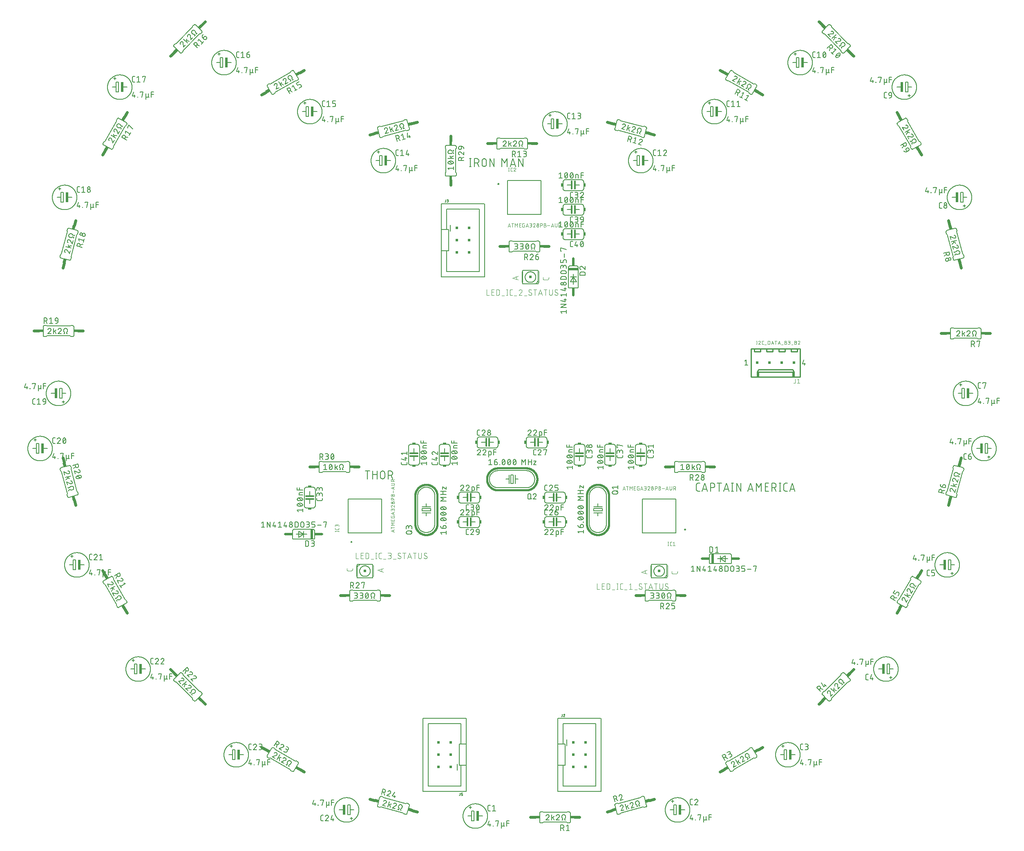
<source format=gbr>
G04 EAGLE Gerber RS-274X export*
G75*
%MOMM*%
%FSLAX34Y34*%
%LPD*%
%INSilkscreen Top*%
%IPPOS*%
%AMOC8*
5,1,8,0,0,1.08239X$1,22.5*%
G01*
%ADD10C,0.152400*%
%ADD11R,0.508000X2.032000*%
%ADD12C,0.127000*%
%ADD13C,0.304800*%
%ADD14R,0.381000X0.762000*%
%ADD15R,0.762000X0.381000*%
%ADD16C,0.508000*%
%ADD17R,0.635000X0.508000*%
%ADD18R,2.032000X0.508000*%
%ADD19R,0.508000X0.635000*%
%ADD20C,0.200000*%
%ADD21C,0.076200*%
%ADD22C,0.254000*%
%ADD23C,0.177800*%
%ADD24R,0.508000X0.508000*%
%ADD25C,0.101600*%
%ADD26C,0.203200*%
%ADD27R,0.500000X0.500000*%
%ADD28C,0.609600*%
%ADD29R,0.863600X0.609600*%
%ADD30R,0.609600X0.863600*%
%ADD31C,0.406400*%


D10*
X-86332Y423418D02*
X-86332Y407162D01*
X-88138Y407162D02*
X-84526Y407162D01*
X-84526Y423418D02*
X-88138Y423418D01*
X-77730Y423418D02*
X-77730Y407162D01*
X-77730Y423418D02*
X-73214Y423418D01*
X-73081Y423416D01*
X-72949Y423410D01*
X-72817Y423400D01*
X-72685Y423387D01*
X-72553Y423369D01*
X-72423Y423348D01*
X-72292Y423323D01*
X-72163Y423294D01*
X-72035Y423261D01*
X-71907Y423225D01*
X-71781Y423185D01*
X-71656Y423141D01*
X-71532Y423093D01*
X-71410Y423042D01*
X-71289Y422987D01*
X-71170Y422929D01*
X-71052Y422867D01*
X-70937Y422802D01*
X-70823Y422733D01*
X-70712Y422662D01*
X-70603Y422586D01*
X-70496Y422508D01*
X-70391Y422427D01*
X-70289Y422342D01*
X-70189Y422255D01*
X-70092Y422165D01*
X-69997Y422072D01*
X-69906Y421976D01*
X-69817Y421878D01*
X-69731Y421777D01*
X-69648Y421673D01*
X-69568Y421567D01*
X-69492Y421459D01*
X-69418Y421349D01*
X-69348Y421236D01*
X-69281Y421122D01*
X-69218Y421005D01*
X-69158Y420887D01*
X-69101Y420767D01*
X-69048Y420645D01*
X-68999Y420522D01*
X-68953Y420398D01*
X-68911Y420272D01*
X-68873Y420145D01*
X-68838Y420017D01*
X-68807Y419888D01*
X-68780Y419759D01*
X-68757Y419628D01*
X-68737Y419497D01*
X-68722Y419365D01*
X-68710Y419233D01*
X-68702Y419101D01*
X-68698Y418968D01*
X-68698Y418836D01*
X-68702Y418703D01*
X-68710Y418571D01*
X-68722Y418439D01*
X-68737Y418307D01*
X-68757Y418176D01*
X-68780Y418045D01*
X-68807Y417916D01*
X-68838Y417787D01*
X-68873Y417659D01*
X-68911Y417532D01*
X-68953Y417406D01*
X-68999Y417282D01*
X-69048Y417159D01*
X-69101Y417037D01*
X-69158Y416917D01*
X-69218Y416799D01*
X-69281Y416682D01*
X-69348Y416568D01*
X-69418Y416455D01*
X-69492Y416345D01*
X-69568Y416237D01*
X-69648Y416131D01*
X-69731Y416027D01*
X-69817Y415926D01*
X-69906Y415828D01*
X-69997Y415732D01*
X-70092Y415639D01*
X-70189Y415549D01*
X-70289Y415462D01*
X-70391Y415377D01*
X-70496Y415296D01*
X-70603Y415218D01*
X-70712Y415142D01*
X-70823Y415071D01*
X-70937Y415002D01*
X-71052Y414937D01*
X-71170Y414875D01*
X-71289Y414817D01*
X-71410Y414762D01*
X-71532Y414711D01*
X-71656Y414663D01*
X-71781Y414619D01*
X-71907Y414579D01*
X-72035Y414543D01*
X-72163Y414510D01*
X-72292Y414481D01*
X-72423Y414456D01*
X-72553Y414435D01*
X-72685Y414417D01*
X-72817Y414404D01*
X-72949Y414394D01*
X-73081Y414388D01*
X-73214Y414386D01*
X-73214Y414387D02*
X-77730Y414387D01*
X-72311Y414387D02*
X-68699Y407162D01*
X-62190Y411678D02*
X-62190Y418902D01*
X-62191Y418902D02*
X-62189Y419035D01*
X-62183Y419167D01*
X-62173Y419299D01*
X-62160Y419431D01*
X-62142Y419563D01*
X-62121Y419693D01*
X-62096Y419824D01*
X-62067Y419953D01*
X-62034Y420081D01*
X-61998Y420209D01*
X-61958Y420335D01*
X-61914Y420460D01*
X-61866Y420584D01*
X-61815Y420706D01*
X-61760Y420827D01*
X-61702Y420946D01*
X-61640Y421064D01*
X-61575Y421179D01*
X-61506Y421293D01*
X-61435Y421404D01*
X-61359Y421513D01*
X-61281Y421620D01*
X-61200Y421725D01*
X-61115Y421827D01*
X-61028Y421927D01*
X-60938Y422024D01*
X-60845Y422119D01*
X-60749Y422210D01*
X-60651Y422299D01*
X-60550Y422385D01*
X-60446Y422468D01*
X-60340Y422548D01*
X-60232Y422624D01*
X-60122Y422698D01*
X-60009Y422768D01*
X-59895Y422835D01*
X-59778Y422898D01*
X-59660Y422958D01*
X-59540Y423015D01*
X-59418Y423068D01*
X-59295Y423117D01*
X-59171Y423163D01*
X-59045Y423205D01*
X-58918Y423243D01*
X-58790Y423278D01*
X-58661Y423309D01*
X-58532Y423336D01*
X-58401Y423359D01*
X-58270Y423379D01*
X-58138Y423394D01*
X-58006Y423406D01*
X-57874Y423414D01*
X-57741Y423418D01*
X-57609Y423418D01*
X-57476Y423414D01*
X-57344Y423406D01*
X-57212Y423394D01*
X-57080Y423379D01*
X-56949Y423359D01*
X-56818Y423336D01*
X-56689Y423309D01*
X-56560Y423278D01*
X-56432Y423243D01*
X-56305Y423205D01*
X-56179Y423163D01*
X-56055Y423117D01*
X-55932Y423068D01*
X-55810Y423015D01*
X-55690Y422958D01*
X-55572Y422898D01*
X-55455Y422835D01*
X-55341Y422768D01*
X-55228Y422698D01*
X-55118Y422624D01*
X-55010Y422548D01*
X-54904Y422468D01*
X-54800Y422385D01*
X-54699Y422299D01*
X-54601Y422210D01*
X-54505Y422119D01*
X-54412Y422024D01*
X-54322Y421927D01*
X-54235Y421827D01*
X-54150Y421725D01*
X-54069Y421620D01*
X-53991Y421513D01*
X-53915Y421404D01*
X-53844Y421293D01*
X-53775Y421179D01*
X-53710Y421064D01*
X-53648Y420946D01*
X-53590Y420827D01*
X-53535Y420706D01*
X-53484Y420584D01*
X-53436Y420460D01*
X-53392Y420335D01*
X-53352Y420209D01*
X-53316Y420081D01*
X-53283Y419953D01*
X-53254Y419824D01*
X-53229Y419693D01*
X-53208Y419563D01*
X-53190Y419431D01*
X-53177Y419299D01*
X-53167Y419167D01*
X-53161Y419035D01*
X-53159Y418902D01*
X-53159Y411678D01*
X-53161Y411545D01*
X-53167Y411413D01*
X-53177Y411281D01*
X-53190Y411149D01*
X-53208Y411017D01*
X-53229Y410887D01*
X-53254Y410756D01*
X-53283Y410627D01*
X-53316Y410499D01*
X-53352Y410371D01*
X-53392Y410245D01*
X-53436Y410120D01*
X-53484Y409996D01*
X-53535Y409874D01*
X-53590Y409753D01*
X-53648Y409634D01*
X-53710Y409516D01*
X-53775Y409401D01*
X-53844Y409287D01*
X-53915Y409176D01*
X-53991Y409067D01*
X-54069Y408960D01*
X-54150Y408855D01*
X-54235Y408753D01*
X-54322Y408653D01*
X-54412Y408556D01*
X-54505Y408461D01*
X-54601Y408370D01*
X-54699Y408281D01*
X-54800Y408195D01*
X-54904Y408112D01*
X-55010Y408032D01*
X-55118Y407956D01*
X-55228Y407882D01*
X-55341Y407812D01*
X-55455Y407745D01*
X-55572Y407682D01*
X-55690Y407622D01*
X-55810Y407565D01*
X-55932Y407512D01*
X-56055Y407463D01*
X-56179Y407417D01*
X-56305Y407375D01*
X-56432Y407337D01*
X-56560Y407302D01*
X-56689Y407271D01*
X-56818Y407244D01*
X-56949Y407221D01*
X-57080Y407201D01*
X-57212Y407186D01*
X-57344Y407174D01*
X-57476Y407166D01*
X-57609Y407162D01*
X-57741Y407162D01*
X-57874Y407166D01*
X-58006Y407174D01*
X-58138Y407186D01*
X-58270Y407201D01*
X-58401Y407221D01*
X-58532Y407244D01*
X-58661Y407271D01*
X-58790Y407302D01*
X-58918Y407337D01*
X-59045Y407375D01*
X-59171Y407417D01*
X-59295Y407463D01*
X-59418Y407512D01*
X-59540Y407565D01*
X-59660Y407622D01*
X-59778Y407682D01*
X-59895Y407745D01*
X-60009Y407812D01*
X-60122Y407882D01*
X-60232Y407956D01*
X-60340Y408032D01*
X-60446Y408112D01*
X-60550Y408195D01*
X-60651Y408281D01*
X-60749Y408370D01*
X-60845Y408461D01*
X-60938Y408556D01*
X-61028Y408653D01*
X-61115Y408753D01*
X-61200Y408855D01*
X-61281Y408960D01*
X-61359Y409067D01*
X-61435Y409176D01*
X-61506Y409287D01*
X-61575Y409401D01*
X-61640Y409516D01*
X-61702Y409634D01*
X-61760Y409753D01*
X-61815Y409874D01*
X-61866Y409996D01*
X-61914Y410120D01*
X-61958Y410245D01*
X-61998Y410371D01*
X-62034Y410499D01*
X-62067Y410627D01*
X-62096Y410756D01*
X-62121Y410887D01*
X-62142Y411017D01*
X-62160Y411149D01*
X-62173Y411281D01*
X-62183Y411413D01*
X-62189Y411545D01*
X-62191Y411678D01*
X-46038Y407162D02*
X-46038Y423418D01*
X-37007Y407162D01*
X-37007Y423418D01*
X-20889Y423418D02*
X-20889Y407162D01*
X-15470Y414387D02*
X-20889Y423418D01*
X-15470Y414387D02*
X-10052Y423418D01*
X-10052Y407162D01*
X-3695Y407162D02*
X1724Y423418D01*
X7143Y407162D01*
X5788Y411226D02*
X-2340Y411226D01*
X13361Y407162D02*
X13361Y423418D01*
X22392Y407162D01*
X22392Y423418D01*
X-299522Y-224282D02*
X-299522Y-240538D01*
X-304038Y-224282D02*
X-295007Y-224282D01*
X-288928Y-224282D02*
X-288928Y-240538D01*
X-288928Y-231507D02*
X-279897Y-231507D01*
X-279897Y-224282D02*
X-279897Y-240538D01*
X-272776Y-236022D02*
X-272776Y-228798D01*
X-272774Y-228665D01*
X-272768Y-228533D01*
X-272758Y-228401D01*
X-272745Y-228269D01*
X-272727Y-228137D01*
X-272706Y-228007D01*
X-272681Y-227876D01*
X-272652Y-227747D01*
X-272619Y-227619D01*
X-272583Y-227491D01*
X-272543Y-227365D01*
X-272499Y-227240D01*
X-272451Y-227116D01*
X-272400Y-226994D01*
X-272345Y-226873D01*
X-272287Y-226754D01*
X-272225Y-226636D01*
X-272160Y-226521D01*
X-272091Y-226407D01*
X-272020Y-226296D01*
X-271944Y-226187D01*
X-271866Y-226080D01*
X-271785Y-225975D01*
X-271700Y-225873D01*
X-271613Y-225773D01*
X-271523Y-225676D01*
X-271430Y-225581D01*
X-271334Y-225490D01*
X-271236Y-225401D01*
X-271135Y-225315D01*
X-271031Y-225232D01*
X-270925Y-225152D01*
X-270817Y-225076D01*
X-270707Y-225002D01*
X-270594Y-224932D01*
X-270480Y-224865D01*
X-270363Y-224802D01*
X-270245Y-224742D01*
X-270125Y-224685D01*
X-270003Y-224632D01*
X-269880Y-224583D01*
X-269756Y-224537D01*
X-269630Y-224495D01*
X-269503Y-224457D01*
X-269375Y-224422D01*
X-269246Y-224391D01*
X-269117Y-224364D01*
X-268986Y-224341D01*
X-268855Y-224321D01*
X-268723Y-224306D01*
X-268591Y-224294D01*
X-268459Y-224286D01*
X-268326Y-224282D01*
X-268194Y-224282D01*
X-268061Y-224286D01*
X-267929Y-224294D01*
X-267797Y-224306D01*
X-267665Y-224321D01*
X-267534Y-224341D01*
X-267403Y-224364D01*
X-267274Y-224391D01*
X-267145Y-224422D01*
X-267017Y-224457D01*
X-266890Y-224495D01*
X-266764Y-224537D01*
X-266640Y-224583D01*
X-266517Y-224632D01*
X-266395Y-224685D01*
X-266275Y-224742D01*
X-266157Y-224802D01*
X-266040Y-224865D01*
X-265926Y-224932D01*
X-265813Y-225002D01*
X-265703Y-225076D01*
X-265595Y-225152D01*
X-265489Y-225232D01*
X-265385Y-225315D01*
X-265284Y-225401D01*
X-265186Y-225490D01*
X-265090Y-225581D01*
X-264997Y-225676D01*
X-264907Y-225773D01*
X-264820Y-225873D01*
X-264735Y-225975D01*
X-264654Y-226080D01*
X-264576Y-226187D01*
X-264500Y-226296D01*
X-264429Y-226407D01*
X-264360Y-226521D01*
X-264295Y-226636D01*
X-264233Y-226754D01*
X-264175Y-226873D01*
X-264120Y-226994D01*
X-264069Y-227116D01*
X-264021Y-227240D01*
X-263977Y-227365D01*
X-263937Y-227491D01*
X-263901Y-227619D01*
X-263868Y-227747D01*
X-263839Y-227876D01*
X-263814Y-228007D01*
X-263793Y-228137D01*
X-263775Y-228269D01*
X-263762Y-228401D01*
X-263752Y-228533D01*
X-263746Y-228665D01*
X-263744Y-228798D01*
X-263744Y-236022D01*
X-263746Y-236155D01*
X-263752Y-236287D01*
X-263762Y-236419D01*
X-263775Y-236551D01*
X-263793Y-236683D01*
X-263814Y-236813D01*
X-263839Y-236944D01*
X-263868Y-237073D01*
X-263901Y-237201D01*
X-263937Y-237329D01*
X-263977Y-237455D01*
X-264021Y-237580D01*
X-264069Y-237704D01*
X-264120Y-237826D01*
X-264175Y-237947D01*
X-264233Y-238066D01*
X-264295Y-238184D01*
X-264360Y-238299D01*
X-264429Y-238413D01*
X-264500Y-238524D01*
X-264576Y-238633D01*
X-264654Y-238740D01*
X-264735Y-238845D01*
X-264820Y-238947D01*
X-264907Y-239047D01*
X-264997Y-239144D01*
X-265090Y-239239D01*
X-265186Y-239330D01*
X-265284Y-239419D01*
X-265385Y-239505D01*
X-265489Y-239588D01*
X-265595Y-239668D01*
X-265703Y-239744D01*
X-265813Y-239818D01*
X-265926Y-239888D01*
X-266040Y-239955D01*
X-266157Y-240018D01*
X-266275Y-240078D01*
X-266395Y-240135D01*
X-266517Y-240188D01*
X-266640Y-240237D01*
X-266764Y-240283D01*
X-266890Y-240325D01*
X-267017Y-240363D01*
X-267145Y-240398D01*
X-267274Y-240429D01*
X-267403Y-240456D01*
X-267534Y-240479D01*
X-267665Y-240499D01*
X-267797Y-240514D01*
X-267929Y-240526D01*
X-268061Y-240534D01*
X-268194Y-240538D01*
X-268326Y-240538D01*
X-268459Y-240534D01*
X-268591Y-240526D01*
X-268723Y-240514D01*
X-268855Y-240499D01*
X-268986Y-240479D01*
X-269117Y-240456D01*
X-269246Y-240429D01*
X-269375Y-240398D01*
X-269503Y-240363D01*
X-269630Y-240325D01*
X-269756Y-240283D01*
X-269880Y-240237D01*
X-270003Y-240188D01*
X-270125Y-240135D01*
X-270245Y-240078D01*
X-270363Y-240018D01*
X-270480Y-239955D01*
X-270594Y-239888D01*
X-270707Y-239818D01*
X-270817Y-239744D01*
X-270925Y-239668D01*
X-271031Y-239588D01*
X-271135Y-239505D01*
X-271236Y-239419D01*
X-271334Y-239330D01*
X-271430Y-239239D01*
X-271523Y-239144D01*
X-271613Y-239047D01*
X-271700Y-238947D01*
X-271785Y-238845D01*
X-271866Y-238740D01*
X-271944Y-238633D01*
X-272020Y-238524D01*
X-272091Y-238413D01*
X-272160Y-238299D01*
X-272225Y-238184D01*
X-272287Y-238066D01*
X-272345Y-237947D01*
X-272400Y-237826D01*
X-272451Y-237704D01*
X-272499Y-237580D01*
X-272543Y-237455D01*
X-272583Y-237329D01*
X-272619Y-237201D01*
X-272652Y-237073D01*
X-272681Y-236944D01*
X-272706Y-236813D01*
X-272727Y-236683D01*
X-272745Y-236551D01*
X-272758Y-236419D01*
X-272768Y-236287D01*
X-272774Y-236155D01*
X-272776Y-236022D01*
X-256532Y-240538D02*
X-256532Y-224282D01*
X-252016Y-224282D01*
X-251883Y-224284D01*
X-251751Y-224290D01*
X-251619Y-224300D01*
X-251487Y-224313D01*
X-251355Y-224331D01*
X-251225Y-224352D01*
X-251094Y-224377D01*
X-250965Y-224406D01*
X-250837Y-224439D01*
X-250709Y-224475D01*
X-250583Y-224515D01*
X-250458Y-224559D01*
X-250334Y-224607D01*
X-250212Y-224658D01*
X-250091Y-224713D01*
X-249972Y-224771D01*
X-249854Y-224833D01*
X-249739Y-224898D01*
X-249625Y-224967D01*
X-249514Y-225038D01*
X-249405Y-225114D01*
X-249298Y-225192D01*
X-249193Y-225273D01*
X-249091Y-225358D01*
X-248991Y-225445D01*
X-248894Y-225535D01*
X-248799Y-225628D01*
X-248708Y-225724D01*
X-248619Y-225822D01*
X-248533Y-225923D01*
X-248450Y-226027D01*
X-248370Y-226133D01*
X-248294Y-226241D01*
X-248220Y-226351D01*
X-248150Y-226464D01*
X-248083Y-226578D01*
X-248020Y-226695D01*
X-247960Y-226813D01*
X-247903Y-226933D01*
X-247850Y-227055D01*
X-247801Y-227178D01*
X-247755Y-227302D01*
X-247713Y-227428D01*
X-247675Y-227555D01*
X-247640Y-227683D01*
X-247609Y-227812D01*
X-247582Y-227941D01*
X-247559Y-228072D01*
X-247539Y-228203D01*
X-247524Y-228335D01*
X-247512Y-228467D01*
X-247504Y-228599D01*
X-247500Y-228732D01*
X-247500Y-228864D01*
X-247504Y-228997D01*
X-247512Y-229129D01*
X-247524Y-229261D01*
X-247539Y-229393D01*
X-247559Y-229524D01*
X-247582Y-229655D01*
X-247609Y-229784D01*
X-247640Y-229913D01*
X-247675Y-230041D01*
X-247713Y-230168D01*
X-247755Y-230294D01*
X-247801Y-230418D01*
X-247850Y-230541D01*
X-247903Y-230663D01*
X-247960Y-230783D01*
X-248020Y-230901D01*
X-248083Y-231018D01*
X-248150Y-231132D01*
X-248220Y-231245D01*
X-248294Y-231355D01*
X-248370Y-231463D01*
X-248450Y-231569D01*
X-248533Y-231673D01*
X-248619Y-231774D01*
X-248708Y-231872D01*
X-248799Y-231968D01*
X-248894Y-232061D01*
X-248991Y-232151D01*
X-249091Y-232238D01*
X-249193Y-232323D01*
X-249298Y-232404D01*
X-249405Y-232482D01*
X-249514Y-232558D01*
X-249625Y-232629D01*
X-249739Y-232698D01*
X-249854Y-232763D01*
X-249972Y-232825D01*
X-250091Y-232883D01*
X-250212Y-232938D01*
X-250334Y-232989D01*
X-250458Y-233037D01*
X-250583Y-233081D01*
X-250709Y-233121D01*
X-250837Y-233157D01*
X-250965Y-233190D01*
X-251094Y-233219D01*
X-251225Y-233244D01*
X-251355Y-233265D01*
X-251487Y-233283D01*
X-251619Y-233296D01*
X-251751Y-233306D01*
X-251883Y-233312D01*
X-252016Y-233314D01*
X-252016Y-233313D02*
X-256532Y-233313D01*
X-251113Y-233313D02*
X-247501Y-240538D01*
X385374Y-265938D02*
X388987Y-265938D01*
X385374Y-265938D02*
X385256Y-265936D01*
X385138Y-265930D01*
X385020Y-265921D01*
X384903Y-265907D01*
X384786Y-265890D01*
X384669Y-265869D01*
X384554Y-265844D01*
X384439Y-265815D01*
X384325Y-265782D01*
X384213Y-265746D01*
X384102Y-265706D01*
X383992Y-265663D01*
X383883Y-265616D01*
X383776Y-265566D01*
X383671Y-265511D01*
X383568Y-265454D01*
X383467Y-265393D01*
X383367Y-265329D01*
X383270Y-265262D01*
X383175Y-265192D01*
X383083Y-265118D01*
X382992Y-265042D01*
X382905Y-264962D01*
X382820Y-264880D01*
X382738Y-264795D01*
X382658Y-264708D01*
X382582Y-264617D01*
X382508Y-264525D01*
X382438Y-264430D01*
X382371Y-264333D01*
X382307Y-264233D01*
X382246Y-264132D01*
X382189Y-264029D01*
X382134Y-263924D01*
X382084Y-263817D01*
X382037Y-263708D01*
X381994Y-263598D01*
X381954Y-263487D01*
X381918Y-263375D01*
X381885Y-263261D01*
X381856Y-263146D01*
X381831Y-263031D01*
X381810Y-262914D01*
X381793Y-262797D01*
X381779Y-262680D01*
X381770Y-262562D01*
X381764Y-262444D01*
X381762Y-262326D01*
X381762Y-253294D01*
X381764Y-253176D01*
X381770Y-253058D01*
X381779Y-252940D01*
X381793Y-252822D01*
X381810Y-252705D01*
X381831Y-252589D01*
X381856Y-252474D01*
X381885Y-252359D01*
X381918Y-252245D01*
X381954Y-252133D01*
X381994Y-252021D01*
X382037Y-251911D01*
X382084Y-251803D01*
X382135Y-251696D01*
X382189Y-251591D01*
X382246Y-251488D01*
X382307Y-251386D01*
X382371Y-251287D01*
X382438Y-251190D01*
X382509Y-251095D01*
X382582Y-251002D01*
X382659Y-250912D01*
X382738Y-250824D01*
X382820Y-250739D01*
X382905Y-250657D01*
X382993Y-250578D01*
X383083Y-250501D01*
X383176Y-250428D01*
X383270Y-250357D01*
X383368Y-250290D01*
X383467Y-250226D01*
X383568Y-250165D01*
X383672Y-250108D01*
X383777Y-250054D01*
X383884Y-250003D01*
X383992Y-249956D01*
X384102Y-249913D01*
X384214Y-249873D01*
X384326Y-249837D01*
X384440Y-249804D01*
X384555Y-249775D01*
X384670Y-249750D01*
X384786Y-249729D01*
X384903Y-249712D01*
X385021Y-249698D01*
X385139Y-249689D01*
X385257Y-249683D01*
X385375Y-249681D01*
X385374Y-249682D02*
X388987Y-249682D01*
X399343Y-249682D02*
X393924Y-265938D01*
X404762Y-265938D02*
X399343Y-249682D01*
X403407Y-261874D02*
X395279Y-261874D01*
X411191Y-265938D02*
X411191Y-249682D01*
X415706Y-249682D01*
X415839Y-249684D01*
X415971Y-249690D01*
X416103Y-249700D01*
X416235Y-249713D01*
X416367Y-249731D01*
X416497Y-249752D01*
X416628Y-249777D01*
X416757Y-249806D01*
X416885Y-249839D01*
X417013Y-249875D01*
X417139Y-249915D01*
X417264Y-249959D01*
X417388Y-250007D01*
X417510Y-250058D01*
X417631Y-250113D01*
X417750Y-250171D01*
X417868Y-250233D01*
X417983Y-250298D01*
X418097Y-250367D01*
X418208Y-250438D01*
X418317Y-250514D01*
X418424Y-250592D01*
X418529Y-250673D01*
X418631Y-250758D01*
X418731Y-250845D01*
X418828Y-250935D01*
X418923Y-251028D01*
X419014Y-251124D01*
X419103Y-251222D01*
X419189Y-251323D01*
X419272Y-251427D01*
X419352Y-251533D01*
X419428Y-251641D01*
X419502Y-251751D01*
X419572Y-251864D01*
X419639Y-251978D01*
X419702Y-252095D01*
X419762Y-252213D01*
X419819Y-252333D01*
X419872Y-252455D01*
X419921Y-252578D01*
X419967Y-252702D01*
X420009Y-252828D01*
X420047Y-252955D01*
X420082Y-253083D01*
X420113Y-253212D01*
X420140Y-253341D01*
X420163Y-253472D01*
X420183Y-253603D01*
X420198Y-253735D01*
X420210Y-253867D01*
X420218Y-253999D01*
X420222Y-254132D01*
X420222Y-254264D01*
X420218Y-254397D01*
X420210Y-254529D01*
X420198Y-254661D01*
X420183Y-254793D01*
X420163Y-254924D01*
X420140Y-255055D01*
X420113Y-255184D01*
X420082Y-255313D01*
X420047Y-255441D01*
X420009Y-255568D01*
X419967Y-255694D01*
X419921Y-255818D01*
X419872Y-255941D01*
X419819Y-256063D01*
X419762Y-256183D01*
X419702Y-256301D01*
X419639Y-256418D01*
X419572Y-256532D01*
X419502Y-256645D01*
X419428Y-256755D01*
X419352Y-256863D01*
X419272Y-256969D01*
X419189Y-257073D01*
X419103Y-257174D01*
X419014Y-257272D01*
X418923Y-257368D01*
X418828Y-257461D01*
X418731Y-257551D01*
X418631Y-257638D01*
X418529Y-257723D01*
X418424Y-257804D01*
X418317Y-257882D01*
X418208Y-257958D01*
X418097Y-258029D01*
X417983Y-258098D01*
X417868Y-258163D01*
X417750Y-258225D01*
X417631Y-258283D01*
X417510Y-258338D01*
X417388Y-258389D01*
X417264Y-258437D01*
X417139Y-258481D01*
X417013Y-258521D01*
X416885Y-258557D01*
X416757Y-258590D01*
X416628Y-258619D01*
X416497Y-258644D01*
X416367Y-258665D01*
X416235Y-258683D01*
X416103Y-258696D01*
X415971Y-258706D01*
X415839Y-258712D01*
X415706Y-258714D01*
X415706Y-258713D02*
X411191Y-258713D01*
X429563Y-265938D02*
X429563Y-249682D01*
X425048Y-249682D02*
X434079Y-249682D01*
X444153Y-249682D02*
X438734Y-265938D01*
X449571Y-265938D02*
X444153Y-249682D01*
X448217Y-261874D02*
X440089Y-261874D01*
X456658Y-265938D02*
X456658Y-249682D01*
X454851Y-265938D02*
X458464Y-265938D01*
X458464Y-249682D02*
X454851Y-249682D01*
X465168Y-249682D02*
X465168Y-265938D01*
X474199Y-265938D02*
X465168Y-249682D01*
X474199Y-249682D02*
X474199Y-265938D01*
X488754Y-265938D02*
X494173Y-249682D01*
X499591Y-265938D01*
X498237Y-261874D02*
X490109Y-261874D01*
X505948Y-265938D02*
X505948Y-249682D01*
X511367Y-258713D01*
X516786Y-249682D01*
X516786Y-265938D01*
X524597Y-265938D02*
X531821Y-265938D01*
X524597Y-265938D02*
X524597Y-249682D01*
X531821Y-249682D01*
X530015Y-256907D02*
X524597Y-256907D01*
X538205Y-249682D02*
X538205Y-265938D01*
X538205Y-249682D02*
X542721Y-249682D01*
X542854Y-249684D01*
X542986Y-249690D01*
X543118Y-249700D01*
X543250Y-249713D01*
X543382Y-249731D01*
X543512Y-249752D01*
X543643Y-249777D01*
X543772Y-249806D01*
X543900Y-249839D01*
X544028Y-249875D01*
X544154Y-249915D01*
X544279Y-249959D01*
X544403Y-250007D01*
X544525Y-250058D01*
X544646Y-250113D01*
X544765Y-250171D01*
X544883Y-250233D01*
X544998Y-250298D01*
X545112Y-250367D01*
X545223Y-250438D01*
X545332Y-250514D01*
X545439Y-250592D01*
X545544Y-250673D01*
X545646Y-250758D01*
X545746Y-250845D01*
X545843Y-250935D01*
X545938Y-251028D01*
X546029Y-251124D01*
X546118Y-251222D01*
X546204Y-251323D01*
X546287Y-251427D01*
X546367Y-251533D01*
X546443Y-251641D01*
X546517Y-251751D01*
X546587Y-251864D01*
X546654Y-251978D01*
X546717Y-252095D01*
X546777Y-252213D01*
X546834Y-252333D01*
X546887Y-252455D01*
X546936Y-252578D01*
X546982Y-252702D01*
X547024Y-252828D01*
X547062Y-252955D01*
X547097Y-253083D01*
X547128Y-253212D01*
X547155Y-253341D01*
X547178Y-253472D01*
X547198Y-253603D01*
X547213Y-253735D01*
X547225Y-253867D01*
X547233Y-253999D01*
X547237Y-254132D01*
X547237Y-254264D01*
X547233Y-254397D01*
X547225Y-254529D01*
X547213Y-254661D01*
X547198Y-254793D01*
X547178Y-254924D01*
X547155Y-255055D01*
X547128Y-255184D01*
X547097Y-255313D01*
X547062Y-255441D01*
X547024Y-255568D01*
X546982Y-255694D01*
X546936Y-255818D01*
X546887Y-255941D01*
X546834Y-256063D01*
X546777Y-256183D01*
X546717Y-256301D01*
X546654Y-256418D01*
X546587Y-256532D01*
X546517Y-256645D01*
X546443Y-256755D01*
X546367Y-256863D01*
X546287Y-256969D01*
X546204Y-257073D01*
X546118Y-257174D01*
X546029Y-257272D01*
X545938Y-257368D01*
X545843Y-257461D01*
X545746Y-257551D01*
X545646Y-257638D01*
X545544Y-257723D01*
X545439Y-257804D01*
X545332Y-257882D01*
X545223Y-257958D01*
X545112Y-258029D01*
X544998Y-258098D01*
X544883Y-258163D01*
X544765Y-258225D01*
X544646Y-258283D01*
X544525Y-258338D01*
X544403Y-258389D01*
X544279Y-258437D01*
X544154Y-258481D01*
X544028Y-258521D01*
X543900Y-258557D01*
X543772Y-258590D01*
X543643Y-258619D01*
X543512Y-258644D01*
X543382Y-258665D01*
X543250Y-258683D01*
X543118Y-258696D01*
X542986Y-258706D01*
X542854Y-258712D01*
X542721Y-258714D01*
X542721Y-258713D02*
X538205Y-258713D01*
X543624Y-258713D02*
X547237Y-265938D01*
X555134Y-265938D02*
X555134Y-249682D01*
X553328Y-265938D02*
X556941Y-265938D01*
X556941Y-249682D02*
X553328Y-249682D01*
X566697Y-265938D02*
X570309Y-265938D01*
X566697Y-265938D02*
X566579Y-265936D01*
X566461Y-265930D01*
X566343Y-265921D01*
X566226Y-265907D01*
X566109Y-265890D01*
X565992Y-265869D01*
X565877Y-265844D01*
X565762Y-265815D01*
X565648Y-265782D01*
X565536Y-265746D01*
X565425Y-265706D01*
X565315Y-265663D01*
X565206Y-265616D01*
X565099Y-265566D01*
X564994Y-265511D01*
X564891Y-265454D01*
X564790Y-265393D01*
X564690Y-265329D01*
X564593Y-265262D01*
X564498Y-265192D01*
X564406Y-265118D01*
X564315Y-265042D01*
X564228Y-264962D01*
X564143Y-264880D01*
X564061Y-264795D01*
X563981Y-264708D01*
X563905Y-264617D01*
X563831Y-264525D01*
X563761Y-264430D01*
X563694Y-264333D01*
X563630Y-264233D01*
X563569Y-264132D01*
X563512Y-264029D01*
X563457Y-263924D01*
X563407Y-263817D01*
X563360Y-263708D01*
X563317Y-263598D01*
X563277Y-263487D01*
X563241Y-263375D01*
X563208Y-263261D01*
X563179Y-263146D01*
X563154Y-263031D01*
X563133Y-262914D01*
X563116Y-262797D01*
X563102Y-262680D01*
X563093Y-262562D01*
X563087Y-262444D01*
X563085Y-262326D01*
X563084Y-262326D02*
X563084Y-253294D01*
X563086Y-253176D01*
X563092Y-253058D01*
X563101Y-252940D01*
X563115Y-252822D01*
X563132Y-252705D01*
X563153Y-252589D01*
X563178Y-252474D01*
X563207Y-252359D01*
X563240Y-252245D01*
X563276Y-252133D01*
X563316Y-252021D01*
X563359Y-251911D01*
X563406Y-251803D01*
X563457Y-251696D01*
X563511Y-251591D01*
X563568Y-251488D01*
X563629Y-251386D01*
X563693Y-251287D01*
X563760Y-251190D01*
X563831Y-251095D01*
X563904Y-251002D01*
X563981Y-250912D01*
X564060Y-250824D01*
X564142Y-250739D01*
X564227Y-250657D01*
X564315Y-250578D01*
X564405Y-250501D01*
X564498Y-250428D01*
X564592Y-250357D01*
X564690Y-250290D01*
X564789Y-250226D01*
X564890Y-250165D01*
X564994Y-250108D01*
X565099Y-250054D01*
X565206Y-250003D01*
X565314Y-249956D01*
X565424Y-249913D01*
X565536Y-249873D01*
X565648Y-249837D01*
X565762Y-249804D01*
X565877Y-249775D01*
X565992Y-249750D01*
X566108Y-249729D01*
X566225Y-249712D01*
X566343Y-249698D01*
X566461Y-249689D01*
X566579Y-249683D01*
X566697Y-249681D01*
X566697Y-249682D02*
X570309Y-249682D01*
X580665Y-249682D02*
X575247Y-265938D01*
X586084Y-265938D02*
X580665Y-249682D01*
X584729Y-261874D02*
X576601Y-261874D01*
X-83820Y-939800D02*
X-91440Y-939800D01*
X-83820Y-939800D02*
X-83820Y-949960D01*
X-78740Y-949960D01*
X-78740Y-929640D01*
X-83820Y-929640D01*
X-83820Y-939800D01*
X-69850Y-939800D02*
X-60960Y-939800D01*
X-83820Y-922020D02*
X-88900Y-922020D01*
X-86360Y-924560D02*
X-86360Y-919480D01*
X-101600Y-939800D02*
X-101592Y-939177D01*
X-101569Y-938554D01*
X-101531Y-937931D01*
X-101478Y-937310D01*
X-101409Y-936691D01*
X-101325Y-936073D01*
X-101226Y-935458D01*
X-101112Y-934845D01*
X-100983Y-934235D01*
X-100839Y-933628D01*
X-100680Y-933025D01*
X-100506Y-932427D01*
X-100318Y-931832D01*
X-100115Y-931243D01*
X-99898Y-930659D01*
X-99667Y-930080D01*
X-99421Y-929507D01*
X-99161Y-928940D01*
X-98888Y-928380D01*
X-98601Y-927827D01*
X-98300Y-927280D01*
X-97986Y-926742D01*
X-97659Y-926211D01*
X-97319Y-925689D01*
X-96967Y-925174D01*
X-96601Y-924669D01*
X-96224Y-924173D01*
X-95834Y-923686D01*
X-95433Y-923209D01*
X-95020Y-922742D01*
X-94596Y-922286D01*
X-94161Y-921839D01*
X-93714Y-921404D01*
X-93258Y-920980D01*
X-92791Y-920567D01*
X-92314Y-920166D01*
X-91827Y-919776D01*
X-91331Y-919399D01*
X-90826Y-919033D01*
X-90311Y-918681D01*
X-89789Y-918341D01*
X-89258Y-918014D01*
X-88720Y-917700D01*
X-88173Y-917399D01*
X-87620Y-917112D01*
X-87060Y-916839D01*
X-86493Y-916579D01*
X-85920Y-916333D01*
X-85341Y-916102D01*
X-84757Y-915885D01*
X-84168Y-915682D01*
X-83573Y-915494D01*
X-82975Y-915320D01*
X-82372Y-915161D01*
X-81765Y-915017D01*
X-81155Y-914888D01*
X-80542Y-914774D01*
X-79927Y-914675D01*
X-79309Y-914591D01*
X-78690Y-914522D01*
X-78069Y-914469D01*
X-77446Y-914431D01*
X-76823Y-914408D01*
X-76200Y-914400D01*
X-75577Y-914408D01*
X-74954Y-914431D01*
X-74331Y-914469D01*
X-73710Y-914522D01*
X-73091Y-914591D01*
X-72473Y-914675D01*
X-71858Y-914774D01*
X-71245Y-914888D01*
X-70635Y-915017D01*
X-70028Y-915161D01*
X-69425Y-915320D01*
X-68827Y-915494D01*
X-68232Y-915682D01*
X-67643Y-915885D01*
X-67059Y-916102D01*
X-66480Y-916333D01*
X-65907Y-916579D01*
X-65340Y-916839D01*
X-64780Y-917112D01*
X-64227Y-917399D01*
X-63680Y-917700D01*
X-63142Y-918014D01*
X-62611Y-918341D01*
X-62089Y-918681D01*
X-61574Y-919033D01*
X-61069Y-919399D01*
X-60573Y-919776D01*
X-60086Y-920166D01*
X-59609Y-920567D01*
X-59142Y-920980D01*
X-58686Y-921404D01*
X-58239Y-921839D01*
X-57804Y-922286D01*
X-57380Y-922742D01*
X-56967Y-923209D01*
X-56566Y-923686D01*
X-56176Y-924173D01*
X-55799Y-924669D01*
X-55433Y-925174D01*
X-55081Y-925689D01*
X-54741Y-926211D01*
X-54414Y-926742D01*
X-54100Y-927280D01*
X-53799Y-927827D01*
X-53512Y-928380D01*
X-53239Y-928940D01*
X-52979Y-929507D01*
X-52733Y-930080D01*
X-52502Y-930659D01*
X-52285Y-931243D01*
X-52082Y-931832D01*
X-51894Y-932427D01*
X-51720Y-933025D01*
X-51561Y-933628D01*
X-51417Y-934235D01*
X-51288Y-934845D01*
X-51174Y-935458D01*
X-51075Y-936073D01*
X-50991Y-936691D01*
X-50922Y-937310D01*
X-50869Y-937931D01*
X-50831Y-938554D01*
X-50808Y-939177D01*
X-50800Y-939800D01*
X-50808Y-940423D01*
X-50831Y-941046D01*
X-50869Y-941669D01*
X-50922Y-942290D01*
X-50991Y-942909D01*
X-51075Y-943527D01*
X-51174Y-944142D01*
X-51288Y-944755D01*
X-51417Y-945365D01*
X-51561Y-945972D01*
X-51720Y-946575D01*
X-51894Y-947173D01*
X-52082Y-947768D01*
X-52285Y-948357D01*
X-52502Y-948941D01*
X-52733Y-949520D01*
X-52979Y-950093D01*
X-53239Y-950660D01*
X-53512Y-951220D01*
X-53799Y-951773D01*
X-54100Y-952320D01*
X-54414Y-952858D01*
X-54741Y-953389D01*
X-55081Y-953911D01*
X-55433Y-954426D01*
X-55799Y-954931D01*
X-56176Y-955427D01*
X-56566Y-955914D01*
X-56967Y-956391D01*
X-57380Y-956858D01*
X-57804Y-957314D01*
X-58239Y-957761D01*
X-58686Y-958196D01*
X-59142Y-958620D01*
X-59609Y-959033D01*
X-60086Y-959434D01*
X-60573Y-959824D01*
X-61069Y-960201D01*
X-61574Y-960567D01*
X-62089Y-960919D01*
X-62611Y-961259D01*
X-63142Y-961586D01*
X-63680Y-961900D01*
X-64227Y-962201D01*
X-64780Y-962488D01*
X-65340Y-962761D01*
X-65907Y-963021D01*
X-66480Y-963267D01*
X-67059Y-963498D01*
X-67643Y-963715D01*
X-68232Y-963918D01*
X-68827Y-964106D01*
X-69425Y-964280D01*
X-70028Y-964439D01*
X-70635Y-964583D01*
X-71245Y-964712D01*
X-71858Y-964826D01*
X-72473Y-964925D01*
X-73091Y-965009D01*
X-73710Y-965078D01*
X-74331Y-965131D01*
X-74954Y-965169D01*
X-75577Y-965192D01*
X-76200Y-965200D01*
X-76823Y-965192D01*
X-77446Y-965169D01*
X-78069Y-965131D01*
X-78690Y-965078D01*
X-79309Y-965009D01*
X-79927Y-964925D01*
X-80542Y-964826D01*
X-81155Y-964712D01*
X-81765Y-964583D01*
X-82372Y-964439D01*
X-82975Y-964280D01*
X-83573Y-964106D01*
X-84168Y-963918D01*
X-84757Y-963715D01*
X-85341Y-963498D01*
X-85920Y-963267D01*
X-86493Y-963021D01*
X-87060Y-962761D01*
X-87620Y-962488D01*
X-88173Y-962201D01*
X-88720Y-961900D01*
X-89258Y-961586D01*
X-89789Y-961259D01*
X-90311Y-960919D01*
X-90826Y-960567D01*
X-91331Y-960201D01*
X-91827Y-959824D01*
X-92314Y-959434D01*
X-92791Y-959033D01*
X-93258Y-958620D01*
X-93714Y-958196D01*
X-94161Y-957761D01*
X-94596Y-957314D01*
X-95020Y-956858D01*
X-95433Y-956391D01*
X-95834Y-955914D01*
X-96224Y-955427D01*
X-96601Y-954931D01*
X-96967Y-954426D01*
X-97319Y-953911D01*
X-97659Y-953389D01*
X-97986Y-952858D01*
X-98300Y-952320D01*
X-98601Y-951773D01*
X-98888Y-951220D01*
X-99161Y-950660D01*
X-99421Y-950093D01*
X-99667Y-949520D01*
X-99898Y-948941D01*
X-100115Y-948357D01*
X-100318Y-947768D01*
X-100506Y-947173D01*
X-100680Y-946575D01*
X-100839Y-945972D01*
X-100983Y-945365D01*
X-101112Y-944755D01*
X-101226Y-944142D01*
X-101325Y-943527D01*
X-101409Y-942909D01*
X-101478Y-942290D01*
X-101531Y-941669D01*
X-101569Y-941046D01*
X-101592Y-940423D01*
X-101600Y-939800D01*
D11*
X-71120Y-939800D03*
D12*
X-47625Y-929005D02*
X-45085Y-929005D01*
X-47625Y-929005D02*
X-47725Y-929003D01*
X-47824Y-928997D01*
X-47924Y-928987D01*
X-48022Y-928974D01*
X-48121Y-928956D01*
X-48218Y-928935D01*
X-48314Y-928910D01*
X-48410Y-928881D01*
X-48504Y-928848D01*
X-48597Y-928812D01*
X-48688Y-928772D01*
X-48778Y-928728D01*
X-48866Y-928681D01*
X-48952Y-928631D01*
X-49036Y-928577D01*
X-49118Y-928520D01*
X-49197Y-928460D01*
X-49275Y-928396D01*
X-49349Y-928330D01*
X-49421Y-928261D01*
X-49490Y-928189D01*
X-49556Y-928115D01*
X-49620Y-928037D01*
X-49680Y-927958D01*
X-49737Y-927876D01*
X-49791Y-927792D01*
X-49841Y-927706D01*
X-49888Y-927618D01*
X-49932Y-927528D01*
X-49972Y-927437D01*
X-50008Y-927344D01*
X-50041Y-927250D01*
X-50070Y-927154D01*
X-50095Y-927058D01*
X-50116Y-926961D01*
X-50134Y-926862D01*
X-50147Y-926764D01*
X-50157Y-926664D01*
X-50163Y-926565D01*
X-50165Y-926465D01*
X-50165Y-920115D01*
X-50163Y-920015D01*
X-50157Y-919916D01*
X-50147Y-919816D01*
X-50134Y-919718D01*
X-50116Y-919619D01*
X-50095Y-919522D01*
X-50070Y-919426D01*
X-50041Y-919330D01*
X-50008Y-919236D01*
X-49972Y-919143D01*
X-49932Y-919052D01*
X-49888Y-918962D01*
X-49841Y-918874D01*
X-49791Y-918788D01*
X-49737Y-918704D01*
X-49680Y-918622D01*
X-49620Y-918543D01*
X-49556Y-918465D01*
X-49490Y-918391D01*
X-49421Y-918319D01*
X-49349Y-918250D01*
X-49275Y-918184D01*
X-49197Y-918120D01*
X-49118Y-918060D01*
X-49036Y-918003D01*
X-48952Y-917949D01*
X-48866Y-917899D01*
X-48778Y-917852D01*
X-48688Y-917808D01*
X-48597Y-917768D01*
X-48504Y-917732D01*
X-48410Y-917699D01*
X-48314Y-917670D01*
X-48218Y-917645D01*
X-48121Y-917624D01*
X-48022Y-917606D01*
X-47924Y-917593D01*
X-47824Y-917583D01*
X-47725Y-917577D01*
X-47625Y-917575D01*
X-45085Y-917575D01*
X-40603Y-920115D02*
X-37428Y-917575D01*
X-37428Y-929005D01*
X-40603Y-929005D02*
X-34253Y-929005D01*
X-47625Y-949325D02*
X-50165Y-958215D01*
X-43815Y-958215D01*
X-45720Y-955675D02*
X-45720Y-960755D01*
X-39307Y-960755D02*
X-39307Y-960120D01*
X-38672Y-960120D01*
X-38672Y-960755D01*
X-39307Y-960755D01*
X-34163Y-950595D02*
X-34163Y-949325D01*
X-27813Y-949325D01*
X-30988Y-960755D01*
X-22016Y-964565D02*
X-22016Y-953135D01*
X-16936Y-953135D02*
X-16936Y-958215D01*
X-16938Y-958315D01*
X-16944Y-958414D01*
X-16954Y-958514D01*
X-16967Y-958612D01*
X-16985Y-958711D01*
X-17006Y-958808D01*
X-17031Y-958904D01*
X-17060Y-959000D01*
X-17093Y-959094D01*
X-17129Y-959187D01*
X-17169Y-959278D01*
X-17213Y-959368D01*
X-17260Y-959456D01*
X-17310Y-959542D01*
X-17364Y-959626D01*
X-17421Y-959708D01*
X-17481Y-959787D01*
X-17545Y-959865D01*
X-17611Y-959939D01*
X-17680Y-960011D01*
X-17752Y-960080D01*
X-17826Y-960146D01*
X-17904Y-960210D01*
X-17983Y-960270D01*
X-18065Y-960327D01*
X-18149Y-960381D01*
X-18235Y-960431D01*
X-18323Y-960478D01*
X-18413Y-960522D01*
X-18504Y-960562D01*
X-18597Y-960598D01*
X-18691Y-960631D01*
X-18787Y-960660D01*
X-18883Y-960685D01*
X-18980Y-960706D01*
X-19079Y-960724D01*
X-19177Y-960737D01*
X-19277Y-960747D01*
X-19376Y-960753D01*
X-19476Y-960755D01*
X-19576Y-960753D01*
X-19675Y-960747D01*
X-19775Y-960737D01*
X-19873Y-960724D01*
X-19972Y-960706D01*
X-20069Y-960685D01*
X-20165Y-960660D01*
X-20261Y-960631D01*
X-20355Y-960598D01*
X-20448Y-960562D01*
X-20539Y-960522D01*
X-20629Y-960478D01*
X-20717Y-960431D01*
X-20803Y-960381D01*
X-20887Y-960327D01*
X-20969Y-960270D01*
X-21048Y-960210D01*
X-21126Y-960146D01*
X-21200Y-960080D01*
X-21272Y-960011D01*
X-21341Y-959939D01*
X-21407Y-959865D01*
X-21471Y-959787D01*
X-21531Y-959708D01*
X-21588Y-959626D01*
X-21642Y-959542D01*
X-21692Y-959456D01*
X-21739Y-959368D01*
X-21783Y-959278D01*
X-21823Y-959187D01*
X-21859Y-959094D01*
X-21892Y-959000D01*
X-21921Y-958904D01*
X-21946Y-958808D01*
X-21967Y-958711D01*
X-21985Y-958612D01*
X-21998Y-958514D01*
X-22008Y-958414D01*
X-22014Y-958315D01*
X-22016Y-958215D01*
X-16936Y-958215D02*
X-16936Y-959485D01*
X-16934Y-959554D01*
X-16929Y-959622D01*
X-16919Y-959690D01*
X-16906Y-959758D01*
X-16890Y-959825D01*
X-16870Y-959891D01*
X-16846Y-959955D01*
X-16819Y-960018D01*
X-16788Y-960080D01*
X-16754Y-960140D01*
X-16717Y-960198D01*
X-16677Y-960254D01*
X-16634Y-960307D01*
X-16588Y-960358D01*
X-16539Y-960407D01*
X-16488Y-960453D01*
X-16435Y-960496D01*
X-16379Y-960536D01*
X-16321Y-960573D01*
X-16261Y-960607D01*
X-16199Y-960638D01*
X-16136Y-960665D01*
X-16072Y-960689D01*
X-16006Y-960709D01*
X-15939Y-960725D01*
X-15871Y-960738D01*
X-15803Y-960748D01*
X-15735Y-960753D01*
X-15666Y-960755D01*
X-11278Y-960755D02*
X-11278Y-949325D01*
X-6198Y-949325D01*
X-6198Y-954405D02*
X-11278Y-954405D01*
D10*
X581660Y622300D02*
X589280Y622300D01*
X589280Y612140D01*
X594360Y612140D01*
X594360Y632460D01*
X589280Y632460D01*
X589280Y622300D01*
X603250Y622300D02*
X612140Y622300D01*
X589280Y640080D02*
X584200Y640080D01*
X586740Y637540D02*
X586740Y642620D01*
X571500Y622300D02*
X571508Y622923D01*
X571531Y623546D01*
X571569Y624169D01*
X571622Y624790D01*
X571691Y625409D01*
X571775Y626027D01*
X571874Y626642D01*
X571988Y627255D01*
X572117Y627865D01*
X572261Y628472D01*
X572420Y629075D01*
X572594Y629673D01*
X572782Y630268D01*
X572985Y630857D01*
X573202Y631441D01*
X573433Y632020D01*
X573679Y632593D01*
X573939Y633160D01*
X574212Y633720D01*
X574499Y634273D01*
X574800Y634820D01*
X575114Y635358D01*
X575441Y635889D01*
X575781Y636411D01*
X576133Y636926D01*
X576499Y637431D01*
X576876Y637927D01*
X577266Y638414D01*
X577667Y638891D01*
X578080Y639358D01*
X578504Y639814D01*
X578939Y640261D01*
X579386Y640696D01*
X579842Y641120D01*
X580309Y641533D01*
X580786Y641934D01*
X581273Y642324D01*
X581769Y642701D01*
X582274Y643067D01*
X582789Y643419D01*
X583311Y643759D01*
X583842Y644086D01*
X584380Y644400D01*
X584927Y644701D01*
X585480Y644988D01*
X586040Y645261D01*
X586607Y645521D01*
X587180Y645767D01*
X587759Y645998D01*
X588343Y646215D01*
X588932Y646418D01*
X589527Y646606D01*
X590125Y646780D01*
X590728Y646939D01*
X591335Y647083D01*
X591945Y647212D01*
X592558Y647326D01*
X593173Y647425D01*
X593791Y647509D01*
X594410Y647578D01*
X595031Y647631D01*
X595654Y647669D01*
X596277Y647692D01*
X596900Y647700D01*
X597523Y647692D01*
X598146Y647669D01*
X598769Y647631D01*
X599390Y647578D01*
X600009Y647509D01*
X600627Y647425D01*
X601242Y647326D01*
X601855Y647212D01*
X602465Y647083D01*
X603072Y646939D01*
X603675Y646780D01*
X604273Y646606D01*
X604868Y646418D01*
X605457Y646215D01*
X606041Y645998D01*
X606620Y645767D01*
X607193Y645521D01*
X607760Y645261D01*
X608320Y644988D01*
X608873Y644701D01*
X609420Y644400D01*
X609958Y644086D01*
X610489Y643759D01*
X611011Y643419D01*
X611526Y643067D01*
X612031Y642701D01*
X612527Y642324D01*
X613014Y641934D01*
X613491Y641533D01*
X613958Y641120D01*
X614414Y640696D01*
X614861Y640261D01*
X615296Y639814D01*
X615720Y639358D01*
X616133Y638891D01*
X616534Y638414D01*
X616924Y637927D01*
X617301Y637431D01*
X617667Y636926D01*
X618019Y636411D01*
X618359Y635889D01*
X618686Y635358D01*
X619000Y634820D01*
X619301Y634273D01*
X619588Y633720D01*
X619861Y633160D01*
X620121Y632593D01*
X620367Y632020D01*
X620598Y631441D01*
X620815Y630857D01*
X621018Y630268D01*
X621206Y629673D01*
X621380Y629075D01*
X621539Y628472D01*
X621683Y627865D01*
X621812Y627255D01*
X621926Y626642D01*
X622025Y626027D01*
X622109Y625409D01*
X622178Y624790D01*
X622231Y624169D01*
X622269Y623546D01*
X622292Y622923D01*
X622300Y622300D01*
X622292Y621677D01*
X622269Y621054D01*
X622231Y620431D01*
X622178Y619810D01*
X622109Y619191D01*
X622025Y618573D01*
X621926Y617958D01*
X621812Y617345D01*
X621683Y616735D01*
X621539Y616128D01*
X621380Y615525D01*
X621206Y614927D01*
X621018Y614332D01*
X620815Y613743D01*
X620598Y613159D01*
X620367Y612580D01*
X620121Y612007D01*
X619861Y611440D01*
X619588Y610880D01*
X619301Y610327D01*
X619000Y609780D01*
X618686Y609242D01*
X618359Y608711D01*
X618019Y608189D01*
X617667Y607674D01*
X617301Y607169D01*
X616924Y606673D01*
X616534Y606186D01*
X616133Y605709D01*
X615720Y605242D01*
X615296Y604786D01*
X614861Y604339D01*
X614414Y603904D01*
X613958Y603480D01*
X613491Y603067D01*
X613014Y602666D01*
X612527Y602276D01*
X612031Y601899D01*
X611526Y601533D01*
X611011Y601181D01*
X610489Y600841D01*
X609958Y600514D01*
X609420Y600200D01*
X608873Y599899D01*
X608320Y599612D01*
X607760Y599339D01*
X607193Y599079D01*
X606620Y598833D01*
X606041Y598602D01*
X605457Y598385D01*
X604868Y598182D01*
X604273Y597994D01*
X603675Y597820D01*
X603072Y597661D01*
X602465Y597517D01*
X601855Y597388D01*
X601242Y597274D01*
X600627Y597175D01*
X600009Y597091D01*
X599390Y597022D01*
X598769Y596969D01*
X598146Y596931D01*
X597523Y596908D01*
X596900Y596900D01*
X596277Y596908D01*
X595654Y596931D01*
X595031Y596969D01*
X594410Y597022D01*
X593791Y597091D01*
X593173Y597175D01*
X592558Y597274D01*
X591945Y597388D01*
X591335Y597517D01*
X590728Y597661D01*
X590125Y597820D01*
X589527Y597994D01*
X588932Y598182D01*
X588343Y598385D01*
X587759Y598602D01*
X587180Y598833D01*
X586607Y599079D01*
X586040Y599339D01*
X585480Y599612D01*
X584927Y599899D01*
X584380Y600200D01*
X583842Y600514D01*
X583311Y600841D01*
X582789Y601181D01*
X582274Y601533D01*
X581769Y601899D01*
X581273Y602276D01*
X580786Y602666D01*
X580309Y603067D01*
X579842Y603480D01*
X579386Y603904D01*
X578939Y604339D01*
X578504Y604786D01*
X578080Y605242D01*
X577667Y605709D01*
X577266Y606186D01*
X576876Y606673D01*
X576499Y607169D01*
X576133Y607674D01*
X575781Y608189D01*
X575441Y608711D01*
X575114Y609242D01*
X574800Y609780D01*
X574499Y610327D01*
X574212Y610880D01*
X573939Y611440D01*
X573679Y612007D01*
X573433Y612580D01*
X573202Y613159D01*
X572985Y613743D01*
X572782Y614332D01*
X572594Y614927D01*
X572420Y615525D01*
X572261Y616128D01*
X572117Y616735D01*
X571988Y617345D01*
X571874Y617958D01*
X571775Y618573D01*
X571691Y619191D01*
X571622Y619810D01*
X571569Y620431D01*
X571531Y621054D01*
X571508Y621677D01*
X571500Y622300D01*
D11*
X601980Y622300D03*
D12*
X625475Y633095D02*
X628015Y633095D01*
X625475Y633095D02*
X625375Y633097D01*
X625276Y633103D01*
X625176Y633113D01*
X625078Y633126D01*
X624979Y633144D01*
X624882Y633165D01*
X624786Y633190D01*
X624690Y633219D01*
X624596Y633252D01*
X624503Y633288D01*
X624412Y633328D01*
X624322Y633372D01*
X624234Y633419D01*
X624148Y633469D01*
X624064Y633523D01*
X623982Y633580D01*
X623903Y633640D01*
X623825Y633704D01*
X623751Y633770D01*
X623679Y633839D01*
X623610Y633911D01*
X623544Y633985D01*
X623480Y634063D01*
X623420Y634142D01*
X623363Y634224D01*
X623309Y634308D01*
X623259Y634394D01*
X623212Y634482D01*
X623168Y634572D01*
X623128Y634663D01*
X623092Y634756D01*
X623059Y634850D01*
X623030Y634946D01*
X623005Y635042D01*
X622984Y635139D01*
X622966Y635238D01*
X622953Y635336D01*
X622943Y635436D01*
X622937Y635535D01*
X622935Y635635D01*
X622935Y641985D01*
X622937Y642085D01*
X622943Y642184D01*
X622953Y642284D01*
X622966Y642382D01*
X622984Y642481D01*
X623005Y642578D01*
X623030Y642674D01*
X623059Y642770D01*
X623092Y642864D01*
X623128Y642957D01*
X623168Y643048D01*
X623212Y643138D01*
X623259Y643226D01*
X623309Y643312D01*
X623363Y643396D01*
X623420Y643478D01*
X623480Y643557D01*
X623544Y643635D01*
X623610Y643709D01*
X623679Y643781D01*
X623751Y643850D01*
X623825Y643916D01*
X623903Y643980D01*
X623982Y644040D01*
X624064Y644097D01*
X624148Y644151D01*
X624234Y644201D01*
X624322Y644248D01*
X624412Y644292D01*
X624503Y644332D01*
X624596Y644368D01*
X624690Y644401D01*
X624786Y644430D01*
X624882Y644455D01*
X624979Y644476D01*
X625078Y644494D01*
X625176Y644507D01*
X625276Y644517D01*
X625375Y644523D01*
X625475Y644525D01*
X628015Y644525D01*
X632497Y641985D02*
X635672Y644525D01*
X635672Y633095D01*
X632497Y633095D02*
X638847Y633095D01*
X643928Y638810D02*
X643931Y639035D01*
X643939Y639260D01*
X643952Y639484D01*
X643971Y639708D01*
X643995Y639932D01*
X644024Y640155D01*
X644059Y640377D01*
X644099Y640598D01*
X644145Y640818D01*
X644195Y641037D01*
X644251Y641255D01*
X644312Y641472D01*
X644378Y641687D01*
X644449Y641900D01*
X644526Y642111D01*
X644607Y642321D01*
X644693Y642529D01*
X644784Y642734D01*
X644880Y642937D01*
X644879Y642938D02*
X644911Y643026D01*
X644947Y643113D01*
X644986Y643199D01*
X645029Y643283D01*
X645075Y643365D01*
X645124Y643445D01*
X645176Y643523D01*
X645232Y643599D01*
X645290Y643673D01*
X645352Y643744D01*
X645416Y643813D01*
X645483Y643879D01*
X645552Y643942D01*
X645624Y644003D01*
X645698Y644061D01*
X645775Y644115D01*
X645853Y644167D01*
X645934Y644215D01*
X646016Y644260D01*
X646101Y644302D01*
X646187Y644340D01*
X646274Y644375D01*
X646362Y644407D01*
X646452Y644434D01*
X646543Y644459D01*
X646635Y644479D01*
X646727Y644496D01*
X646821Y644509D01*
X646914Y644518D01*
X647008Y644524D01*
X647102Y644526D01*
X647196Y644524D01*
X647290Y644518D01*
X647383Y644509D01*
X647477Y644496D01*
X647569Y644479D01*
X647661Y644459D01*
X647752Y644434D01*
X647842Y644407D01*
X647930Y644375D01*
X648017Y644340D01*
X648103Y644302D01*
X648188Y644260D01*
X648270Y644215D01*
X648351Y644167D01*
X648429Y644115D01*
X648506Y644061D01*
X648580Y644003D01*
X648652Y643942D01*
X648721Y643879D01*
X648788Y643813D01*
X648852Y643744D01*
X648914Y643673D01*
X648972Y643599D01*
X649028Y643523D01*
X649080Y643445D01*
X649129Y643365D01*
X649175Y643283D01*
X649218Y643199D01*
X649257Y643113D01*
X649293Y643026D01*
X649325Y642938D01*
X649325Y642937D02*
X649421Y642734D01*
X649512Y642529D01*
X649598Y642321D01*
X649679Y642111D01*
X649756Y641900D01*
X649827Y641687D01*
X649893Y641472D01*
X649954Y641255D01*
X650010Y641037D01*
X650060Y640818D01*
X650106Y640598D01*
X650146Y640377D01*
X650181Y640155D01*
X650210Y639932D01*
X650234Y639708D01*
X650253Y639484D01*
X650266Y639260D01*
X650274Y639035D01*
X650277Y638810D01*
X643928Y638810D02*
X643931Y638585D01*
X643939Y638360D01*
X643952Y638136D01*
X643971Y637912D01*
X643995Y637688D01*
X644024Y637465D01*
X644059Y637243D01*
X644099Y637022D01*
X644145Y636802D01*
X644195Y636583D01*
X644251Y636365D01*
X644312Y636148D01*
X644378Y635933D01*
X644449Y635720D01*
X644526Y635509D01*
X644607Y635299D01*
X644693Y635091D01*
X644784Y634886D01*
X644880Y634683D01*
X644879Y634683D02*
X644911Y634595D01*
X644947Y634508D01*
X644986Y634422D01*
X645029Y634338D01*
X645075Y634256D01*
X645124Y634176D01*
X645176Y634098D01*
X645232Y634022D01*
X645290Y633948D01*
X645352Y633877D01*
X645416Y633808D01*
X645483Y633742D01*
X645552Y633679D01*
X645624Y633618D01*
X645698Y633560D01*
X645775Y633506D01*
X645853Y633454D01*
X645934Y633406D01*
X646016Y633361D01*
X646101Y633319D01*
X646187Y633281D01*
X646274Y633246D01*
X646362Y633214D01*
X646452Y633187D01*
X646543Y633162D01*
X646635Y633142D01*
X646727Y633125D01*
X646821Y633112D01*
X646914Y633103D01*
X647008Y633097D01*
X647102Y633095D01*
X649325Y634683D02*
X649421Y634886D01*
X649512Y635091D01*
X649598Y635299D01*
X649679Y635509D01*
X649756Y635720D01*
X649827Y635933D01*
X649893Y636148D01*
X649954Y636365D01*
X650010Y636583D01*
X650060Y636802D01*
X650106Y637022D01*
X650146Y637243D01*
X650181Y637465D01*
X650210Y637688D01*
X650234Y637912D01*
X650253Y638136D01*
X650266Y638360D01*
X650274Y638585D01*
X650277Y638810D01*
X649325Y634683D02*
X649293Y634595D01*
X649257Y634508D01*
X649218Y634422D01*
X649175Y634338D01*
X649129Y634256D01*
X649080Y634176D01*
X649028Y634098D01*
X648972Y634022D01*
X648914Y633948D01*
X648852Y633877D01*
X648788Y633808D01*
X648721Y633742D01*
X648652Y633679D01*
X648580Y633618D01*
X648506Y633560D01*
X648429Y633506D01*
X648351Y633454D01*
X648270Y633406D01*
X648188Y633361D01*
X648103Y633319D01*
X648017Y633281D01*
X647930Y633246D01*
X647842Y633214D01*
X647752Y633187D01*
X647661Y633162D01*
X647569Y633142D01*
X647477Y633125D01*
X647383Y633112D01*
X647290Y633103D01*
X647196Y633097D01*
X647102Y633095D01*
X644562Y635635D02*
X649642Y641985D01*
X625475Y612775D02*
X622935Y603885D01*
X629285Y603885D01*
X627380Y606425D02*
X627380Y601345D01*
X633794Y601345D02*
X633794Y601980D01*
X634429Y601980D01*
X634429Y601345D01*
X633794Y601345D01*
X638937Y611505D02*
X638937Y612775D01*
X645287Y612775D01*
X642112Y601345D01*
X651084Y597535D02*
X651084Y608965D01*
X656164Y608965D02*
X656164Y603885D01*
X656162Y603785D01*
X656156Y603686D01*
X656146Y603586D01*
X656133Y603488D01*
X656115Y603389D01*
X656094Y603292D01*
X656069Y603196D01*
X656040Y603100D01*
X656007Y603006D01*
X655971Y602913D01*
X655931Y602822D01*
X655887Y602732D01*
X655840Y602644D01*
X655790Y602558D01*
X655736Y602474D01*
X655679Y602392D01*
X655619Y602313D01*
X655555Y602235D01*
X655489Y602161D01*
X655420Y602089D01*
X655348Y602020D01*
X655274Y601954D01*
X655196Y601890D01*
X655117Y601830D01*
X655035Y601773D01*
X654951Y601719D01*
X654865Y601669D01*
X654777Y601622D01*
X654687Y601578D01*
X654596Y601538D01*
X654503Y601502D01*
X654409Y601469D01*
X654313Y601440D01*
X654217Y601415D01*
X654120Y601394D01*
X654021Y601376D01*
X653923Y601363D01*
X653823Y601353D01*
X653724Y601347D01*
X653624Y601345D01*
X653524Y601347D01*
X653425Y601353D01*
X653325Y601363D01*
X653227Y601376D01*
X653128Y601394D01*
X653031Y601415D01*
X652935Y601440D01*
X652839Y601469D01*
X652745Y601502D01*
X652652Y601538D01*
X652561Y601578D01*
X652471Y601622D01*
X652383Y601669D01*
X652297Y601719D01*
X652213Y601773D01*
X652131Y601830D01*
X652052Y601890D01*
X651974Y601954D01*
X651900Y602020D01*
X651828Y602089D01*
X651759Y602161D01*
X651693Y602235D01*
X651629Y602313D01*
X651569Y602392D01*
X651512Y602474D01*
X651458Y602558D01*
X651408Y602644D01*
X651361Y602732D01*
X651317Y602822D01*
X651277Y602913D01*
X651241Y603006D01*
X651208Y603100D01*
X651179Y603196D01*
X651154Y603292D01*
X651133Y603389D01*
X651115Y603488D01*
X651102Y603586D01*
X651092Y603686D01*
X651086Y603785D01*
X651084Y603885D01*
X656164Y603885D02*
X656164Y602615D01*
X656166Y602546D01*
X656171Y602478D01*
X656181Y602410D01*
X656194Y602342D01*
X656210Y602275D01*
X656230Y602209D01*
X656254Y602145D01*
X656281Y602082D01*
X656312Y602020D01*
X656346Y601960D01*
X656383Y601902D01*
X656423Y601846D01*
X656466Y601793D01*
X656512Y601742D01*
X656561Y601693D01*
X656612Y601647D01*
X656665Y601604D01*
X656721Y601564D01*
X656779Y601527D01*
X656839Y601493D01*
X656901Y601462D01*
X656964Y601435D01*
X657028Y601411D01*
X657094Y601391D01*
X657161Y601375D01*
X657229Y601362D01*
X657297Y601352D01*
X657365Y601347D01*
X657434Y601345D01*
X661822Y601345D02*
X661822Y612775D01*
X666902Y612775D01*
X666902Y607695D02*
X661822Y607695D01*
D10*
X411480Y520700D02*
X403860Y520700D01*
X411480Y520700D02*
X411480Y510540D01*
X416560Y510540D01*
X416560Y530860D01*
X411480Y530860D01*
X411480Y520700D01*
X425450Y520700D02*
X434340Y520700D01*
X411480Y538480D02*
X406400Y538480D01*
X408940Y535940D02*
X408940Y541020D01*
X393700Y520700D02*
X393708Y521323D01*
X393731Y521946D01*
X393769Y522569D01*
X393822Y523190D01*
X393891Y523809D01*
X393975Y524427D01*
X394074Y525042D01*
X394188Y525655D01*
X394317Y526265D01*
X394461Y526872D01*
X394620Y527475D01*
X394794Y528073D01*
X394982Y528668D01*
X395185Y529257D01*
X395402Y529841D01*
X395633Y530420D01*
X395879Y530993D01*
X396139Y531560D01*
X396412Y532120D01*
X396699Y532673D01*
X397000Y533220D01*
X397314Y533758D01*
X397641Y534289D01*
X397981Y534811D01*
X398333Y535326D01*
X398699Y535831D01*
X399076Y536327D01*
X399466Y536814D01*
X399867Y537291D01*
X400280Y537758D01*
X400704Y538214D01*
X401139Y538661D01*
X401586Y539096D01*
X402042Y539520D01*
X402509Y539933D01*
X402986Y540334D01*
X403473Y540724D01*
X403969Y541101D01*
X404474Y541467D01*
X404989Y541819D01*
X405511Y542159D01*
X406042Y542486D01*
X406580Y542800D01*
X407127Y543101D01*
X407680Y543388D01*
X408240Y543661D01*
X408807Y543921D01*
X409380Y544167D01*
X409959Y544398D01*
X410543Y544615D01*
X411132Y544818D01*
X411727Y545006D01*
X412325Y545180D01*
X412928Y545339D01*
X413535Y545483D01*
X414145Y545612D01*
X414758Y545726D01*
X415373Y545825D01*
X415991Y545909D01*
X416610Y545978D01*
X417231Y546031D01*
X417854Y546069D01*
X418477Y546092D01*
X419100Y546100D01*
X419723Y546092D01*
X420346Y546069D01*
X420969Y546031D01*
X421590Y545978D01*
X422209Y545909D01*
X422827Y545825D01*
X423442Y545726D01*
X424055Y545612D01*
X424665Y545483D01*
X425272Y545339D01*
X425875Y545180D01*
X426473Y545006D01*
X427068Y544818D01*
X427657Y544615D01*
X428241Y544398D01*
X428820Y544167D01*
X429393Y543921D01*
X429960Y543661D01*
X430520Y543388D01*
X431073Y543101D01*
X431620Y542800D01*
X432158Y542486D01*
X432689Y542159D01*
X433211Y541819D01*
X433726Y541467D01*
X434231Y541101D01*
X434727Y540724D01*
X435214Y540334D01*
X435691Y539933D01*
X436158Y539520D01*
X436614Y539096D01*
X437061Y538661D01*
X437496Y538214D01*
X437920Y537758D01*
X438333Y537291D01*
X438734Y536814D01*
X439124Y536327D01*
X439501Y535831D01*
X439867Y535326D01*
X440219Y534811D01*
X440559Y534289D01*
X440886Y533758D01*
X441200Y533220D01*
X441501Y532673D01*
X441788Y532120D01*
X442061Y531560D01*
X442321Y530993D01*
X442567Y530420D01*
X442798Y529841D01*
X443015Y529257D01*
X443218Y528668D01*
X443406Y528073D01*
X443580Y527475D01*
X443739Y526872D01*
X443883Y526265D01*
X444012Y525655D01*
X444126Y525042D01*
X444225Y524427D01*
X444309Y523809D01*
X444378Y523190D01*
X444431Y522569D01*
X444469Y521946D01*
X444492Y521323D01*
X444500Y520700D01*
X444492Y520077D01*
X444469Y519454D01*
X444431Y518831D01*
X444378Y518210D01*
X444309Y517591D01*
X444225Y516973D01*
X444126Y516358D01*
X444012Y515745D01*
X443883Y515135D01*
X443739Y514528D01*
X443580Y513925D01*
X443406Y513327D01*
X443218Y512732D01*
X443015Y512143D01*
X442798Y511559D01*
X442567Y510980D01*
X442321Y510407D01*
X442061Y509840D01*
X441788Y509280D01*
X441501Y508727D01*
X441200Y508180D01*
X440886Y507642D01*
X440559Y507111D01*
X440219Y506589D01*
X439867Y506074D01*
X439501Y505569D01*
X439124Y505073D01*
X438734Y504586D01*
X438333Y504109D01*
X437920Y503642D01*
X437496Y503186D01*
X437061Y502739D01*
X436614Y502304D01*
X436158Y501880D01*
X435691Y501467D01*
X435214Y501066D01*
X434727Y500676D01*
X434231Y500299D01*
X433726Y499933D01*
X433211Y499581D01*
X432689Y499241D01*
X432158Y498914D01*
X431620Y498600D01*
X431073Y498299D01*
X430520Y498012D01*
X429960Y497739D01*
X429393Y497479D01*
X428820Y497233D01*
X428241Y497002D01*
X427657Y496785D01*
X427068Y496582D01*
X426473Y496394D01*
X425875Y496220D01*
X425272Y496061D01*
X424665Y495917D01*
X424055Y495788D01*
X423442Y495674D01*
X422827Y495575D01*
X422209Y495491D01*
X421590Y495422D01*
X420969Y495369D01*
X420346Y495331D01*
X419723Y495308D01*
X419100Y495300D01*
X418477Y495308D01*
X417854Y495331D01*
X417231Y495369D01*
X416610Y495422D01*
X415991Y495491D01*
X415373Y495575D01*
X414758Y495674D01*
X414145Y495788D01*
X413535Y495917D01*
X412928Y496061D01*
X412325Y496220D01*
X411727Y496394D01*
X411132Y496582D01*
X410543Y496785D01*
X409959Y497002D01*
X409380Y497233D01*
X408807Y497479D01*
X408240Y497739D01*
X407680Y498012D01*
X407127Y498299D01*
X406580Y498600D01*
X406042Y498914D01*
X405511Y499241D01*
X404989Y499581D01*
X404474Y499933D01*
X403969Y500299D01*
X403473Y500676D01*
X402986Y501066D01*
X402509Y501467D01*
X402042Y501880D01*
X401586Y502304D01*
X401139Y502739D01*
X400704Y503186D01*
X400280Y503642D01*
X399867Y504109D01*
X399466Y504586D01*
X399076Y505073D01*
X398699Y505569D01*
X398333Y506074D01*
X397981Y506589D01*
X397641Y507111D01*
X397314Y507642D01*
X397000Y508180D01*
X396699Y508727D01*
X396412Y509280D01*
X396139Y509840D01*
X395879Y510407D01*
X395633Y510980D01*
X395402Y511559D01*
X395185Y512143D01*
X394982Y512732D01*
X394794Y513327D01*
X394620Y513925D01*
X394461Y514528D01*
X394317Y515135D01*
X394188Y515745D01*
X394074Y516358D01*
X393975Y516973D01*
X393891Y517591D01*
X393822Y518210D01*
X393769Y518831D01*
X393731Y519454D01*
X393708Y520077D01*
X393700Y520700D01*
D11*
X424180Y520700D03*
D12*
X447675Y531495D02*
X450215Y531495D01*
X447675Y531495D02*
X447575Y531497D01*
X447476Y531503D01*
X447376Y531513D01*
X447278Y531526D01*
X447179Y531544D01*
X447082Y531565D01*
X446986Y531590D01*
X446890Y531619D01*
X446796Y531652D01*
X446703Y531688D01*
X446612Y531728D01*
X446522Y531772D01*
X446434Y531819D01*
X446348Y531869D01*
X446264Y531923D01*
X446182Y531980D01*
X446103Y532040D01*
X446025Y532104D01*
X445951Y532170D01*
X445879Y532239D01*
X445810Y532311D01*
X445744Y532385D01*
X445680Y532463D01*
X445620Y532542D01*
X445563Y532624D01*
X445509Y532708D01*
X445459Y532794D01*
X445412Y532882D01*
X445368Y532972D01*
X445328Y533063D01*
X445292Y533156D01*
X445259Y533250D01*
X445230Y533346D01*
X445205Y533442D01*
X445184Y533539D01*
X445166Y533638D01*
X445153Y533736D01*
X445143Y533836D01*
X445137Y533935D01*
X445135Y534035D01*
X445135Y540385D01*
X445137Y540485D01*
X445143Y540584D01*
X445153Y540684D01*
X445166Y540782D01*
X445184Y540881D01*
X445205Y540978D01*
X445230Y541074D01*
X445259Y541170D01*
X445292Y541264D01*
X445328Y541357D01*
X445368Y541448D01*
X445412Y541538D01*
X445459Y541626D01*
X445509Y541712D01*
X445563Y541796D01*
X445620Y541878D01*
X445680Y541957D01*
X445744Y542035D01*
X445810Y542109D01*
X445879Y542181D01*
X445951Y542250D01*
X446025Y542316D01*
X446103Y542380D01*
X446182Y542440D01*
X446264Y542497D01*
X446348Y542551D01*
X446434Y542601D01*
X446522Y542648D01*
X446612Y542692D01*
X446703Y542732D01*
X446796Y542768D01*
X446890Y542801D01*
X446986Y542830D01*
X447082Y542855D01*
X447179Y542876D01*
X447278Y542894D01*
X447376Y542907D01*
X447476Y542917D01*
X447575Y542923D01*
X447675Y542925D01*
X450215Y542925D01*
X454697Y540385D02*
X457872Y542925D01*
X457872Y531495D01*
X454697Y531495D02*
X461047Y531495D01*
X466127Y540385D02*
X469302Y542925D01*
X469302Y531495D01*
X466127Y531495D02*
X472477Y531495D01*
X447675Y511175D02*
X445135Y502285D01*
X451485Y502285D01*
X449580Y504825D02*
X449580Y499745D01*
X455994Y499745D02*
X455994Y500380D01*
X456629Y500380D01*
X456629Y499745D01*
X455994Y499745D01*
X461137Y509905D02*
X461137Y511175D01*
X467487Y511175D01*
X464312Y499745D01*
X473284Y495935D02*
X473284Y507365D01*
X478364Y507365D02*
X478364Y502285D01*
X478362Y502185D01*
X478356Y502086D01*
X478346Y501986D01*
X478333Y501888D01*
X478315Y501789D01*
X478294Y501692D01*
X478269Y501596D01*
X478240Y501500D01*
X478207Y501406D01*
X478171Y501313D01*
X478131Y501222D01*
X478087Y501132D01*
X478040Y501044D01*
X477990Y500958D01*
X477936Y500874D01*
X477879Y500792D01*
X477819Y500713D01*
X477755Y500635D01*
X477689Y500561D01*
X477620Y500489D01*
X477548Y500420D01*
X477474Y500354D01*
X477396Y500290D01*
X477317Y500230D01*
X477235Y500173D01*
X477151Y500119D01*
X477065Y500069D01*
X476977Y500022D01*
X476887Y499978D01*
X476796Y499938D01*
X476703Y499902D01*
X476609Y499869D01*
X476513Y499840D01*
X476417Y499815D01*
X476320Y499794D01*
X476221Y499776D01*
X476123Y499763D01*
X476023Y499753D01*
X475924Y499747D01*
X475824Y499745D01*
X475724Y499747D01*
X475625Y499753D01*
X475525Y499763D01*
X475427Y499776D01*
X475328Y499794D01*
X475231Y499815D01*
X475135Y499840D01*
X475039Y499869D01*
X474945Y499902D01*
X474852Y499938D01*
X474761Y499978D01*
X474671Y500022D01*
X474583Y500069D01*
X474497Y500119D01*
X474413Y500173D01*
X474331Y500230D01*
X474252Y500290D01*
X474174Y500354D01*
X474100Y500420D01*
X474028Y500489D01*
X473959Y500561D01*
X473893Y500635D01*
X473829Y500713D01*
X473769Y500792D01*
X473712Y500874D01*
X473658Y500958D01*
X473608Y501044D01*
X473561Y501132D01*
X473517Y501222D01*
X473477Y501313D01*
X473441Y501406D01*
X473408Y501500D01*
X473379Y501596D01*
X473354Y501692D01*
X473333Y501789D01*
X473315Y501888D01*
X473302Y501986D01*
X473292Y502086D01*
X473286Y502185D01*
X473284Y502285D01*
X478364Y502285D02*
X478364Y501015D01*
X478366Y500946D01*
X478371Y500878D01*
X478381Y500810D01*
X478394Y500742D01*
X478410Y500675D01*
X478430Y500609D01*
X478454Y500545D01*
X478481Y500482D01*
X478512Y500420D01*
X478546Y500360D01*
X478583Y500302D01*
X478623Y500246D01*
X478666Y500193D01*
X478712Y500142D01*
X478761Y500093D01*
X478812Y500047D01*
X478865Y500004D01*
X478921Y499964D01*
X478979Y499927D01*
X479039Y499893D01*
X479101Y499862D01*
X479164Y499835D01*
X479228Y499811D01*
X479294Y499791D01*
X479361Y499775D01*
X479429Y499762D01*
X479497Y499752D01*
X479565Y499747D01*
X479634Y499745D01*
X484022Y499745D02*
X484022Y511175D01*
X489102Y511175D01*
X489102Y506095D02*
X484022Y506095D01*
D10*
X259080Y419100D02*
X251460Y419100D01*
X259080Y419100D02*
X259080Y408940D01*
X264160Y408940D01*
X264160Y429260D01*
X259080Y429260D01*
X259080Y419100D01*
X273050Y419100D02*
X281940Y419100D01*
X259080Y436880D02*
X254000Y436880D01*
X256540Y434340D02*
X256540Y439420D01*
X241300Y419100D02*
X241308Y419723D01*
X241331Y420346D01*
X241369Y420969D01*
X241422Y421590D01*
X241491Y422209D01*
X241575Y422827D01*
X241674Y423442D01*
X241788Y424055D01*
X241917Y424665D01*
X242061Y425272D01*
X242220Y425875D01*
X242394Y426473D01*
X242582Y427068D01*
X242785Y427657D01*
X243002Y428241D01*
X243233Y428820D01*
X243479Y429393D01*
X243739Y429960D01*
X244012Y430520D01*
X244299Y431073D01*
X244600Y431620D01*
X244914Y432158D01*
X245241Y432689D01*
X245581Y433211D01*
X245933Y433726D01*
X246299Y434231D01*
X246676Y434727D01*
X247066Y435214D01*
X247467Y435691D01*
X247880Y436158D01*
X248304Y436614D01*
X248739Y437061D01*
X249186Y437496D01*
X249642Y437920D01*
X250109Y438333D01*
X250586Y438734D01*
X251073Y439124D01*
X251569Y439501D01*
X252074Y439867D01*
X252589Y440219D01*
X253111Y440559D01*
X253642Y440886D01*
X254180Y441200D01*
X254727Y441501D01*
X255280Y441788D01*
X255840Y442061D01*
X256407Y442321D01*
X256980Y442567D01*
X257559Y442798D01*
X258143Y443015D01*
X258732Y443218D01*
X259327Y443406D01*
X259925Y443580D01*
X260528Y443739D01*
X261135Y443883D01*
X261745Y444012D01*
X262358Y444126D01*
X262973Y444225D01*
X263591Y444309D01*
X264210Y444378D01*
X264831Y444431D01*
X265454Y444469D01*
X266077Y444492D01*
X266700Y444500D01*
X267323Y444492D01*
X267946Y444469D01*
X268569Y444431D01*
X269190Y444378D01*
X269809Y444309D01*
X270427Y444225D01*
X271042Y444126D01*
X271655Y444012D01*
X272265Y443883D01*
X272872Y443739D01*
X273475Y443580D01*
X274073Y443406D01*
X274668Y443218D01*
X275257Y443015D01*
X275841Y442798D01*
X276420Y442567D01*
X276993Y442321D01*
X277560Y442061D01*
X278120Y441788D01*
X278673Y441501D01*
X279220Y441200D01*
X279758Y440886D01*
X280289Y440559D01*
X280811Y440219D01*
X281326Y439867D01*
X281831Y439501D01*
X282327Y439124D01*
X282814Y438734D01*
X283291Y438333D01*
X283758Y437920D01*
X284214Y437496D01*
X284661Y437061D01*
X285096Y436614D01*
X285520Y436158D01*
X285933Y435691D01*
X286334Y435214D01*
X286724Y434727D01*
X287101Y434231D01*
X287467Y433726D01*
X287819Y433211D01*
X288159Y432689D01*
X288486Y432158D01*
X288800Y431620D01*
X289101Y431073D01*
X289388Y430520D01*
X289661Y429960D01*
X289921Y429393D01*
X290167Y428820D01*
X290398Y428241D01*
X290615Y427657D01*
X290818Y427068D01*
X291006Y426473D01*
X291180Y425875D01*
X291339Y425272D01*
X291483Y424665D01*
X291612Y424055D01*
X291726Y423442D01*
X291825Y422827D01*
X291909Y422209D01*
X291978Y421590D01*
X292031Y420969D01*
X292069Y420346D01*
X292092Y419723D01*
X292100Y419100D01*
X292092Y418477D01*
X292069Y417854D01*
X292031Y417231D01*
X291978Y416610D01*
X291909Y415991D01*
X291825Y415373D01*
X291726Y414758D01*
X291612Y414145D01*
X291483Y413535D01*
X291339Y412928D01*
X291180Y412325D01*
X291006Y411727D01*
X290818Y411132D01*
X290615Y410543D01*
X290398Y409959D01*
X290167Y409380D01*
X289921Y408807D01*
X289661Y408240D01*
X289388Y407680D01*
X289101Y407127D01*
X288800Y406580D01*
X288486Y406042D01*
X288159Y405511D01*
X287819Y404989D01*
X287467Y404474D01*
X287101Y403969D01*
X286724Y403473D01*
X286334Y402986D01*
X285933Y402509D01*
X285520Y402042D01*
X285096Y401586D01*
X284661Y401139D01*
X284214Y400704D01*
X283758Y400280D01*
X283291Y399867D01*
X282814Y399466D01*
X282327Y399076D01*
X281831Y398699D01*
X281326Y398333D01*
X280811Y397981D01*
X280289Y397641D01*
X279758Y397314D01*
X279220Y397000D01*
X278673Y396699D01*
X278120Y396412D01*
X277560Y396139D01*
X276993Y395879D01*
X276420Y395633D01*
X275841Y395402D01*
X275257Y395185D01*
X274668Y394982D01*
X274073Y394794D01*
X273475Y394620D01*
X272872Y394461D01*
X272265Y394317D01*
X271655Y394188D01*
X271042Y394074D01*
X270427Y393975D01*
X269809Y393891D01*
X269190Y393822D01*
X268569Y393769D01*
X267946Y393731D01*
X267323Y393708D01*
X266700Y393700D01*
X266077Y393708D01*
X265454Y393731D01*
X264831Y393769D01*
X264210Y393822D01*
X263591Y393891D01*
X262973Y393975D01*
X262358Y394074D01*
X261745Y394188D01*
X261135Y394317D01*
X260528Y394461D01*
X259925Y394620D01*
X259327Y394794D01*
X258732Y394982D01*
X258143Y395185D01*
X257559Y395402D01*
X256980Y395633D01*
X256407Y395879D01*
X255840Y396139D01*
X255280Y396412D01*
X254727Y396699D01*
X254180Y397000D01*
X253642Y397314D01*
X253111Y397641D01*
X252589Y397981D01*
X252074Y398333D01*
X251569Y398699D01*
X251073Y399076D01*
X250586Y399466D01*
X250109Y399867D01*
X249642Y400280D01*
X249186Y400704D01*
X248739Y401139D01*
X248304Y401586D01*
X247880Y402042D01*
X247467Y402509D01*
X247066Y402986D01*
X246676Y403473D01*
X246299Y403969D01*
X245933Y404474D01*
X245581Y404989D01*
X245241Y405511D01*
X244914Y406042D01*
X244600Y406580D01*
X244299Y407127D01*
X244012Y407680D01*
X243739Y408240D01*
X243479Y408807D01*
X243233Y409380D01*
X243002Y409959D01*
X242785Y410543D01*
X242582Y411132D01*
X242394Y411727D01*
X242220Y412325D01*
X242061Y412928D01*
X241917Y413535D01*
X241788Y414145D01*
X241674Y414758D01*
X241575Y415373D01*
X241491Y415991D01*
X241422Y416610D01*
X241369Y417231D01*
X241331Y417854D01*
X241308Y418477D01*
X241300Y419100D01*
D11*
X271780Y419100D03*
D12*
X295275Y429895D02*
X297815Y429895D01*
X295275Y429895D02*
X295175Y429897D01*
X295076Y429903D01*
X294976Y429913D01*
X294878Y429926D01*
X294779Y429944D01*
X294682Y429965D01*
X294586Y429990D01*
X294490Y430019D01*
X294396Y430052D01*
X294303Y430088D01*
X294212Y430128D01*
X294122Y430172D01*
X294034Y430219D01*
X293948Y430269D01*
X293864Y430323D01*
X293782Y430380D01*
X293703Y430440D01*
X293625Y430504D01*
X293551Y430570D01*
X293479Y430639D01*
X293410Y430711D01*
X293344Y430785D01*
X293280Y430863D01*
X293220Y430942D01*
X293163Y431024D01*
X293109Y431108D01*
X293059Y431194D01*
X293012Y431282D01*
X292968Y431372D01*
X292928Y431463D01*
X292892Y431556D01*
X292859Y431650D01*
X292830Y431746D01*
X292805Y431842D01*
X292784Y431939D01*
X292766Y432038D01*
X292753Y432136D01*
X292743Y432236D01*
X292737Y432335D01*
X292735Y432435D01*
X292735Y438785D01*
X292737Y438885D01*
X292743Y438984D01*
X292753Y439084D01*
X292766Y439182D01*
X292784Y439281D01*
X292805Y439378D01*
X292830Y439474D01*
X292859Y439570D01*
X292892Y439664D01*
X292928Y439757D01*
X292968Y439848D01*
X293012Y439938D01*
X293059Y440026D01*
X293109Y440112D01*
X293163Y440196D01*
X293220Y440278D01*
X293280Y440357D01*
X293344Y440435D01*
X293410Y440509D01*
X293479Y440581D01*
X293551Y440650D01*
X293625Y440716D01*
X293703Y440780D01*
X293782Y440840D01*
X293864Y440897D01*
X293948Y440951D01*
X294034Y441001D01*
X294122Y441048D01*
X294212Y441092D01*
X294303Y441132D01*
X294396Y441168D01*
X294490Y441201D01*
X294586Y441230D01*
X294682Y441255D01*
X294779Y441276D01*
X294878Y441294D01*
X294976Y441307D01*
X295076Y441317D01*
X295175Y441323D01*
X295275Y441325D01*
X297815Y441325D01*
X302297Y438785D02*
X305472Y441325D01*
X305472Y429895D01*
X302297Y429895D02*
X308647Y429895D01*
X320078Y438468D02*
X320076Y438572D01*
X320070Y438677D01*
X320061Y438781D01*
X320048Y438884D01*
X320030Y438987D01*
X320010Y439089D01*
X319985Y439191D01*
X319957Y439291D01*
X319925Y439391D01*
X319889Y439489D01*
X319850Y439586D01*
X319808Y439681D01*
X319762Y439775D01*
X319712Y439867D01*
X319660Y439957D01*
X319604Y440045D01*
X319544Y440131D01*
X319482Y440215D01*
X319417Y440296D01*
X319349Y440375D01*
X319277Y440452D01*
X319204Y440525D01*
X319127Y440597D01*
X319048Y440665D01*
X318967Y440730D01*
X318883Y440792D01*
X318797Y440852D01*
X318709Y440908D01*
X318619Y440960D01*
X318527Y441010D01*
X318433Y441056D01*
X318338Y441098D01*
X318241Y441137D01*
X318143Y441173D01*
X318043Y441205D01*
X317943Y441233D01*
X317841Y441258D01*
X317739Y441278D01*
X317636Y441296D01*
X317533Y441309D01*
X317429Y441318D01*
X317324Y441324D01*
X317220Y441326D01*
X317220Y441325D02*
X317102Y441323D01*
X316983Y441317D01*
X316865Y441308D01*
X316748Y441295D01*
X316631Y441277D01*
X316514Y441257D01*
X316398Y441232D01*
X316283Y441204D01*
X316170Y441171D01*
X316057Y441136D01*
X315945Y441096D01*
X315835Y441054D01*
X315726Y441007D01*
X315618Y440957D01*
X315513Y440904D01*
X315409Y440847D01*
X315307Y440787D01*
X315207Y440724D01*
X315109Y440657D01*
X315013Y440588D01*
X314920Y440515D01*
X314829Y440439D01*
X314740Y440361D01*
X314654Y440279D01*
X314571Y440195D01*
X314490Y440109D01*
X314413Y440019D01*
X314338Y439928D01*
X314266Y439834D01*
X314197Y439737D01*
X314132Y439639D01*
X314069Y439538D01*
X314010Y439435D01*
X313954Y439331D01*
X313902Y439225D01*
X313853Y439117D01*
X313808Y439008D01*
X313766Y438897D01*
X313728Y438785D01*
X319125Y436246D02*
X319201Y436321D01*
X319276Y436400D01*
X319347Y436481D01*
X319416Y436565D01*
X319481Y436651D01*
X319543Y436739D01*
X319603Y436829D01*
X319659Y436921D01*
X319712Y437016D01*
X319761Y437112D01*
X319807Y437210D01*
X319850Y437309D01*
X319889Y437410D01*
X319924Y437512D01*
X319956Y437615D01*
X319984Y437719D01*
X320009Y437824D01*
X320030Y437931D01*
X320047Y438037D01*
X320060Y438144D01*
X320069Y438252D01*
X320075Y438360D01*
X320077Y438468D01*
X319125Y436245D02*
X313727Y429895D01*
X320077Y429895D01*
X295275Y409575D02*
X292735Y400685D01*
X299085Y400685D01*
X297180Y403225D02*
X297180Y398145D01*
X303594Y398145D02*
X303594Y398780D01*
X304229Y398780D01*
X304229Y398145D01*
X303594Y398145D01*
X308737Y408305D02*
X308737Y409575D01*
X315087Y409575D01*
X311912Y398145D01*
X320884Y394335D02*
X320884Y405765D01*
X325964Y405765D02*
X325964Y400685D01*
X325962Y400585D01*
X325956Y400486D01*
X325946Y400386D01*
X325933Y400288D01*
X325915Y400189D01*
X325894Y400092D01*
X325869Y399996D01*
X325840Y399900D01*
X325807Y399806D01*
X325771Y399713D01*
X325731Y399622D01*
X325687Y399532D01*
X325640Y399444D01*
X325590Y399358D01*
X325536Y399274D01*
X325479Y399192D01*
X325419Y399113D01*
X325355Y399035D01*
X325289Y398961D01*
X325220Y398889D01*
X325148Y398820D01*
X325074Y398754D01*
X324996Y398690D01*
X324917Y398630D01*
X324835Y398573D01*
X324751Y398519D01*
X324665Y398469D01*
X324577Y398422D01*
X324487Y398378D01*
X324396Y398338D01*
X324303Y398302D01*
X324209Y398269D01*
X324113Y398240D01*
X324017Y398215D01*
X323920Y398194D01*
X323821Y398176D01*
X323723Y398163D01*
X323623Y398153D01*
X323524Y398147D01*
X323424Y398145D01*
X323324Y398147D01*
X323225Y398153D01*
X323125Y398163D01*
X323027Y398176D01*
X322928Y398194D01*
X322831Y398215D01*
X322735Y398240D01*
X322639Y398269D01*
X322545Y398302D01*
X322452Y398338D01*
X322361Y398378D01*
X322271Y398422D01*
X322183Y398469D01*
X322097Y398519D01*
X322013Y398573D01*
X321931Y398630D01*
X321852Y398690D01*
X321774Y398754D01*
X321700Y398820D01*
X321628Y398889D01*
X321559Y398961D01*
X321493Y399035D01*
X321429Y399113D01*
X321369Y399192D01*
X321312Y399274D01*
X321258Y399358D01*
X321208Y399444D01*
X321161Y399532D01*
X321117Y399622D01*
X321077Y399713D01*
X321041Y399806D01*
X321008Y399900D01*
X320979Y399996D01*
X320954Y400092D01*
X320933Y400189D01*
X320915Y400288D01*
X320902Y400386D01*
X320892Y400486D01*
X320886Y400585D01*
X320884Y400685D01*
X325964Y400685D02*
X325964Y399415D01*
X325966Y399346D01*
X325971Y399278D01*
X325981Y399210D01*
X325994Y399142D01*
X326010Y399075D01*
X326030Y399009D01*
X326054Y398945D01*
X326081Y398882D01*
X326112Y398820D01*
X326146Y398760D01*
X326183Y398702D01*
X326223Y398646D01*
X326266Y398593D01*
X326312Y398542D01*
X326361Y398493D01*
X326412Y398447D01*
X326465Y398404D01*
X326521Y398364D01*
X326579Y398327D01*
X326639Y398293D01*
X326701Y398262D01*
X326764Y398235D01*
X326828Y398211D01*
X326894Y398191D01*
X326961Y398175D01*
X327029Y398162D01*
X327097Y398152D01*
X327165Y398147D01*
X327234Y398145D01*
X331622Y398145D02*
X331622Y409575D01*
X336702Y409575D01*
X336702Y404495D02*
X331622Y404495D01*
D10*
X81280Y495300D02*
X73660Y495300D01*
X81280Y495300D02*
X81280Y485140D01*
X86360Y485140D01*
X86360Y505460D01*
X81280Y505460D01*
X81280Y495300D01*
X95250Y495300D02*
X104140Y495300D01*
X81280Y513080D02*
X76200Y513080D01*
X78740Y510540D02*
X78740Y515620D01*
X63500Y495300D02*
X63508Y495923D01*
X63531Y496546D01*
X63569Y497169D01*
X63622Y497790D01*
X63691Y498409D01*
X63775Y499027D01*
X63874Y499642D01*
X63988Y500255D01*
X64117Y500865D01*
X64261Y501472D01*
X64420Y502075D01*
X64594Y502673D01*
X64782Y503268D01*
X64985Y503857D01*
X65202Y504441D01*
X65433Y505020D01*
X65679Y505593D01*
X65939Y506160D01*
X66212Y506720D01*
X66499Y507273D01*
X66800Y507820D01*
X67114Y508358D01*
X67441Y508889D01*
X67781Y509411D01*
X68133Y509926D01*
X68499Y510431D01*
X68876Y510927D01*
X69266Y511414D01*
X69667Y511891D01*
X70080Y512358D01*
X70504Y512814D01*
X70939Y513261D01*
X71386Y513696D01*
X71842Y514120D01*
X72309Y514533D01*
X72786Y514934D01*
X73273Y515324D01*
X73769Y515701D01*
X74274Y516067D01*
X74789Y516419D01*
X75311Y516759D01*
X75842Y517086D01*
X76380Y517400D01*
X76927Y517701D01*
X77480Y517988D01*
X78040Y518261D01*
X78607Y518521D01*
X79180Y518767D01*
X79759Y518998D01*
X80343Y519215D01*
X80932Y519418D01*
X81527Y519606D01*
X82125Y519780D01*
X82728Y519939D01*
X83335Y520083D01*
X83945Y520212D01*
X84558Y520326D01*
X85173Y520425D01*
X85791Y520509D01*
X86410Y520578D01*
X87031Y520631D01*
X87654Y520669D01*
X88277Y520692D01*
X88900Y520700D01*
X89523Y520692D01*
X90146Y520669D01*
X90769Y520631D01*
X91390Y520578D01*
X92009Y520509D01*
X92627Y520425D01*
X93242Y520326D01*
X93855Y520212D01*
X94465Y520083D01*
X95072Y519939D01*
X95675Y519780D01*
X96273Y519606D01*
X96868Y519418D01*
X97457Y519215D01*
X98041Y518998D01*
X98620Y518767D01*
X99193Y518521D01*
X99760Y518261D01*
X100320Y517988D01*
X100873Y517701D01*
X101420Y517400D01*
X101958Y517086D01*
X102489Y516759D01*
X103011Y516419D01*
X103526Y516067D01*
X104031Y515701D01*
X104527Y515324D01*
X105014Y514934D01*
X105491Y514533D01*
X105958Y514120D01*
X106414Y513696D01*
X106861Y513261D01*
X107296Y512814D01*
X107720Y512358D01*
X108133Y511891D01*
X108534Y511414D01*
X108924Y510927D01*
X109301Y510431D01*
X109667Y509926D01*
X110019Y509411D01*
X110359Y508889D01*
X110686Y508358D01*
X111000Y507820D01*
X111301Y507273D01*
X111588Y506720D01*
X111861Y506160D01*
X112121Y505593D01*
X112367Y505020D01*
X112598Y504441D01*
X112815Y503857D01*
X113018Y503268D01*
X113206Y502673D01*
X113380Y502075D01*
X113539Y501472D01*
X113683Y500865D01*
X113812Y500255D01*
X113926Y499642D01*
X114025Y499027D01*
X114109Y498409D01*
X114178Y497790D01*
X114231Y497169D01*
X114269Y496546D01*
X114292Y495923D01*
X114300Y495300D01*
X114292Y494677D01*
X114269Y494054D01*
X114231Y493431D01*
X114178Y492810D01*
X114109Y492191D01*
X114025Y491573D01*
X113926Y490958D01*
X113812Y490345D01*
X113683Y489735D01*
X113539Y489128D01*
X113380Y488525D01*
X113206Y487927D01*
X113018Y487332D01*
X112815Y486743D01*
X112598Y486159D01*
X112367Y485580D01*
X112121Y485007D01*
X111861Y484440D01*
X111588Y483880D01*
X111301Y483327D01*
X111000Y482780D01*
X110686Y482242D01*
X110359Y481711D01*
X110019Y481189D01*
X109667Y480674D01*
X109301Y480169D01*
X108924Y479673D01*
X108534Y479186D01*
X108133Y478709D01*
X107720Y478242D01*
X107296Y477786D01*
X106861Y477339D01*
X106414Y476904D01*
X105958Y476480D01*
X105491Y476067D01*
X105014Y475666D01*
X104527Y475276D01*
X104031Y474899D01*
X103526Y474533D01*
X103011Y474181D01*
X102489Y473841D01*
X101958Y473514D01*
X101420Y473200D01*
X100873Y472899D01*
X100320Y472612D01*
X99760Y472339D01*
X99193Y472079D01*
X98620Y471833D01*
X98041Y471602D01*
X97457Y471385D01*
X96868Y471182D01*
X96273Y470994D01*
X95675Y470820D01*
X95072Y470661D01*
X94465Y470517D01*
X93855Y470388D01*
X93242Y470274D01*
X92627Y470175D01*
X92009Y470091D01*
X91390Y470022D01*
X90769Y469969D01*
X90146Y469931D01*
X89523Y469908D01*
X88900Y469900D01*
X88277Y469908D01*
X87654Y469931D01*
X87031Y469969D01*
X86410Y470022D01*
X85791Y470091D01*
X85173Y470175D01*
X84558Y470274D01*
X83945Y470388D01*
X83335Y470517D01*
X82728Y470661D01*
X82125Y470820D01*
X81527Y470994D01*
X80932Y471182D01*
X80343Y471385D01*
X79759Y471602D01*
X79180Y471833D01*
X78607Y472079D01*
X78040Y472339D01*
X77480Y472612D01*
X76927Y472899D01*
X76380Y473200D01*
X75842Y473514D01*
X75311Y473841D01*
X74789Y474181D01*
X74274Y474533D01*
X73769Y474899D01*
X73273Y475276D01*
X72786Y475666D01*
X72309Y476067D01*
X71842Y476480D01*
X71386Y476904D01*
X70939Y477339D01*
X70504Y477786D01*
X70080Y478242D01*
X69667Y478709D01*
X69266Y479186D01*
X68876Y479673D01*
X68499Y480169D01*
X68133Y480674D01*
X67781Y481189D01*
X67441Y481711D01*
X67114Y482242D01*
X66800Y482780D01*
X66499Y483327D01*
X66212Y483880D01*
X65939Y484440D01*
X65679Y485007D01*
X65433Y485580D01*
X65202Y486159D01*
X64985Y486743D01*
X64782Y487332D01*
X64594Y487927D01*
X64420Y488525D01*
X64261Y489128D01*
X64117Y489735D01*
X63988Y490345D01*
X63874Y490958D01*
X63775Y491573D01*
X63691Y492191D01*
X63622Y492810D01*
X63569Y493431D01*
X63531Y494054D01*
X63508Y494677D01*
X63500Y495300D01*
D11*
X93980Y495300D03*
D12*
X117475Y506095D02*
X120015Y506095D01*
X117475Y506095D02*
X117375Y506097D01*
X117276Y506103D01*
X117176Y506113D01*
X117078Y506126D01*
X116979Y506144D01*
X116882Y506165D01*
X116786Y506190D01*
X116690Y506219D01*
X116596Y506252D01*
X116503Y506288D01*
X116412Y506328D01*
X116322Y506372D01*
X116234Y506419D01*
X116148Y506469D01*
X116064Y506523D01*
X115982Y506580D01*
X115903Y506640D01*
X115825Y506704D01*
X115751Y506770D01*
X115679Y506839D01*
X115610Y506911D01*
X115544Y506985D01*
X115480Y507063D01*
X115420Y507142D01*
X115363Y507224D01*
X115309Y507308D01*
X115259Y507394D01*
X115212Y507482D01*
X115168Y507572D01*
X115128Y507663D01*
X115092Y507756D01*
X115059Y507850D01*
X115030Y507946D01*
X115005Y508042D01*
X114984Y508139D01*
X114966Y508238D01*
X114953Y508336D01*
X114943Y508436D01*
X114937Y508535D01*
X114935Y508635D01*
X114935Y514985D01*
X114937Y515085D01*
X114943Y515184D01*
X114953Y515284D01*
X114966Y515382D01*
X114984Y515481D01*
X115005Y515578D01*
X115030Y515674D01*
X115059Y515770D01*
X115092Y515864D01*
X115128Y515957D01*
X115168Y516048D01*
X115212Y516138D01*
X115259Y516226D01*
X115309Y516312D01*
X115363Y516396D01*
X115420Y516478D01*
X115480Y516557D01*
X115544Y516635D01*
X115610Y516709D01*
X115679Y516781D01*
X115751Y516850D01*
X115825Y516916D01*
X115903Y516980D01*
X115982Y517040D01*
X116064Y517097D01*
X116148Y517151D01*
X116234Y517201D01*
X116322Y517248D01*
X116412Y517292D01*
X116503Y517332D01*
X116596Y517368D01*
X116690Y517401D01*
X116786Y517430D01*
X116882Y517455D01*
X116979Y517476D01*
X117078Y517494D01*
X117176Y517507D01*
X117276Y517517D01*
X117375Y517523D01*
X117475Y517525D01*
X120015Y517525D01*
X124497Y514985D02*
X127672Y517525D01*
X127672Y506095D01*
X124497Y506095D02*
X130847Y506095D01*
X135927Y506095D02*
X139102Y506095D01*
X139213Y506097D01*
X139323Y506103D01*
X139434Y506112D01*
X139544Y506126D01*
X139653Y506143D01*
X139762Y506164D01*
X139870Y506189D01*
X139977Y506218D01*
X140083Y506250D01*
X140188Y506286D01*
X140291Y506326D01*
X140393Y506369D01*
X140494Y506416D01*
X140593Y506467D01*
X140689Y506520D01*
X140784Y506577D01*
X140877Y506638D01*
X140968Y506701D01*
X141057Y506768D01*
X141143Y506838D01*
X141226Y506911D01*
X141308Y506986D01*
X141386Y507064D01*
X141461Y507146D01*
X141534Y507229D01*
X141604Y507315D01*
X141671Y507404D01*
X141734Y507495D01*
X141795Y507588D01*
X141852Y507682D01*
X141905Y507779D01*
X141956Y507878D01*
X142003Y507979D01*
X142046Y508081D01*
X142086Y508184D01*
X142122Y508289D01*
X142154Y508395D01*
X142183Y508502D01*
X142208Y508610D01*
X142229Y508719D01*
X142246Y508828D01*
X142260Y508938D01*
X142269Y509049D01*
X142275Y509159D01*
X142277Y509270D01*
X142275Y509381D01*
X142269Y509491D01*
X142260Y509602D01*
X142246Y509712D01*
X142229Y509821D01*
X142208Y509930D01*
X142183Y510038D01*
X142154Y510145D01*
X142122Y510251D01*
X142086Y510356D01*
X142046Y510459D01*
X142003Y510561D01*
X141956Y510662D01*
X141905Y510761D01*
X141852Y510857D01*
X141795Y510952D01*
X141734Y511045D01*
X141671Y511136D01*
X141604Y511225D01*
X141534Y511311D01*
X141461Y511394D01*
X141386Y511476D01*
X141308Y511554D01*
X141226Y511629D01*
X141143Y511702D01*
X141057Y511772D01*
X140968Y511839D01*
X140877Y511902D01*
X140784Y511963D01*
X140690Y512020D01*
X140593Y512073D01*
X140494Y512124D01*
X140393Y512171D01*
X140291Y512214D01*
X140188Y512254D01*
X140083Y512290D01*
X139977Y512322D01*
X139870Y512351D01*
X139762Y512376D01*
X139653Y512397D01*
X139544Y512414D01*
X139434Y512428D01*
X139323Y512437D01*
X139213Y512443D01*
X139102Y512445D01*
X139737Y517525D02*
X135927Y517525D01*
X139737Y517525D02*
X139837Y517523D01*
X139936Y517517D01*
X140036Y517507D01*
X140134Y517494D01*
X140233Y517476D01*
X140330Y517455D01*
X140426Y517430D01*
X140522Y517401D01*
X140616Y517368D01*
X140709Y517332D01*
X140800Y517292D01*
X140890Y517248D01*
X140978Y517201D01*
X141064Y517151D01*
X141148Y517097D01*
X141230Y517040D01*
X141309Y516980D01*
X141387Y516916D01*
X141461Y516850D01*
X141533Y516781D01*
X141602Y516709D01*
X141668Y516635D01*
X141732Y516557D01*
X141792Y516478D01*
X141849Y516396D01*
X141903Y516312D01*
X141953Y516226D01*
X142000Y516138D01*
X142044Y516048D01*
X142084Y515957D01*
X142120Y515864D01*
X142153Y515770D01*
X142182Y515674D01*
X142207Y515578D01*
X142228Y515481D01*
X142246Y515382D01*
X142259Y515284D01*
X142269Y515184D01*
X142275Y515085D01*
X142277Y514985D01*
X142275Y514885D01*
X142269Y514786D01*
X142259Y514686D01*
X142246Y514588D01*
X142228Y514489D01*
X142207Y514392D01*
X142182Y514296D01*
X142153Y514200D01*
X142120Y514106D01*
X142084Y514013D01*
X142044Y513922D01*
X142000Y513832D01*
X141953Y513744D01*
X141903Y513658D01*
X141849Y513574D01*
X141792Y513492D01*
X141732Y513413D01*
X141668Y513335D01*
X141602Y513261D01*
X141533Y513189D01*
X141461Y513120D01*
X141387Y513054D01*
X141309Y512990D01*
X141230Y512930D01*
X141148Y512873D01*
X141064Y512819D01*
X140978Y512769D01*
X140890Y512722D01*
X140800Y512678D01*
X140709Y512638D01*
X140616Y512602D01*
X140522Y512569D01*
X140426Y512540D01*
X140330Y512515D01*
X140233Y512494D01*
X140134Y512476D01*
X140036Y512463D01*
X139936Y512453D01*
X139837Y512447D01*
X139737Y512445D01*
X137197Y512445D01*
X117475Y485775D02*
X114935Y476885D01*
X121285Y476885D01*
X119380Y479425D02*
X119380Y474345D01*
X125794Y474345D02*
X125794Y474980D01*
X126429Y474980D01*
X126429Y474345D01*
X125794Y474345D01*
X130937Y484505D02*
X130937Y485775D01*
X137287Y485775D01*
X134112Y474345D01*
X143084Y470535D02*
X143084Y481965D01*
X148164Y481965D02*
X148164Y476885D01*
X148162Y476785D01*
X148156Y476686D01*
X148146Y476586D01*
X148133Y476488D01*
X148115Y476389D01*
X148094Y476292D01*
X148069Y476196D01*
X148040Y476100D01*
X148007Y476006D01*
X147971Y475913D01*
X147931Y475822D01*
X147887Y475732D01*
X147840Y475644D01*
X147790Y475558D01*
X147736Y475474D01*
X147679Y475392D01*
X147619Y475313D01*
X147555Y475235D01*
X147489Y475161D01*
X147420Y475089D01*
X147348Y475020D01*
X147274Y474954D01*
X147196Y474890D01*
X147117Y474830D01*
X147035Y474773D01*
X146951Y474719D01*
X146865Y474669D01*
X146777Y474622D01*
X146687Y474578D01*
X146596Y474538D01*
X146503Y474502D01*
X146409Y474469D01*
X146313Y474440D01*
X146217Y474415D01*
X146120Y474394D01*
X146021Y474376D01*
X145923Y474363D01*
X145823Y474353D01*
X145724Y474347D01*
X145624Y474345D01*
X145524Y474347D01*
X145425Y474353D01*
X145325Y474363D01*
X145227Y474376D01*
X145128Y474394D01*
X145031Y474415D01*
X144935Y474440D01*
X144839Y474469D01*
X144745Y474502D01*
X144652Y474538D01*
X144561Y474578D01*
X144471Y474622D01*
X144383Y474669D01*
X144297Y474719D01*
X144213Y474773D01*
X144131Y474830D01*
X144052Y474890D01*
X143974Y474954D01*
X143900Y475020D01*
X143828Y475089D01*
X143759Y475161D01*
X143693Y475235D01*
X143629Y475313D01*
X143569Y475392D01*
X143512Y475474D01*
X143458Y475558D01*
X143408Y475644D01*
X143361Y475732D01*
X143317Y475822D01*
X143277Y475913D01*
X143241Y476006D01*
X143208Y476100D01*
X143179Y476196D01*
X143154Y476292D01*
X143133Y476389D01*
X143115Y476488D01*
X143102Y476586D01*
X143092Y476686D01*
X143086Y476785D01*
X143084Y476885D01*
X148164Y476885D02*
X148164Y475615D01*
X148166Y475546D01*
X148171Y475478D01*
X148181Y475410D01*
X148194Y475342D01*
X148210Y475275D01*
X148230Y475209D01*
X148254Y475145D01*
X148281Y475082D01*
X148312Y475020D01*
X148346Y474960D01*
X148383Y474902D01*
X148423Y474846D01*
X148466Y474793D01*
X148512Y474742D01*
X148561Y474693D01*
X148612Y474647D01*
X148665Y474604D01*
X148721Y474564D01*
X148779Y474527D01*
X148839Y474493D01*
X148901Y474462D01*
X148964Y474435D01*
X149028Y474411D01*
X149094Y474391D01*
X149161Y474375D01*
X149229Y474362D01*
X149297Y474352D01*
X149365Y474347D01*
X149434Y474345D01*
X153822Y474345D02*
X153822Y485775D01*
X158902Y485775D01*
X158902Y480695D02*
X153822Y480695D01*
D10*
X-274320Y419100D02*
X-281940Y419100D01*
X-274320Y419100D02*
X-274320Y408940D01*
X-269240Y408940D01*
X-269240Y429260D01*
X-274320Y429260D01*
X-274320Y419100D01*
X-260350Y419100D02*
X-251460Y419100D01*
X-274320Y436880D02*
X-279400Y436880D01*
X-276860Y434340D02*
X-276860Y439420D01*
X-292100Y419100D02*
X-292092Y419723D01*
X-292069Y420346D01*
X-292031Y420969D01*
X-291978Y421590D01*
X-291909Y422209D01*
X-291825Y422827D01*
X-291726Y423442D01*
X-291612Y424055D01*
X-291483Y424665D01*
X-291339Y425272D01*
X-291180Y425875D01*
X-291006Y426473D01*
X-290818Y427068D01*
X-290615Y427657D01*
X-290398Y428241D01*
X-290167Y428820D01*
X-289921Y429393D01*
X-289661Y429960D01*
X-289388Y430520D01*
X-289101Y431073D01*
X-288800Y431620D01*
X-288486Y432158D01*
X-288159Y432689D01*
X-287819Y433211D01*
X-287467Y433726D01*
X-287101Y434231D01*
X-286724Y434727D01*
X-286334Y435214D01*
X-285933Y435691D01*
X-285520Y436158D01*
X-285096Y436614D01*
X-284661Y437061D01*
X-284214Y437496D01*
X-283758Y437920D01*
X-283291Y438333D01*
X-282814Y438734D01*
X-282327Y439124D01*
X-281831Y439501D01*
X-281326Y439867D01*
X-280811Y440219D01*
X-280289Y440559D01*
X-279758Y440886D01*
X-279220Y441200D01*
X-278673Y441501D01*
X-278120Y441788D01*
X-277560Y442061D01*
X-276993Y442321D01*
X-276420Y442567D01*
X-275841Y442798D01*
X-275257Y443015D01*
X-274668Y443218D01*
X-274073Y443406D01*
X-273475Y443580D01*
X-272872Y443739D01*
X-272265Y443883D01*
X-271655Y444012D01*
X-271042Y444126D01*
X-270427Y444225D01*
X-269809Y444309D01*
X-269190Y444378D01*
X-268569Y444431D01*
X-267946Y444469D01*
X-267323Y444492D01*
X-266700Y444500D01*
X-266077Y444492D01*
X-265454Y444469D01*
X-264831Y444431D01*
X-264210Y444378D01*
X-263591Y444309D01*
X-262973Y444225D01*
X-262358Y444126D01*
X-261745Y444012D01*
X-261135Y443883D01*
X-260528Y443739D01*
X-259925Y443580D01*
X-259327Y443406D01*
X-258732Y443218D01*
X-258143Y443015D01*
X-257559Y442798D01*
X-256980Y442567D01*
X-256407Y442321D01*
X-255840Y442061D01*
X-255280Y441788D01*
X-254727Y441501D01*
X-254180Y441200D01*
X-253642Y440886D01*
X-253111Y440559D01*
X-252589Y440219D01*
X-252074Y439867D01*
X-251569Y439501D01*
X-251073Y439124D01*
X-250586Y438734D01*
X-250109Y438333D01*
X-249642Y437920D01*
X-249186Y437496D01*
X-248739Y437061D01*
X-248304Y436614D01*
X-247880Y436158D01*
X-247467Y435691D01*
X-247066Y435214D01*
X-246676Y434727D01*
X-246299Y434231D01*
X-245933Y433726D01*
X-245581Y433211D01*
X-245241Y432689D01*
X-244914Y432158D01*
X-244600Y431620D01*
X-244299Y431073D01*
X-244012Y430520D01*
X-243739Y429960D01*
X-243479Y429393D01*
X-243233Y428820D01*
X-243002Y428241D01*
X-242785Y427657D01*
X-242582Y427068D01*
X-242394Y426473D01*
X-242220Y425875D01*
X-242061Y425272D01*
X-241917Y424665D01*
X-241788Y424055D01*
X-241674Y423442D01*
X-241575Y422827D01*
X-241491Y422209D01*
X-241422Y421590D01*
X-241369Y420969D01*
X-241331Y420346D01*
X-241308Y419723D01*
X-241300Y419100D01*
X-241308Y418477D01*
X-241331Y417854D01*
X-241369Y417231D01*
X-241422Y416610D01*
X-241491Y415991D01*
X-241575Y415373D01*
X-241674Y414758D01*
X-241788Y414145D01*
X-241917Y413535D01*
X-242061Y412928D01*
X-242220Y412325D01*
X-242394Y411727D01*
X-242582Y411132D01*
X-242785Y410543D01*
X-243002Y409959D01*
X-243233Y409380D01*
X-243479Y408807D01*
X-243739Y408240D01*
X-244012Y407680D01*
X-244299Y407127D01*
X-244600Y406580D01*
X-244914Y406042D01*
X-245241Y405511D01*
X-245581Y404989D01*
X-245933Y404474D01*
X-246299Y403969D01*
X-246676Y403473D01*
X-247066Y402986D01*
X-247467Y402509D01*
X-247880Y402042D01*
X-248304Y401586D01*
X-248739Y401139D01*
X-249186Y400704D01*
X-249642Y400280D01*
X-250109Y399867D01*
X-250586Y399466D01*
X-251073Y399076D01*
X-251569Y398699D01*
X-252074Y398333D01*
X-252589Y397981D01*
X-253111Y397641D01*
X-253642Y397314D01*
X-254180Y397000D01*
X-254727Y396699D01*
X-255280Y396412D01*
X-255840Y396139D01*
X-256407Y395879D01*
X-256980Y395633D01*
X-257559Y395402D01*
X-258143Y395185D01*
X-258732Y394982D01*
X-259327Y394794D01*
X-259925Y394620D01*
X-260528Y394461D01*
X-261135Y394317D01*
X-261745Y394188D01*
X-262358Y394074D01*
X-262973Y393975D01*
X-263591Y393891D01*
X-264210Y393822D01*
X-264831Y393769D01*
X-265454Y393731D01*
X-266077Y393708D01*
X-266700Y393700D01*
X-267323Y393708D01*
X-267946Y393731D01*
X-268569Y393769D01*
X-269190Y393822D01*
X-269809Y393891D01*
X-270427Y393975D01*
X-271042Y394074D01*
X-271655Y394188D01*
X-272265Y394317D01*
X-272872Y394461D01*
X-273475Y394620D01*
X-274073Y394794D01*
X-274668Y394982D01*
X-275257Y395185D01*
X-275841Y395402D01*
X-276420Y395633D01*
X-276993Y395879D01*
X-277560Y396139D01*
X-278120Y396412D01*
X-278673Y396699D01*
X-279220Y397000D01*
X-279758Y397314D01*
X-280289Y397641D01*
X-280811Y397981D01*
X-281326Y398333D01*
X-281831Y398699D01*
X-282327Y399076D01*
X-282814Y399466D01*
X-283291Y399867D01*
X-283758Y400280D01*
X-284214Y400704D01*
X-284661Y401139D01*
X-285096Y401586D01*
X-285520Y402042D01*
X-285933Y402509D01*
X-286334Y402986D01*
X-286724Y403473D01*
X-287101Y403969D01*
X-287467Y404474D01*
X-287819Y404989D01*
X-288159Y405511D01*
X-288486Y406042D01*
X-288800Y406580D01*
X-289101Y407127D01*
X-289388Y407680D01*
X-289661Y408240D01*
X-289921Y408807D01*
X-290167Y409380D01*
X-290398Y409959D01*
X-290615Y410543D01*
X-290818Y411132D01*
X-291006Y411727D01*
X-291180Y412325D01*
X-291339Y412928D01*
X-291483Y413535D01*
X-291612Y414145D01*
X-291726Y414758D01*
X-291825Y415373D01*
X-291909Y415991D01*
X-291978Y416610D01*
X-292031Y417231D01*
X-292069Y417854D01*
X-292092Y418477D01*
X-292100Y419100D01*
D11*
X-261620Y419100D03*
D12*
X-238125Y429895D02*
X-235585Y429895D01*
X-238125Y429895D02*
X-238225Y429897D01*
X-238324Y429903D01*
X-238424Y429913D01*
X-238522Y429926D01*
X-238621Y429944D01*
X-238718Y429965D01*
X-238814Y429990D01*
X-238910Y430019D01*
X-239004Y430052D01*
X-239097Y430088D01*
X-239188Y430128D01*
X-239278Y430172D01*
X-239366Y430219D01*
X-239452Y430269D01*
X-239536Y430323D01*
X-239618Y430380D01*
X-239697Y430440D01*
X-239775Y430504D01*
X-239849Y430570D01*
X-239921Y430639D01*
X-239990Y430711D01*
X-240056Y430785D01*
X-240120Y430863D01*
X-240180Y430942D01*
X-240237Y431024D01*
X-240291Y431108D01*
X-240341Y431194D01*
X-240388Y431282D01*
X-240432Y431372D01*
X-240472Y431463D01*
X-240508Y431556D01*
X-240541Y431650D01*
X-240570Y431746D01*
X-240595Y431842D01*
X-240616Y431939D01*
X-240634Y432038D01*
X-240647Y432136D01*
X-240657Y432236D01*
X-240663Y432335D01*
X-240665Y432435D01*
X-240665Y438785D01*
X-240663Y438885D01*
X-240657Y438984D01*
X-240647Y439084D01*
X-240634Y439182D01*
X-240616Y439281D01*
X-240595Y439378D01*
X-240570Y439474D01*
X-240541Y439570D01*
X-240508Y439664D01*
X-240472Y439757D01*
X-240432Y439848D01*
X-240388Y439938D01*
X-240341Y440026D01*
X-240291Y440112D01*
X-240237Y440196D01*
X-240180Y440278D01*
X-240120Y440357D01*
X-240056Y440435D01*
X-239990Y440509D01*
X-239921Y440581D01*
X-239849Y440650D01*
X-239775Y440716D01*
X-239697Y440780D01*
X-239618Y440840D01*
X-239536Y440897D01*
X-239452Y440951D01*
X-239366Y441001D01*
X-239278Y441048D01*
X-239188Y441092D01*
X-239097Y441132D01*
X-239004Y441168D01*
X-238910Y441201D01*
X-238814Y441230D01*
X-238718Y441255D01*
X-238621Y441276D01*
X-238522Y441294D01*
X-238424Y441307D01*
X-238324Y441317D01*
X-238225Y441323D01*
X-238125Y441325D01*
X-235585Y441325D01*
X-231103Y438785D02*
X-227928Y441325D01*
X-227928Y429895D01*
X-231103Y429895D02*
X-224753Y429895D01*
X-219673Y432435D02*
X-217133Y441325D01*
X-219673Y432435D02*
X-213323Y432435D01*
X-215228Y434975D02*
X-215228Y429895D01*
X-238125Y409575D02*
X-240665Y400685D01*
X-234315Y400685D01*
X-236220Y403225D02*
X-236220Y398145D01*
X-229807Y398145D02*
X-229807Y398780D01*
X-229172Y398780D01*
X-229172Y398145D01*
X-229807Y398145D01*
X-224663Y408305D02*
X-224663Y409575D01*
X-218313Y409575D01*
X-221488Y398145D01*
X-212516Y394335D02*
X-212516Y405765D01*
X-207436Y405765D02*
X-207436Y400685D01*
X-207438Y400585D01*
X-207444Y400486D01*
X-207454Y400386D01*
X-207467Y400288D01*
X-207485Y400189D01*
X-207506Y400092D01*
X-207531Y399996D01*
X-207560Y399900D01*
X-207593Y399806D01*
X-207629Y399713D01*
X-207669Y399622D01*
X-207713Y399532D01*
X-207760Y399444D01*
X-207810Y399358D01*
X-207864Y399274D01*
X-207921Y399192D01*
X-207981Y399113D01*
X-208045Y399035D01*
X-208111Y398961D01*
X-208180Y398889D01*
X-208252Y398820D01*
X-208326Y398754D01*
X-208404Y398690D01*
X-208483Y398630D01*
X-208565Y398573D01*
X-208649Y398519D01*
X-208735Y398469D01*
X-208823Y398422D01*
X-208913Y398378D01*
X-209004Y398338D01*
X-209097Y398302D01*
X-209191Y398269D01*
X-209287Y398240D01*
X-209383Y398215D01*
X-209480Y398194D01*
X-209579Y398176D01*
X-209677Y398163D01*
X-209777Y398153D01*
X-209876Y398147D01*
X-209976Y398145D01*
X-210076Y398147D01*
X-210175Y398153D01*
X-210275Y398163D01*
X-210373Y398176D01*
X-210472Y398194D01*
X-210569Y398215D01*
X-210665Y398240D01*
X-210761Y398269D01*
X-210855Y398302D01*
X-210948Y398338D01*
X-211039Y398378D01*
X-211129Y398422D01*
X-211217Y398469D01*
X-211303Y398519D01*
X-211387Y398573D01*
X-211469Y398630D01*
X-211548Y398690D01*
X-211626Y398754D01*
X-211700Y398820D01*
X-211772Y398889D01*
X-211841Y398961D01*
X-211907Y399035D01*
X-211971Y399113D01*
X-212031Y399192D01*
X-212088Y399274D01*
X-212142Y399358D01*
X-212192Y399444D01*
X-212239Y399532D01*
X-212283Y399622D01*
X-212323Y399713D01*
X-212359Y399806D01*
X-212392Y399900D01*
X-212421Y399996D01*
X-212446Y400092D01*
X-212467Y400189D01*
X-212485Y400288D01*
X-212498Y400386D01*
X-212508Y400486D01*
X-212514Y400585D01*
X-212516Y400685D01*
X-207436Y400685D02*
X-207436Y399415D01*
X-207434Y399346D01*
X-207429Y399278D01*
X-207419Y399210D01*
X-207406Y399142D01*
X-207390Y399075D01*
X-207370Y399009D01*
X-207346Y398945D01*
X-207319Y398882D01*
X-207288Y398820D01*
X-207254Y398760D01*
X-207217Y398702D01*
X-207177Y398646D01*
X-207134Y398593D01*
X-207088Y398542D01*
X-207039Y398493D01*
X-206988Y398447D01*
X-206935Y398404D01*
X-206879Y398364D01*
X-206821Y398327D01*
X-206761Y398293D01*
X-206699Y398262D01*
X-206636Y398235D01*
X-206572Y398211D01*
X-206506Y398191D01*
X-206439Y398175D01*
X-206371Y398162D01*
X-206303Y398152D01*
X-206235Y398147D01*
X-206166Y398145D01*
X-201778Y398145D02*
X-201778Y409575D01*
X-196698Y409575D01*
X-196698Y404495D02*
X-201778Y404495D01*
D10*
X-426720Y520700D02*
X-434340Y520700D01*
X-426720Y520700D02*
X-426720Y510540D01*
X-421640Y510540D01*
X-421640Y530860D01*
X-426720Y530860D01*
X-426720Y520700D01*
X-412750Y520700D02*
X-403860Y520700D01*
X-426720Y538480D02*
X-431800Y538480D01*
X-429260Y535940D02*
X-429260Y541020D01*
X-444500Y520700D02*
X-444492Y521323D01*
X-444469Y521946D01*
X-444431Y522569D01*
X-444378Y523190D01*
X-444309Y523809D01*
X-444225Y524427D01*
X-444126Y525042D01*
X-444012Y525655D01*
X-443883Y526265D01*
X-443739Y526872D01*
X-443580Y527475D01*
X-443406Y528073D01*
X-443218Y528668D01*
X-443015Y529257D01*
X-442798Y529841D01*
X-442567Y530420D01*
X-442321Y530993D01*
X-442061Y531560D01*
X-441788Y532120D01*
X-441501Y532673D01*
X-441200Y533220D01*
X-440886Y533758D01*
X-440559Y534289D01*
X-440219Y534811D01*
X-439867Y535326D01*
X-439501Y535831D01*
X-439124Y536327D01*
X-438734Y536814D01*
X-438333Y537291D01*
X-437920Y537758D01*
X-437496Y538214D01*
X-437061Y538661D01*
X-436614Y539096D01*
X-436158Y539520D01*
X-435691Y539933D01*
X-435214Y540334D01*
X-434727Y540724D01*
X-434231Y541101D01*
X-433726Y541467D01*
X-433211Y541819D01*
X-432689Y542159D01*
X-432158Y542486D01*
X-431620Y542800D01*
X-431073Y543101D01*
X-430520Y543388D01*
X-429960Y543661D01*
X-429393Y543921D01*
X-428820Y544167D01*
X-428241Y544398D01*
X-427657Y544615D01*
X-427068Y544818D01*
X-426473Y545006D01*
X-425875Y545180D01*
X-425272Y545339D01*
X-424665Y545483D01*
X-424055Y545612D01*
X-423442Y545726D01*
X-422827Y545825D01*
X-422209Y545909D01*
X-421590Y545978D01*
X-420969Y546031D01*
X-420346Y546069D01*
X-419723Y546092D01*
X-419100Y546100D01*
X-418477Y546092D01*
X-417854Y546069D01*
X-417231Y546031D01*
X-416610Y545978D01*
X-415991Y545909D01*
X-415373Y545825D01*
X-414758Y545726D01*
X-414145Y545612D01*
X-413535Y545483D01*
X-412928Y545339D01*
X-412325Y545180D01*
X-411727Y545006D01*
X-411132Y544818D01*
X-410543Y544615D01*
X-409959Y544398D01*
X-409380Y544167D01*
X-408807Y543921D01*
X-408240Y543661D01*
X-407680Y543388D01*
X-407127Y543101D01*
X-406580Y542800D01*
X-406042Y542486D01*
X-405511Y542159D01*
X-404989Y541819D01*
X-404474Y541467D01*
X-403969Y541101D01*
X-403473Y540724D01*
X-402986Y540334D01*
X-402509Y539933D01*
X-402042Y539520D01*
X-401586Y539096D01*
X-401139Y538661D01*
X-400704Y538214D01*
X-400280Y537758D01*
X-399867Y537291D01*
X-399466Y536814D01*
X-399076Y536327D01*
X-398699Y535831D01*
X-398333Y535326D01*
X-397981Y534811D01*
X-397641Y534289D01*
X-397314Y533758D01*
X-397000Y533220D01*
X-396699Y532673D01*
X-396412Y532120D01*
X-396139Y531560D01*
X-395879Y530993D01*
X-395633Y530420D01*
X-395402Y529841D01*
X-395185Y529257D01*
X-394982Y528668D01*
X-394794Y528073D01*
X-394620Y527475D01*
X-394461Y526872D01*
X-394317Y526265D01*
X-394188Y525655D01*
X-394074Y525042D01*
X-393975Y524427D01*
X-393891Y523809D01*
X-393822Y523190D01*
X-393769Y522569D01*
X-393731Y521946D01*
X-393708Y521323D01*
X-393700Y520700D01*
X-393708Y520077D01*
X-393731Y519454D01*
X-393769Y518831D01*
X-393822Y518210D01*
X-393891Y517591D01*
X-393975Y516973D01*
X-394074Y516358D01*
X-394188Y515745D01*
X-394317Y515135D01*
X-394461Y514528D01*
X-394620Y513925D01*
X-394794Y513327D01*
X-394982Y512732D01*
X-395185Y512143D01*
X-395402Y511559D01*
X-395633Y510980D01*
X-395879Y510407D01*
X-396139Y509840D01*
X-396412Y509280D01*
X-396699Y508727D01*
X-397000Y508180D01*
X-397314Y507642D01*
X-397641Y507111D01*
X-397981Y506589D01*
X-398333Y506074D01*
X-398699Y505569D01*
X-399076Y505073D01*
X-399466Y504586D01*
X-399867Y504109D01*
X-400280Y503642D01*
X-400704Y503186D01*
X-401139Y502739D01*
X-401586Y502304D01*
X-402042Y501880D01*
X-402509Y501467D01*
X-402986Y501066D01*
X-403473Y500676D01*
X-403969Y500299D01*
X-404474Y499933D01*
X-404989Y499581D01*
X-405511Y499241D01*
X-406042Y498914D01*
X-406580Y498600D01*
X-407127Y498299D01*
X-407680Y498012D01*
X-408240Y497739D01*
X-408807Y497479D01*
X-409380Y497233D01*
X-409959Y497002D01*
X-410543Y496785D01*
X-411132Y496582D01*
X-411727Y496394D01*
X-412325Y496220D01*
X-412928Y496061D01*
X-413535Y495917D01*
X-414145Y495788D01*
X-414758Y495674D01*
X-415373Y495575D01*
X-415991Y495491D01*
X-416610Y495422D01*
X-417231Y495369D01*
X-417854Y495331D01*
X-418477Y495308D01*
X-419100Y495300D01*
X-419723Y495308D01*
X-420346Y495331D01*
X-420969Y495369D01*
X-421590Y495422D01*
X-422209Y495491D01*
X-422827Y495575D01*
X-423442Y495674D01*
X-424055Y495788D01*
X-424665Y495917D01*
X-425272Y496061D01*
X-425875Y496220D01*
X-426473Y496394D01*
X-427068Y496582D01*
X-427657Y496785D01*
X-428241Y497002D01*
X-428820Y497233D01*
X-429393Y497479D01*
X-429960Y497739D01*
X-430520Y498012D01*
X-431073Y498299D01*
X-431620Y498600D01*
X-432158Y498914D01*
X-432689Y499241D01*
X-433211Y499581D01*
X-433726Y499933D01*
X-434231Y500299D01*
X-434727Y500676D01*
X-435214Y501066D01*
X-435691Y501467D01*
X-436158Y501880D01*
X-436614Y502304D01*
X-437061Y502739D01*
X-437496Y503186D01*
X-437920Y503642D01*
X-438333Y504109D01*
X-438734Y504586D01*
X-439124Y505073D01*
X-439501Y505569D01*
X-439867Y506074D01*
X-440219Y506589D01*
X-440559Y507111D01*
X-440886Y507642D01*
X-441200Y508180D01*
X-441501Y508727D01*
X-441788Y509280D01*
X-442061Y509840D01*
X-442321Y510407D01*
X-442567Y510980D01*
X-442798Y511559D01*
X-443015Y512143D01*
X-443218Y512732D01*
X-443406Y513327D01*
X-443580Y513925D01*
X-443739Y514528D01*
X-443883Y515135D01*
X-444012Y515745D01*
X-444126Y516358D01*
X-444225Y516973D01*
X-444309Y517591D01*
X-444378Y518210D01*
X-444431Y518831D01*
X-444469Y519454D01*
X-444492Y520077D01*
X-444500Y520700D01*
D11*
X-414020Y520700D03*
D12*
X-390525Y531495D02*
X-387985Y531495D01*
X-390525Y531495D02*
X-390625Y531497D01*
X-390724Y531503D01*
X-390824Y531513D01*
X-390922Y531526D01*
X-391021Y531544D01*
X-391118Y531565D01*
X-391214Y531590D01*
X-391310Y531619D01*
X-391404Y531652D01*
X-391497Y531688D01*
X-391588Y531728D01*
X-391678Y531772D01*
X-391766Y531819D01*
X-391852Y531869D01*
X-391936Y531923D01*
X-392018Y531980D01*
X-392097Y532040D01*
X-392175Y532104D01*
X-392249Y532170D01*
X-392321Y532239D01*
X-392390Y532311D01*
X-392456Y532385D01*
X-392520Y532463D01*
X-392580Y532542D01*
X-392637Y532624D01*
X-392691Y532708D01*
X-392741Y532794D01*
X-392788Y532882D01*
X-392832Y532972D01*
X-392872Y533063D01*
X-392908Y533156D01*
X-392941Y533250D01*
X-392970Y533346D01*
X-392995Y533442D01*
X-393016Y533539D01*
X-393034Y533638D01*
X-393047Y533736D01*
X-393057Y533836D01*
X-393063Y533935D01*
X-393065Y534035D01*
X-393065Y540385D01*
X-393063Y540485D01*
X-393057Y540584D01*
X-393047Y540684D01*
X-393034Y540782D01*
X-393016Y540881D01*
X-392995Y540978D01*
X-392970Y541074D01*
X-392941Y541170D01*
X-392908Y541264D01*
X-392872Y541357D01*
X-392832Y541448D01*
X-392788Y541538D01*
X-392741Y541626D01*
X-392691Y541712D01*
X-392637Y541796D01*
X-392580Y541878D01*
X-392520Y541957D01*
X-392456Y542035D01*
X-392390Y542109D01*
X-392321Y542181D01*
X-392249Y542250D01*
X-392175Y542316D01*
X-392097Y542380D01*
X-392018Y542440D01*
X-391936Y542497D01*
X-391852Y542551D01*
X-391766Y542601D01*
X-391678Y542648D01*
X-391588Y542692D01*
X-391497Y542732D01*
X-391404Y542768D01*
X-391310Y542801D01*
X-391214Y542830D01*
X-391118Y542855D01*
X-391021Y542876D01*
X-390922Y542894D01*
X-390824Y542907D01*
X-390724Y542917D01*
X-390625Y542923D01*
X-390525Y542925D01*
X-387985Y542925D01*
X-383503Y540385D02*
X-380328Y542925D01*
X-380328Y531495D01*
X-383503Y531495D02*
X-377153Y531495D01*
X-372073Y531495D02*
X-368263Y531495D01*
X-368163Y531497D01*
X-368064Y531503D01*
X-367964Y531513D01*
X-367866Y531526D01*
X-367767Y531544D01*
X-367670Y531565D01*
X-367574Y531590D01*
X-367478Y531619D01*
X-367384Y531652D01*
X-367291Y531688D01*
X-367200Y531728D01*
X-367110Y531772D01*
X-367022Y531819D01*
X-366936Y531869D01*
X-366852Y531923D01*
X-366770Y531980D01*
X-366691Y532040D01*
X-366613Y532104D01*
X-366539Y532170D01*
X-366467Y532239D01*
X-366398Y532311D01*
X-366332Y532385D01*
X-366268Y532463D01*
X-366208Y532542D01*
X-366151Y532624D01*
X-366097Y532708D01*
X-366047Y532794D01*
X-366000Y532882D01*
X-365956Y532972D01*
X-365916Y533063D01*
X-365880Y533156D01*
X-365847Y533250D01*
X-365818Y533346D01*
X-365793Y533442D01*
X-365772Y533539D01*
X-365754Y533638D01*
X-365741Y533736D01*
X-365731Y533836D01*
X-365725Y533935D01*
X-365723Y534035D01*
X-365723Y535305D01*
X-365725Y535405D01*
X-365731Y535504D01*
X-365741Y535604D01*
X-365754Y535702D01*
X-365772Y535801D01*
X-365793Y535898D01*
X-365818Y535994D01*
X-365847Y536090D01*
X-365880Y536184D01*
X-365916Y536277D01*
X-365956Y536368D01*
X-366000Y536458D01*
X-366047Y536546D01*
X-366097Y536632D01*
X-366151Y536716D01*
X-366208Y536798D01*
X-366268Y536877D01*
X-366332Y536955D01*
X-366398Y537029D01*
X-366467Y537101D01*
X-366539Y537170D01*
X-366613Y537236D01*
X-366691Y537300D01*
X-366770Y537360D01*
X-366852Y537417D01*
X-366936Y537471D01*
X-367022Y537521D01*
X-367110Y537568D01*
X-367200Y537612D01*
X-367291Y537652D01*
X-367384Y537688D01*
X-367478Y537721D01*
X-367574Y537750D01*
X-367670Y537775D01*
X-367767Y537796D01*
X-367866Y537814D01*
X-367964Y537827D01*
X-368064Y537837D01*
X-368163Y537843D01*
X-368263Y537845D01*
X-372073Y537845D01*
X-372073Y542925D01*
X-365723Y542925D01*
X-390525Y511175D02*
X-393065Y502285D01*
X-386715Y502285D01*
X-388620Y504825D02*
X-388620Y499745D01*
X-382207Y499745D02*
X-382207Y500380D01*
X-381572Y500380D01*
X-381572Y499745D01*
X-382207Y499745D01*
X-377063Y509905D02*
X-377063Y511175D01*
X-370713Y511175D01*
X-373888Y499745D01*
X-364916Y495935D02*
X-364916Y507365D01*
X-359836Y507365D02*
X-359836Y502285D01*
X-359838Y502185D01*
X-359844Y502086D01*
X-359854Y501986D01*
X-359867Y501888D01*
X-359885Y501789D01*
X-359906Y501692D01*
X-359931Y501596D01*
X-359960Y501500D01*
X-359993Y501406D01*
X-360029Y501313D01*
X-360069Y501222D01*
X-360113Y501132D01*
X-360160Y501044D01*
X-360210Y500958D01*
X-360264Y500874D01*
X-360321Y500792D01*
X-360381Y500713D01*
X-360445Y500635D01*
X-360511Y500561D01*
X-360580Y500489D01*
X-360652Y500420D01*
X-360726Y500354D01*
X-360804Y500290D01*
X-360883Y500230D01*
X-360965Y500173D01*
X-361049Y500119D01*
X-361135Y500069D01*
X-361223Y500022D01*
X-361313Y499978D01*
X-361404Y499938D01*
X-361497Y499902D01*
X-361591Y499869D01*
X-361687Y499840D01*
X-361783Y499815D01*
X-361880Y499794D01*
X-361979Y499776D01*
X-362077Y499763D01*
X-362177Y499753D01*
X-362276Y499747D01*
X-362376Y499745D01*
X-362476Y499747D01*
X-362575Y499753D01*
X-362675Y499763D01*
X-362773Y499776D01*
X-362872Y499794D01*
X-362969Y499815D01*
X-363065Y499840D01*
X-363161Y499869D01*
X-363255Y499902D01*
X-363348Y499938D01*
X-363439Y499978D01*
X-363529Y500022D01*
X-363617Y500069D01*
X-363703Y500119D01*
X-363787Y500173D01*
X-363869Y500230D01*
X-363948Y500290D01*
X-364026Y500354D01*
X-364100Y500420D01*
X-364172Y500489D01*
X-364241Y500561D01*
X-364307Y500635D01*
X-364371Y500713D01*
X-364431Y500792D01*
X-364488Y500874D01*
X-364542Y500958D01*
X-364592Y501044D01*
X-364639Y501132D01*
X-364683Y501222D01*
X-364723Y501313D01*
X-364759Y501406D01*
X-364792Y501500D01*
X-364821Y501596D01*
X-364846Y501692D01*
X-364867Y501789D01*
X-364885Y501888D01*
X-364898Y501986D01*
X-364908Y502086D01*
X-364914Y502185D01*
X-364916Y502285D01*
X-359836Y502285D02*
X-359836Y501015D01*
X-359834Y500946D01*
X-359829Y500878D01*
X-359819Y500810D01*
X-359806Y500742D01*
X-359790Y500675D01*
X-359770Y500609D01*
X-359746Y500545D01*
X-359719Y500482D01*
X-359688Y500420D01*
X-359654Y500360D01*
X-359617Y500302D01*
X-359577Y500246D01*
X-359534Y500193D01*
X-359488Y500142D01*
X-359439Y500093D01*
X-359388Y500047D01*
X-359335Y500004D01*
X-359279Y499964D01*
X-359221Y499927D01*
X-359161Y499893D01*
X-359099Y499862D01*
X-359036Y499835D01*
X-358972Y499811D01*
X-358906Y499791D01*
X-358839Y499775D01*
X-358771Y499762D01*
X-358703Y499752D01*
X-358635Y499747D01*
X-358566Y499745D01*
X-354178Y499745D02*
X-354178Y511175D01*
X-349098Y511175D01*
X-349098Y506095D02*
X-354178Y506095D01*
D10*
X-604520Y622300D02*
X-612140Y622300D01*
X-604520Y622300D02*
X-604520Y612140D01*
X-599440Y612140D01*
X-599440Y632460D01*
X-604520Y632460D01*
X-604520Y622300D01*
X-590550Y622300D02*
X-581660Y622300D01*
X-604520Y640080D02*
X-609600Y640080D01*
X-607060Y637540D02*
X-607060Y642620D01*
X-622300Y622300D02*
X-622292Y622923D01*
X-622269Y623546D01*
X-622231Y624169D01*
X-622178Y624790D01*
X-622109Y625409D01*
X-622025Y626027D01*
X-621926Y626642D01*
X-621812Y627255D01*
X-621683Y627865D01*
X-621539Y628472D01*
X-621380Y629075D01*
X-621206Y629673D01*
X-621018Y630268D01*
X-620815Y630857D01*
X-620598Y631441D01*
X-620367Y632020D01*
X-620121Y632593D01*
X-619861Y633160D01*
X-619588Y633720D01*
X-619301Y634273D01*
X-619000Y634820D01*
X-618686Y635358D01*
X-618359Y635889D01*
X-618019Y636411D01*
X-617667Y636926D01*
X-617301Y637431D01*
X-616924Y637927D01*
X-616534Y638414D01*
X-616133Y638891D01*
X-615720Y639358D01*
X-615296Y639814D01*
X-614861Y640261D01*
X-614414Y640696D01*
X-613958Y641120D01*
X-613491Y641533D01*
X-613014Y641934D01*
X-612527Y642324D01*
X-612031Y642701D01*
X-611526Y643067D01*
X-611011Y643419D01*
X-610489Y643759D01*
X-609958Y644086D01*
X-609420Y644400D01*
X-608873Y644701D01*
X-608320Y644988D01*
X-607760Y645261D01*
X-607193Y645521D01*
X-606620Y645767D01*
X-606041Y645998D01*
X-605457Y646215D01*
X-604868Y646418D01*
X-604273Y646606D01*
X-603675Y646780D01*
X-603072Y646939D01*
X-602465Y647083D01*
X-601855Y647212D01*
X-601242Y647326D01*
X-600627Y647425D01*
X-600009Y647509D01*
X-599390Y647578D01*
X-598769Y647631D01*
X-598146Y647669D01*
X-597523Y647692D01*
X-596900Y647700D01*
X-596277Y647692D01*
X-595654Y647669D01*
X-595031Y647631D01*
X-594410Y647578D01*
X-593791Y647509D01*
X-593173Y647425D01*
X-592558Y647326D01*
X-591945Y647212D01*
X-591335Y647083D01*
X-590728Y646939D01*
X-590125Y646780D01*
X-589527Y646606D01*
X-588932Y646418D01*
X-588343Y646215D01*
X-587759Y645998D01*
X-587180Y645767D01*
X-586607Y645521D01*
X-586040Y645261D01*
X-585480Y644988D01*
X-584927Y644701D01*
X-584380Y644400D01*
X-583842Y644086D01*
X-583311Y643759D01*
X-582789Y643419D01*
X-582274Y643067D01*
X-581769Y642701D01*
X-581273Y642324D01*
X-580786Y641934D01*
X-580309Y641533D01*
X-579842Y641120D01*
X-579386Y640696D01*
X-578939Y640261D01*
X-578504Y639814D01*
X-578080Y639358D01*
X-577667Y638891D01*
X-577266Y638414D01*
X-576876Y637927D01*
X-576499Y637431D01*
X-576133Y636926D01*
X-575781Y636411D01*
X-575441Y635889D01*
X-575114Y635358D01*
X-574800Y634820D01*
X-574499Y634273D01*
X-574212Y633720D01*
X-573939Y633160D01*
X-573679Y632593D01*
X-573433Y632020D01*
X-573202Y631441D01*
X-572985Y630857D01*
X-572782Y630268D01*
X-572594Y629673D01*
X-572420Y629075D01*
X-572261Y628472D01*
X-572117Y627865D01*
X-571988Y627255D01*
X-571874Y626642D01*
X-571775Y626027D01*
X-571691Y625409D01*
X-571622Y624790D01*
X-571569Y624169D01*
X-571531Y623546D01*
X-571508Y622923D01*
X-571500Y622300D01*
X-571508Y621677D01*
X-571531Y621054D01*
X-571569Y620431D01*
X-571622Y619810D01*
X-571691Y619191D01*
X-571775Y618573D01*
X-571874Y617958D01*
X-571988Y617345D01*
X-572117Y616735D01*
X-572261Y616128D01*
X-572420Y615525D01*
X-572594Y614927D01*
X-572782Y614332D01*
X-572985Y613743D01*
X-573202Y613159D01*
X-573433Y612580D01*
X-573679Y612007D01*
X-573939Y611440D01*
X-574212Y610880D01*
X-574499Y610327D01*
X-574800Y609780D01*
X-575114Y609242D01*
X-575441Y608711D01*
X-575781Y608189D01*
X-576133Y607674D01*
X-576499Y607169D01*
X-576876Y606673D01*
X-577266Y606186D01*
X-577667Y605709D01*
X-578080Y605242D01*
X-578504Y604786D01*
X-578939Y604339D01*
X-579386Y603904D01*
X-579842Y603480D01*
X-580309Y603067D01*
X-580786Y602666D01*
X-581273Y602276D01*
X-581769Y601899D01*
X-582274Y601533D01*
X-582789Y601181D01*
X-583311Y600841D01*
X-583842Y600514D01*
X-584380Y600200D01*
X-584927Y599899D01*
X-585480Y599612D01*
X-586040Y599339D01*
X-586607Y599079D01*
X-587180Y598833D01*
X-587759Y598602D01*
X-588343Y598385D01*
X-588932Y598182D01*
X-589527Y597994D01*
X-590125Y597820D01*
X-590728Y597661D01*
X-591335Y597517D01*
X-591945Y597388D01*
X-592558Y597274D01*
X-593173Y597175D01*
X-593791Y597091D01*
X-594410Y597022D01*
X-595031Y596969D01*
X-595654Y596931D01*
X-596277Y596908D01*
X-596900Y596900D01*
X-597523Y596908D01*
X-598146Y596931D01*
X-598769Y596969D01*
X-599390Y597022D01*
X-600009Y597091D01*
X-600627Y597175D01*
X-601242Y597274D01*
X-601855Y597388D01*
X-602465Y597517D01*
X-603072Y597661D01*
X-603675Y597820D01*
X-604273Y597994D01*
X-604868Y598182D01*
X-605457Y598385D01*
X-606041Y598602D01*
X-606620Y598833D01*
X-607193Y599079D01*
X-607760Y599339D01*
X-608320Y599612D01*
X-608873Y599899D01*
X-609420Y600200D01*
X-609958Y600514D01*
X-610489Y600841D01*
X-611011Y601181D01*
X-611526Y601533D01*
X-612031Y601899D01*
X-612527Y602276D01*
X-613014Y602666D01*
X-613491Y603067D01*
X-613958Y603480D01*
X-614414Y603904D01*
X-614861Y604339D01*
X-615296Y604786D01*
X-615720Y605242D01*
X-616133Y605709D01*
X-616534Y606186D01*
X-616924Y606673D01*
X-617301Y607169D01*
X-617667Y607674D01*
X-618019Y608189D01*
X-618359Y608711D01*
X-618686Y609242D01*
X-619000Y609780D01*
X-619301Y610327D01*
X-619588Y610880D01*
X-619861Y611440D01*
X-620121Y612007D01*
X-620367Y612580D01*
X-620598Y613159D01*
X-620815Y613743D01*
X-621018Y614332D01*
X-621206Y614927D01*
X-621380Y615525D01*
X-621539Y616128D01*
X-621683Y616735D01*
X-621812Y617345D01*
X-621926Y617958D01*
X-622025Y618573D01*
X-622109Y619191D01*
X-622178Y619810D01*
X-622231Y620431D01*
X-622269Y621054D01*
X-622292Y621677D01*
X-622300Y622300D01*
D11*
X-591820Y622300D03*
D12*
X-568325Y633095D02*
X-565785Y633095D01*
X-568325Y633095D02*
X-568425Y633097D01*
X-568524Y633103D01*
X-568624Y633113D01*
X-568722Y633126D01*
X-568821Y633144D01*
X-568918Y633165D01*
X-569014Y633190D01*
X-569110Y633219D01*
X-569204Y633252D01*
X-569297Y633288D01*
X-569388Y633328D01*
X-569478Y633372D01*
X-569566Y633419D01*
X-569652Y633469D01*
X-569736Y633523D01*
X-569818Y633580D01*
X-569897Y633640D01*
X-569975Y633704D01*
X-570049Y633770D01*
X-570121Y633839D01*
X-570190Y633911D01*
X-570256Y633985D01*
X-570320Y634063D01*
X-570380Y634142D01*
X-570437Y634224D01*
X-570491Y634308D01*
X-570541Y634394D01*
X-570588Y634482D01*
X-570632Y634572D01*
X-570672Y634663D01*
X-570708Y634756D01*
X-570741Y634850D01*
X-570770Y634946D01*
X-570795Y635042D01*
X-570816Y635139D01*
X-570834Y635238D01*
X-570847Y635336D01*
X-570857Y635436D01*
X-570863Y635535D01*
X-570865Y635635D01*
X-570865Y641985D01*
X-570863Y642085D01*
X-570857Y642184D01*
X-570847Y642284D01*
X-570834Y642382D01*
X-570816Y642481D01*
X-570795Y642578D01*
X-570770Y642674D01*
X-570741Y642770D01*
X-570708Y642864D01*
X-570672Y642957D01*
X-570632Y643048D01*
X-570588Y643138D01*
X-570541Y643226D01*
X-570491Y643312D01*
X-570437Y643396D01*
X-570380Y643478D01*
X-570320Y643557D01*
X-570256Y643635D01*
X-570190Y643709D01*
X-570121Y643781D01*
X-570049Y643850D01*
X-569975Y643916D01*
X-569897Y643980D01*
X-569818Y644040D01*
X-569736Y644097D01*
X-569652Y644151D01*
X-569566Y644201D01*
X-569478Y644248D01*
X-569388Y644292D01*
X-569297Y644332D01*
X-569204Y644368D01*
X-569110Y644401D01*
X-569014Y644430D01*
X-568918Y644455D01*
X-568821Y644476D01*
X-568722Y644494D01*
X-568624Y644507D01*
X-568524Y644517D01*
X-568425Y644523D01*
X-568325Y644525D01*
X-565785Y644525D01*
X-561303Y641985D02*
X-558128Y644525D01*
X-558128Y633095D01*
X-561303Y633095D02*
X-554953Y633095D01*
X-549873Y639445D02*
X-546063Y639445D01*
X-545963Y639443D01*
X-545864Y639437D01*
X-545764Y639427D01*
X-545666Y639414D01*
X-545567Y639396D01*
X-545470Y639375D01*
X-545374Y639350D01*
X-545278Y639321D01*
X-545184Y639288D01*
X-545091Y639252D01*
X-545000Y639212D01*
X-544910Y639168D01*
X-544822Y639121D01*
X-544736Y639071D01*
X-544652Y639017D01*
X-544570Y638960D01*
X-544491Y638900D01*
X-544413Y638836D01*
X-544339Y638770D01*
X-544267Y638701D01*
X-544198Y638629D01*
X-544132Y638555D01*
X-544068Y638477D01*
X-544008Y638398D01*
X-543951Y638316D01*
X-543897Y638232D01*
X-543847Y638146D01*
X-543800Y638058D01*
X-543756Y637968D01*
X-543716Y637877D01*
X-543680Y637784D01*
X-543647Y637690D01*
X-543618Y637594D01*
X-543593Y637498D01*
X-543572Y637401D01*
X-543554Y637302D01*
X-543541Y637204D01*
X-543531Y637104D01*
X-543525Y637005D01*
X-543523Y636905D01*
X-543523Y636270D01*
X-543525Y636159D01*
X-543531Y636049D01*
X-543540Y635938D01*
X-543554Y635828D01*
X-543571Y635719D01*
X-543592Y635610D01*
X-543617Y635502D01*
X-543646Y635395D01*
X-543678Y635289D01*
X-543714Y635184D01*
X-543754Y635081D01*
X-543797Y634979D01*
X-543844Y634878D01*
X-543895Y634779D01*
X-543948Y634683D01*
X-544005Y634588D01*
X-544066Y634495D01*
X-544129Y634404D01*
X-544196Y634315D01*
X-544266Y634229D01*
X-544339Y634146D01*
X-544414Y634064D01*
X-544492Y633986D01*
X-544574Y633911D01*
X-544657Y633838D01*
X-544743Y633768D01*
X-544832Y633701D01*
X-544923Y633638D01*
X-545016Y633577D01*
X-545111Y633520D01*
X-545207Y633467D01*
X-545306Y633416D01*
X-545407Y633369D01*
X-545509Y633326D01*
X-545612Y633286D01*
X-545717Y633250D01*
X-545823Y633218D01*
X-545930Y633189D01*
X-546038Y633164D01*
X-546147Y633143D01*
X-546256Y633126D01*
X-546366Y633112D01*
X-546477Y633103D01*
X-546587Y633097D01*
X-546698Y633095D01*
X-546809Y633097D01*
X-546919Y633103D01*
X-547030Y633112D01*
X-547140Y633126D01*
X-547249Y633143D01*
X-547358Y633164D01*
X-547466Y633189D01*
X-547573Y633218D01*
X-547679Y633250D01*
X-547784Y633286D01*
X-547887Y633326D01*
X-547989Y633369D01*
X-548090Y633416D01*
X-548189Y633467D01*
X-548286Y633520D01*
X-548380Y633577D01*
X-548473Y633638D01*
X-548564Y633701D01*
X-548653Y633768D01*
X-548739Y633838D01*
X-548822Y633911D01*
X-548904Y633986D01*
X-548982Y634064D01*
X-549057Y634146D01*
X-549130Y634229D01*
X-549200Y634315D01*
X-549267Y634404D01*
X-549330Y634495D01*
X-549391Y634588D01*
X-549448Y634683D01*
X-549501Y634779D01*
X-549552Y634878D01*
X-549599Y634979D01*
X-549642Y635081D01*
X-549682Y635184D01*
X-549718Y635289D01*
X-549750Y635395D01*
X-549779Y635502D01*
X-549804Y635610D01*
X-549825Y635719D01*
X-549842Y635828D01*
X-549856Y635938D01*
X-549865Y636049D01*
X-549871Y636159D01*
X-549873Y636270D01*
X-549873Y639445D01*
X-549871Y639585D01*
X-549865Y639725D01*
X-549856Y639865D01*
X-549842Y640004D01*
X-549825Y640143D01*
X-549804Y640281D01*
X-549779Y640419D01*
X-549750Y640556D01*
X-549718Y640692D01*
X-549681Y640827D01*
X-549641Y640961D01*
X-549598Y641094D01*
X-549550Y641226D01*
X-549500Y641357D01*
X-549445Y641486D01*
X-549387Y641613D01*
X-549326Y641739D01*
X-549261Y641863D01*
X-549192Y641985D01*
X-549121Y642105D01*
X-549046Y642223D01*
X-548968Y642340D01*
X-548886Y642454D01*
X-548802Y642565D01*
X-548714Y642674D01*
X-548624Y642781D01*
X-548530Y642886D01*
X-548434Y642987D01*
X-548335Y643086D01*
X-548234Y643182D01*
X-548129Y643276D01*
X-548022Y643366D01*
X-547913Y643454D01*
X-547802Y643538D01*
X-547688Y643620D01*
X-547571Y643698D01*
X-547453Y643773D01*
X-547333Y643844D01*
X-547211Y643913D01*
X-547087Y643978D01*
X-546961Y644039D01*
X-546834Y644097D01*
X-546705Y644152D01*
X-546574Y644202D01*
X-546442Y644250D01*
X-546309Y644293D01*
X-546175Y644333D01*
X-546040Y644370D01*
X-545904Y644402D01*
X-545767Y644431D01*
X-545629Y644456D01*
X-545491Y644477D01*
X-545352Y644494D01*
X-545213Y644508D01*
X-545073Y644517D01*
X-544933Y644523D01*
X-544793Y644525D01*
X-568325Y612775D02*
X-570865Y603885D01*
X-564515Y603885D01*
X-566420Y606425D02*
X-566420Y601345D01*
X-560007Y601345D02*
X-560007Y601980D01*
X-559372Y601980D01*
X-559372Y601345D01*
X-560007Y601345D01*
X-554863Y611505D02*
X-554863Y612775D01*
X-548513Y612775D01*
X-551688Y601345D01*
X-542716Y597535D02*
X-542716Y608965D01*
X-537636Y608965D02*
X-537636Y603885D01*
X-537638Y603785D01*
X-537644Y603686D01*
X-537654Y603586D01*
X-537667Y603488D01*
X-537685Y603389D01*
X-537706Y603292D01*
X-537731Y603196D01*
X-537760Y603100D01*
X-537793Y603006D01*
X-537829Y602913D01*
X-537869Y602822D01*
X-537913Y602732D01*
X-537960Y602644D01*
X-538010Y602558D01*
X-538064Y602474D01*
X-538121Y602392D01*
X-538181Y602313D01*
X-538245Y602235D01*
X-538311Y602161D01*
X-538380Y602089D01*
X-538452Y602020D01*
X-538526Y601954D01*
X-538604Y601890D01*
X-538683Y601830D01*
X-538765Y601773D01*
X-538849Y601719D01*
X-538935Y601669D01*
X-539023Y601622D01*
X-539113Y601578D01*
X-539204Y601538D01*
X-539297Y601502D01*
X-539391Y601469D01*
X-539487Y601440D01*
X-539583Y601415D01*
X-539680Y601394D01*
X-539779Y601376D01*
X-539877Y601363D01*
X-539977Y601353D01*
X-540076Y601347D01*
X-540176Y601345D01*
X-540276Y601347D01*
X-540375Y601353D01*
X-540475Y601363D01*
X-540573Y601376D01*
X-540672Y601394D01*
X-540769Y601415D01*
X-540865Y601440D01*
X-540961Y601469D01*
X-541055Y601502D01*
X-541148Y601538D01*
X-541239Y601578D01*
X-541329Y601622D01*
X-541417Y601669D01*
X-541503Y601719D01*
X-541587Y601773D01*
X-541669Y601830D01*
X-541748Y601890D01*
X-541826Y601954D01*
X-541900Y602020D01*
X-541972Y602089D01*
X-542041Y602161D01*
X-542107Y602235D01*
X-542171Y602313D01*
X-542231Y602392D01*
X-542288Y602474D01*
X-542342Y602558D01*
X-542392Y602644D01*
X-542439Y602732D01*
X-542483Y602822D01*
X-542523Y602913D01*
X-542559Y603006D01*
X-542592Y603100D01*
X-542621Y603196D01*
X-542646Y603292D01*
X-542667Y603389D01*
X-542685Y603488D01*
X-542698Y603586D01*
X-542708Y603686D01*
X-542714Y603785D01*
X-542716Y603885D01*
X-537636Y603885D02*
X-537636Y602615D01*
X-537634Y602546D01*
X-537629Y602478D01*
X-537619Y602410D01*
X-537606Y602342D01*
X-537590Y602275D01*
X-537570Y602209D01*
X-537546Y602145D01*
X-537519Y602082D01*
X-537488Y602020D01*
X-537454Y601960D01*
X-537417Y601902D01*
X-537377Y601846D01*
X-537334Y601793D01*
X-537288Y601742D01*
X-537239Y601693D01*
X-537188Y601647D01*
X-537135Y601604D01*
X-537079Y601564D01*
X-537021Y601527D01*
X-536961Y601493D01*
X-536899Y601462D01*
X-536836Y601435D01*
X-536772Y601411D01*
X-536706Y601391D01*
X-536639Y601375D01*
X-536571Y601362D01*
X-536503Y601352D01*
X-536435Y601347D01*
X-536366Y601345D01*
X-531978Y601345D02*
X-531978Y612775D01*
X-526898Y612775D01*
X-526898Y607695D02*
X-531978Y607695D01*
D10*
X-820420Y571500D02*
X-828040Y571500D01*
X-820420Y571500D02*
X-820420Y561340D01*
X-815340Y561340D01*
X-815340Y581660D01*
X-820420Y581660D01*
X-820420Y571500D01*
X-806450Y571500D02*
X-797560Y571500D01*
X-820420Y589280D02*
X-825500Y589280D01*
X-822960Y586740D02*
X-822960Y591820D01*
X-838200Y571500D02*
X-838192Y572123D01*
X-838169Y572746D01*
X-838131Y573369D01*
X-838078Y573990D01*
X-838009Y574609D01*
X-837925Y575227D01*
X-837826Y575842D01*
X-837712Y576455D01*
X-837583Y577065D01*
X-837439Y577672D01*
X-837280Y578275D01*
X-837106Y578873D01*
X-836918Y579468D01*
X-836715Y580057D01*
X-836498Y580641D01*
X-836267Y581220D01*
X-836021Y581793D01*
X-835761Y582360D01*
X-835488Y582920D01*
X-835201Y583473D01*
X-834900Y584020D01*
X-834586Y584558D01*
X-834259Y585089D01*
X-833919Y585611D01*
X-833567Y586126D01*
X-833201Y586631D01*
X-832824Y587127D01*
X-832434Y587614D01*
X-832033Y588091D01*
X-831620Y588558D01*
X-831196Y589014D01*
X-830761Y589461D01*
X-830314Y589896D01*
X-829858Y590320D01*
X-829391Y590733D01*
X-828914Y591134D01*
X-828427Y591524D01*
X-827931Y591901D01*
X-827426Y592267D01*
X-826911Y592619D01*
X-826389Y592959D01*
X-825858Y593286D01*
X-825320Y593600D01*
X-824773Y593901D01*
X-824220Y594188D01*
X-823660Y594461D01*
X-823093Y594721D01*
X-822520Y594967D01*
X-821941Y595198D01*
X-821357Y595415D01*
X-820768Y595618D01*
X-820173Y595806D01*
X-819575Y595980D01*
X-818972Y596139D01*
X-818365Y596283D01*
X-817755Y596412D01*
X-817142Y596526D01*
X-816527Y596625D01*
X-815909Y596709D01*
X-815290Y596778D01*
X-814669Y596831D01*
X-814046Y596869D01*
X-813423Y596892D01*
X-812800Y596900D01*
X-812177Y596892D01*
X-811554Y596869D01*
X-810931Y596831D01*
X-810310Y596778D01*
X-809691Y596709D01*
X-809073Y596625D01*
X-808458Y596526D01*
X-807845Y596412D01*
X-807235Y596283D01*
X-806628Y596139D01*
X-806025Y595980D01*
X-805427Y595806D01*
X-804832Y595618D01*
X-804243Y595415D01*
X-803659Y595198D01*
X-803080Y594967D01*
X-802507Y594721D01*
X-801940Y594461D01*
X-801380Y594188D01*
X-800827Y593901D01*
X-800280Y593600D01*
X-799742Y593286D01*
X-799211Y592959D01*
X-798689Y592619D01*
X-798174Y592267D01*
X-797669Y591901D01*
X-797173Y591524D01*
X-796686Y591134D01*
X-796209Y590733D01*
X-795742Y590320D01*
X-795286Y589896D01*
X-794839Y589461D01*
X-794404Y589014D01*
X-793980Y588558D01*
X-793567Y588091D01*
X-793166Y587614D01*
X-792776Y587127D01*
X-792399Y586631D01*
X-792033Y586126D01*
X-791681Y585611D01*
X-791341Y585089D01*
X-791014Y584558D01*
X-790700Y584020D01*
X-790399Y583473D01*
X-790112Y582920D01*
X-789839Y582360D01*
X-789579Y581793D01*
X-789333Y581220D01*
X-789102Y580641D01*
X-788885Y580057D01*
X-788682Y579468D01*
X-788494Y578873D01*
X-788320Y578275D01*
X-788161Y577672D01*
X-788017Y577065D01*
X-787888Y576455D01*
X-787774Y575842D01*
X-787675Y575227D01*
X-787591Y574609D01*
X-787522Y573990D01*
X-787469Y573369D01*
X-787431Y572746D01*
X-787408Y572123D01*
X-787400Y571500D01*
X-787408Y570877D01*
X-787431Y570254D01*
X-787469Y569631D01*
X-787522Y569010D01*
X-787591Y568391D01*
X-787675Y567773D01*
X-787774Y567158D01*
X-787888Y566545D01*
X-788017Y565935D01*
X-788161Y565328D01*
X-788320Y564725D01*
X-788494Y564127D01*
X-788682Y563532D01*
X-788885Y562943D01*
X-789102Y562359D01*
X-789333Y561780D01*
X-789579Y561207D01*
X-789839Y560640D01*
X-790112Y560080D01*
X-790399Y559527D01*
X-790700Y558980D01*
X-791014Y558442D01*
X-791341Y557911D01*
X-791681Y557389D01*
X-792033Y556874D01*
X-792399Y556369D01*
X-792776Y555873D01*
X-793166Y555386D01*
X-793567Y554909D01*
X-793980Y554442D01*
X-794404Y553986D01*
X-794839Y553539D01*
X-795286Y553104D01*
X-795742Y552680D01*
X-796209Y552267D01*
X-796686Y551866D01*
X-797173Y551476D01*
X-797669Y551099D01*
X-798174Y550733D01*
X-798689Y550381D01*
X-799211Y550041D01*
X-799742Y549714D01*
X-800280Y549400D01*
X-800827Y549099D01*
X-801380Y548812D01*
X-801940Y548539D01*
X-802507Y548279D01*
X-803080Y548033D01*
X-803659Y547802D01*
X-804243Y547585D01*
X-804832Y547382D01*
X-805427Y547194D01*
X-806025Y547020D01*
X-806628Y546861D01*
X-807235Y546717D01*
X-807845Y546588D01*
X-808458Y546474D01*
X-809073Y546375D01*
X-809691Y546291D01*
X-810310Y546222D01*
X-810931Y546169D01*
X-811554Y546131D01*
X-812177Y546108D01*
X-812800Y546100D01*
X-813423Y546108D01*
X-814046Y546131D01*
X-814669Y546169D01*
X-815290Y546222D01*
X-815909Y546291D01*
X-816527Y546375D01*
X-817142Y546474D01*
X-817755Y546588D01*
X-818365Y546717D01*
X-818972Y546861D01*
X-819575Y547020D01*
X-820173Y547194D01*
X-820768Y547382D01*
X-821357Y547585D01*
X-821941Y547802D01*
X-822520Y548033D01*
X-823093Y548279D01*
X-823660Y548539D01*
X-824220Y548812D01*
X-824773Y549099D01*
X-825320Y549400D01*
X-825858Y549714D01*
X-826389Y550041D01*
X-826911Y550381D01*
X-827426Y550733D01*
X-827931Y551099D01*
X-828427Y551476D01*
X-828914Y551866D01*
X-829391Y552267D01*
X-829858Y552680D01*
X-830314Y553104D01*
X-830761Y553539D01*
X-831196Y553986D01*
X-831620Y554442D01*
X-832033Y554909D01*
X-832434Y555386D01*
X-832824Y555873D01*
X-833201Y556369D01*
X-833567Y556874D01*
X-833919Y557389D01*
X-834259Y557911D01*
X-834586Y558442D01*
X-834900Y558980D01*
X-835201Y559527D01*
X-835488Y560080D01*
X-835761Y560640D01*
X-836021Y561207D01*
X-836267Y561780D01*
X-836498Y562359D01*
X-836715Y562943D01*
X-836918Y563532D01*
X-837106Y564127D01*
X-837280Y564725D01*
X-837439Y565328D01*
X-837583Y565935D01*
X-837712Y566545D01*
X-837826Y567158D01*
X-837925Y567773D01*
X-838009Y568391D01*
X-838078Y569010D01*
X-838131Y569631D01*
X-838169Y570254D01*
X-838192Y570877D01*
X-838200Y571500D01*
D11*
X-807720Y571500D03*
D12*
X-784225Y582295D02*
X-781685Y582295D01*
X-784225Y582295D02*
X-784325Y582297D01*
X-784424Y582303D01*
X-784524Y582313D01*
X-784622Y582326D01*
X-784721Y582344D01*
X-784818Y582365D01*
X-784914Y582390D01*
X-785010Y582419D01*
X-785104Y582452D01*
X-785197Y582488D01*
X-785288Y582528D01*
X-785378Y582572D01*
X-785466Y582619D01*
X-785552Y582669D01*
X-785636Y582723D01*
X-785718Y582780D01*
X-785797Y582840D01*
X-785875Y582904D01*
X-785949Y582970D01*
X-786021Y583039D01*
X-786090Y583111D01*
X-786156Y583185D01*
X-786220Y583263D01*
X-786280Y583342D01*
X-786337Y583424D01*
X-786391Y583508D01*
X-786441Y583594D01*
X-786488Y583682D01*
X-786532Y583772D01*
X-786572Y583863D01*
X-786608Y583956D01*
X-786641Y584050D01*
X-786670Y584146D01*
X-786695Y584242D01*
X-786716Y584339D01*
X-786734Y584438D01*
X-786747Y584536D01*
X-786757Y584636D01*
X-786763Y584735D01*
X-786765Y584835D01*
X-786765Y591185D01*
X-786763Y591285D01*
X-786757Y591384D01*
X-786747Y591484D01*
X-786734Y591582D01*
X-786716Y591681D01*
X-786695Y591778D01*
X-786670Y591874D01*
X-786641Y591970D01*
X-786608Y592064D01*
X-786572Y592157D01*
X-786532Y592248D01*
X-786488Y592338D01*
X-786441Y592426D01*
X-786391Y592512D01*
X-786337Y592596D01*
X-786280Y592678D01*
X-786220Y592757D01*
X-786156Y592835D01*
X-786090Y592909D01*
X-786021Y592981D01*
X-785949Y593050D01*
X-785875Y593116D01*
X-785797Y593180D01*
X-785718Y593240D01*
X-785636Y593297D01*
X-785552Y593351D01*
X-785466Y593401D01*
X-785378Y593448D01*
X-785288Y593492D01*
X-785197Y593532D01*
X-785104Y593568D01*
X-785010Y593601D01*
X-784914Y593630D01*
X-784818Y593655D01*
X-784721Y593676D01*
X-784622Y593694D01*
X-784524Y593707D01*
X-784424Y593717D01*
X-784325Y593723D01*
X-784225Y593725D01*
X-781685Y593725D01*
X-777203Y591185D02*
X-774028Y593725D01*
X-774028Y582295D01*
X-777203Y582295D02*
X-770853Y582295D01*
X-765773Y592455D02*
X-765773Y593725D01*
X-759423Y593725D01*
X-762598Y582295D01*
X-784225Y561975D02*
X-786765Y553085D01*
X-780415Y553085D01*
X-782320Y555625D02*
X-782320Y550545D01*
X-775907Y550545D02*
X-775907Y551180D01*
X-775272Y551180D01*
X-775272Y550545D01*
X-775907Y550545D01*
X-770763Y560705D02*
X-770763Y561975D01*
X-764413Y561975D01*
X-767588Y550545D01*
X-758616Y546735D02*
X-758616Y558165D01*
X-753536Y558165D02*
X-753536Y553085D01*
X-753538Y552985D01*
X-753544Y552886D01*
X-753554Y552786D01*
X-753567Y552688D01*
X-753585Y552589D01*
X-753606Y552492D01*
X-753631Y552396D01*
X-753660Y552300D01*
X-753693Y552206D01*
X-753729Y552113D01*
X-753769Y552022D01*
X-753813Y551932D01*
X-753860Y551844D01*
X-753910Y551758D01*
X-753964Y551674D01*
X-754021Y551592D01*
X-754081Y551513D01*
X-754145Y551435D01*
X-754211Y551361D01*
X-754280Y551289D01*
X-754352Y551220D01*
X-754426Y551154D01*
X-754504Y551090D01*
X-754583Y551030D01*
X-754665Y550973D01*
X-754749Y550919D01*
X-754835Y550869D01*
X-754923Y550822D01*
X-755013Y550778D01*
X-755104Y550738D01*
X-755197Y550702D01*
X-755291Y550669D01*
X-755387Y550640D01*
X-755483Y550615D01*
X-755580Y550594D01*
X-755679Y550576D01*
X-755777Y550563D01*
X-755877Y550553D01*
X-755976Y550547D01*
X-756076Y550545D01*
X-756176Y550547D01*
X-756275Y550553D01*
X-756375Y550563D01*
X-756473Y550576D01*
X-756572Y550594D01*
X-756669Y550615D01*
X-756765Y550640D01*
X-756861Y550669D01*
X-756955Y550702D01*
X-757048Y550738D01*
X-757139Y550778D01*
X-757229Y550822D01*
X-757317Y550869D01*
X-757403Y550919D01*
X-757487Y550973D01*
X-757569Y551030D01*
X-757648Y551090D01*
X-757726Y551154D01*
X-757800Y551220D01*
X-757872Y551289D01*
X-757941Y551361D01*
X-758007Y551435D01*
X-758071Y551513D01*
X-758131Y551592D01*
X-758188Y551674D01*
X-758242Y551758D01*
X-758292Y551844D01*
X-758339Y551932D01*
X-758383Y552022D01*
X-758423Y552113D01*
X-758459Y552206D01*
X-758492Y552300D01*
X-758521Y552396D01*
X-758546Y552492D01*
X-758567Y552589D01*
X-758585Y552688D01*
X-758598Y552786D01*
X-758608Y552886D01*
X-758614Y552985D01*
X-758616Y553085D01*
X-753536Y553085D02*
X-753536Y551815D01*
X-753534Y551746D01*
X-753529Y551678D01*
X-753519Y551610D01*
X-753506Y551542D01*
X-753490Y551475D01*
X-753470Y551409D01*
X-753446Y551345D01*
X-753419Y551282D01*
X-753388Y551220D01*
X-753354Y551160D01*
X-753317Y551102D01*
X-753277Y551046D01*
X-753234Y550993D01*
X-753188Y550942D01*
X-753139Y550893D01*
X-753088Y550847D01*
X-753035Y550804D01*
X-752979Y550764D01*
X-752921Y550727D01*
X-752861Y550693D01*
X-752799Y550662D01*
X-752736Y550635D01*
X-752672Y550611D01*
X-752606Y550591D01*
X-752539Y550575D01*
X-752471Y550562D01*
X-752403Y550552D01*
X-752335Y550547D01*
X-752266Y550545D01*
X-747878Y550545D02*
X-747878Y561975D01*
X-742798Y561975D01*
X-742798Y556895D02*
X-747878Y556895D01*
D10*
X-934720Y342900D02*
X-942340Y342900D01*
X-934720Y342900D02*
X-934720Y332740D01*
X-929640Y332740D01*
X-929640Y353060D01*
X-934720Y353060D01*
X-934720Y342900D01*
X-920750Y342900D02*
X-911860Y342900D01*
X-934720Y360680D02*
X-939800Y360680D01*
X-937260Y358140D02*
X-937260Y363220D01*
X-952500Y342900D02*
X-952492Y343523D01*
X-952469Y344146D01*
X-952431Y344769D01*
X-952378Y345390D01*
X-952309Y346009D01*
X-952225Y346627D01*
X-952126Y347242D01*
X-952012Y347855D01*
X-951883Y348465D01*
X-951739Y349072D01*
X-951580Y349675D01*
X-951406Y350273D01*
X-951218Y350868D01*
X-951015Y351457D01*
X-950798Y352041D01*
X-950567Y352620D01*
X-950321Y353193D01*
X-950061Y353760D01*
X-949788Y354320D01*
X-949501Y354873D01*
X-949200Y355420D01*
X-948886Y355958D01*
X-948559Y356489D01*
X-948219Y357011D01*
X-947867Y357526D01*
X-947501Y358031D01*
X-947124Y358527D01*
X-946734Y359014D01*
X-946333Y359491D01*
X-945920Y359958D01*
X-945496Y360414D01*
X-945061Y360861D01*
X-944614Y361296D01*
X-944158Y361720D01*
X-943691Y362133D01*
X-943214Y362534D01*
X-942727Y362924D01*
X-942231Y363301D01*
X-941726Y363667D01*
X-941211Y364019D01*
X-940689Y364359D01*
X-940158Y364686D01*
X-939620Y365000D01*
X-939073Y365301D01*
X-938520Y365588D01*
X-937960Y365861D01*
X-937393Y366121D01*
X-936820Y366367D01*
X-936241Y366598D01*
X-935657Y366815D01*
X-935068Y367018D01*
X-934473Y367206D01*
X-933875Y367380D01*
X-933272Y367539D01*
X-932665Y367683D01*
X-932055Y367812D01*
X-931442Y367926D01*
X-930827Y368025D01*
X-930209Y368109D01*
X-929590Y368178D01*
X-928969Y368231D01*
X-928346Y368269D01*
X-927723Y368292D01*
X-927100Y368300D01*
X-926477Y368292D01*
X-925854Y368269D01*
X-925231Y368231D01*
X-924610Y368178D01*
X-923991Y368109D01*
X-923373Y368025D01*
X-922758Y367926D01*
X-922145Y367812D01*
X-921535Y367683D01*
X-920928Y367539D01*
X-920325Y367380D01*
X-919727Y367206D01*
X-919132Y367018D01*
X-918543Y366815D01*
X-917959Y366598D01*
X-917380Y366367D01*
X-916807Y366121D01*
X-916240Y365861D01*
X-915680Y365588D01*
X-915127Y365301D01*
X-914580Y365000D01*
X-914042Y364686D01*
X-913511Y364359D01*
X-912989Y364019D01*
X-912474Y363667D01*
X-911969Y363301D01*
X-911473Y362924D01*
X-910986Y362534D01*
X-910509Y362133D01*
X-910042Y361720D01*
X-909586Y361296D01*
X-909139Y360861D01*
X-908704Y360414D01*
X-908280Y359958D01*
X-907867Y359491D01*
X-907466Y359014D01*
X-907076Y358527D01*
X-906699Y358031D01*
X-906333Y357526D01*
X-905981Y357011D01*
X-905641Y356489D01*
X-905314Y355958D01*
X-905000Y355420D01*
X-904699Y354873D01*
X-904412Y354320D01*
X-904139Y353760D01*
X-903879Y353193D01*
X-903633Y352620D01*
X-903402Y352041D01*
X-903185Y351457D01*
X-902982Y350868D01*
X-902794Y350273D01*
X-902620Y349675D01*
X-902461Y349072D01*
X-902317Y348465D01*
X-902188Y347855D01*
X-902074Y347242D01*
X-901975Y346627D01*
X-901891Y346009D01*
X-901822Y345390D01*
X-901769Y344769D01*
X-901731Y344146D01*
X-901708Y343523D01*
X-901700Y342900D01*
X-901708Y342277D01*
X-901731Y341654D01*
X-901769Y341031D01*
X-901822Y340410D01*
X-901891Y339791D01*
X-901975Y339173D01*
X-902074Y338558D01*
X-902188Y337945D01*
X-902317Y337335D01*
X-902461Y336728D01*
X-902620Y336125D01*
X-902794Y335527D01*
X-902982Y334932D01*
X-903185Y334343D01*
X-903402Y333759D01*
X-903633Y333180D01*
X-903879Y332607D01*
X-904139Y332040D01*
X-904412Y331480D01*
X-904699Y330927D01*
X-905000Y330380D01*
X-905314Y329842D01*
X-905641Y329311D01*
X-905981Y328789D01*
X-906333Y328274D01*
X-906699Y327769D01*
X-907076Y327273D01*
X-907466Y326786D01*
X-907867Y326309D01*
X-908280Y325842D01*
X-908704Y325386D01*
X-909139Y324939D01*
X-909586Y324504D01*
X-910042Y324080D01*
X-910509Y323667D01*
X-910986Y323266D01*
X-911473Y322876D01*
X-911969Y322499D01*
X-912474Y322133D01*
X-912989Y321781D01*
X-913511Y321441D01*
X-914042Y321114D01*
X-914580Y320800D01*
X-915127Y320499D01*
X-915680Y320212D01*
X-916240Y319939D01*
X-916807Y319679D01*
X-917380Y319433D01*
X-917959Y319202D01*
X-918543Y318985D01*
X-919132Y318782D01*
X-919727Y318594D01*
X-920325Y318420D01*
X-920928Y318261D01*
X-921535Y318117D01*
X-922145Y317988D01*
X-922758Y317874D01*
X-923373Y317775D01*
X-923991Y317691D01*
X-924610Y317622D01*
X-925231Y317569D01*
X-925854Y317531D01*
X-926477Y317508D01*
X-927100Y317500D01*
X-927723Y317508D01*
X-928346Y317531D01*
X-928969Y317569D01*
X-929590Y317622D01*
X-930209Y317691D01*
X-930827Y317775D01*
X-931442Y317874D01*
X-932055Y317988D01*
X-932665Y318117D01*
X-933272Y318261D01*
X-933875Y318420D01*
X-934473Y318594D01*
X-935068Y318782D01*
X-935657Y318985D01*
X-936241Y319202D01*
X-936820Y319433D01*
X-937393Y319679D01*
X-937960Y319939D01*
X-938520Y320212D01*
X-939073Y320499D01*
X-939620Y320800D01*
X-940158Y321114D01*
X-940689Y321441D01*
X-941211Y321781D01*
X-941726Y322133D01*
X-942231Y322499D01*
X-942727Y322876D01*
X-943214Y323266D01*
X-943691Y323667D01*
X-944158Y324080D01*
X-944614Y324504D01*
X-945061Y324939D01*
X-945496Y325386D01*
X-945920Y325842D01*
X-946333Y326309D01*
X-946734Y326786D01*
X-947124Y327273D01*
X-947501Y327769D01*
X-947867Y328274D01*
X-948219Y328789D01*
X-948559Y329311D01*
X-948886Y329842D01*
X-949200Y330380D01*
X-949501Y330927D01*
X-949788Y331480D01*
X-950061Y332040D01*
X-950321Y332607D01*
X-950567Y333180D01*
X-950798Y333759D01*
X-951015Y334343D01*
X-951218Y334932D01*
X-951406Y335527D01*
X-951580Y336125D01*
X-951739Y336728D01*
X-951883Y337335D01*
X-952012Y337945D01*
X-952126Y338558D01*
X-952225Y339173D01*
X-952309Y339791D01*
X-952378Y340410D01*
X-952431Y341031D01*
X-952469Y341654D01*
X-952492Y342277D01*
X-952500Y342900D01*
D11*
X-922020Y342900D03*
D12*
X-898525Y353695D02*
X-895985Y353695D01*
X-898525Y353695D02*
X-898625Y353697D01*
X-898724Y353703D01*
X-898824Y353713D01*
X-898922Y353726D01*
X-899021Y353744D01*
X-899118Y353765D01*
X-899214Y353790D01*
X-899310Y353819D01*
X-899404Y353852D01*
X-899497Y353888D01*
X-899588Y353928D01*
X-899678Y353972D01*
X-899766Y354019D01*
X-899852Y354069D01*
X-899936Y354123D01*
X-900018Y354180D01*
X-900097Y354240D01*
X-900175Y354304D01*
X-900249Y354370D01*
X-900321Y354439D01*
X-900390Y354511D01*
X-900456Y354585D01*
X-900520Y354663D01*
X-900580Y354742D01*
X-900637Y354824D01*
X-900691Y354908D01*
X-900741Y354994D01*
X-900788Y355082D01*
X-900832Y355172D01*
X-900872Y355263D01*
X-900908Y355356D01*
X-900941Y355450D01*
X-900970Y355546D01*
X-900995Y355642D01*
X-901016Y355739D01*
X-901034Y355838D01*
X-901047Y355936D01*
X-901057Y356036D01*
X-901063Y356135D01*
X-901065Y356235D01*
X-901065Y362585D01*
X-901063Y362685D01*
X-901057Y362784D01*
X-901047Y362884D01*
X-901034Y362982D01*
X-901016Y363081D01*
X-900995Y363178D01*
X-900970Y363274D01*
X-900941Y363370D01*
X-900908Y363464D01*
X-900872Y363557D01*
X-900832Y363648D01*
X-900788Y363738D01*
X-900741Y363826D01*
X-900691Y363912D01*
X-900637Y363996D01*
X-900580Y364078D01*
X-900520Y364157D01*
X-900456Y364235D01*
X-900390Y364309D01*
X-900321Y364381D01*
X-900249Y364450D01*
X-900175Y364516D01*
X-900097Y364580D01*
X-900018Y364640D01*
X-899936Y364697D01*
X-899852Y364751D01*
X-899766Y364801D01*
X-899678Y364848D01*
X-899588Y364892D01*
X-899497Y364932D01*
X-899404Y364968D01*
X-899310Y365001D01*
X-899214Y365030D01*
X-899118Y365055D01*
X-899021Y365076D01*
X-898922Y365094D01*
X-898824Y365107D01*
X-898724Y365117D01*
X-898625Y365123D01*
X-898525Y365125D01*
X-895985Y365125D01*
X-891503Y362585D02*
X-888328Y365125D01*
X-888328Y353695D01*
X-891503Y353695D02*
X-885153Y353695D01*
X-880073Y356870D02*
X-880071Y356981D01*
X-880065Y357091D01*
X-880056Y357202D01*
X-880042Y357312D01*
X-880025Y357421D01*
X-880004Y357530D01*
X-879979Y357638D01*
X-879950Y357745D01*
X-879918Y357851D01*
X-879882Y357956D01*
X-879842Y358059D01*
X-879799Y358161D01*
X-879752Y358262D01*
X-879701Y358361D01*
X-879648Y358458D01*
X-879591Y358552D01*
X-879530Y358645D01*
X-879467Y358736D01*
X-879400Y358825D01*
X-879330Y358911D01*
X-879257Y358994D01*
X-879182Y359076D01*
X-879104Y359154D01*
X-879022Y359229D01*
X-878939Y359302D01*
X-878853Y359372D01*
X-878764Y359439D01*
X-878673Y359502D01*
X-878580Y359563D01*
X-878486Y359620D01*
X-878389Y359673D01*
X-878290Y359724D01*
X-878189Y359771D01*
X-878087Y359814D01*
X-877984Y359854D01*
X-877879Y359890D01*
X-877773Y359922D01*
X-877666Y359951D01*
X-877558Y359976D01*
X-877449Y359997D01*
X-877340Y360014D01*
X-877230Y360028D01*
X-877119Y360037D01*
X-877009Y360043D01*
X-876898Y360045D01*
X-876787Y360043D01*
X-876677Y360037D01*
X-876566Y360028D01*
X-876456Y360014D01*
X-876347Y359997D01*
X-876238Y359976D01*
X-876130Y359951D01*
X-876023Y359922D01*
X-875917Y359890D01*
X-875812Y359854D01*
X-875709Y359814D01*
X-875607Y359771D01*
X-875506Y359724D01*
X-875407Y359673D01*
X-875311Y359620D01*
X-875216Y359563D01*
X-875123Y359502D01*
X-875032Y359439D01*
X-874943Y359372D01*
X-874857Y359302D01*
X-874774Y359229D01*
X-874692Y359154D01*
X-874614Y359076D01*
X-874539Y358994D01*
X-874466Y358911D01*
X-874396Y358825D01*
X-874329Y358736D01*
X-874266Y358645D01*
X-874205Y358552D01*
X-874148Y358458D01*
X-874095Y358361D01*
X-874044Y358262D01*
X-873997Y358161D01*
X-873954Y358059D01*
X-873914Y357956D01*
X-873878Y357851D01*
X-873846Y357745D01*
X-873817Y357638D01*
X-873792Y357530D01*
X-873771Y357421D01*
X-873754Y357312D01*
X-873740Y357202D01*
X-873731Y357091D01*
X-873725Y356981D01*
X-873723Y356870D01*
X-873725Y356759D01*
X-873731Y356649D01*
X-873740Y356538D01*
X-873754Y356428D01*
X-873771Y356319D01*
X-873792Y356210D01*
X-873817Y356102D01*
X-873846Y355995D01*
X-873878Y355889D01*
X-873914Y355784D01*
X-873954Y355681D01*
X-873997Y355579D01*
X-874044Y355478D01*
X-874095Y355379D01*
X-874148Y355282D01*
X-874205Y355188D01*
X-874266Y355095D01*
X-874329Y355004D01*
X-874396Y354915D01*
X-874466Y354829D01*
X-874539Y354746D01*
X-874614Y354664D01*
X-874692Y354586D01*
X-874774Y354511D01*
X-874857Y354438D01*
X-874943Y354368D01*
X-875032Y354301D01*
X-875123Y354238D01*
X-875216Y354177D01*
X-875311Y354120D01*
X-875407Y354067D01*
X-875506Y354016D01*
X-875607Y353969D01*
X-875709Y353926D01*
X-875812Y353886D01*
X-875917Y353850D01*
X-876023Y353818D01*
X-876130Y353789D01*
X-876238Y353764D01*
X-876347Y353743D01*
X-876456Y353726D01*
X-876566Y353712D01*
X-876677Y353703D01*
X-876787Y353697D01*
X-876898Y353695D01*
X-877009Y353697D01*
X-877119Y353703D01*
X-877230Y353712D01*
X-877340Y353726D01*
X-877449Y353743D01*
X-877558Y353764D01*
X-877666Y353789D01*
X-877773Y353818D01*
X-877879Y353850D01*
X-877984Y353886D01*
X-878087Y353926D01*
X-878189Y353969D01*
X-878290Y354016D01*
X-878389Y354067D01*
X-878486Y354120D01*
X-878580Y354177D01*
X-878673Y354238D01*
X-878764Y354301D01*
X-878853Y354368D01*
X-878939Y354438D01*
X-879022Y354511D01*
X-879104Y354586D01*
X-879182Y354664D01*
X-879257Y354746D01*
X-879330Y354829D01*
X-879400Y354915D01*
X-879467Y355004D01*
X-879530Y355095D01*
X-879591Y355188D01*
X-879648Y355283D01*
X-879701Y355379D01*
X-879752Y355478D01*
X-879799Y355579D01*
X-879842Y355681D01*
X-879882Y355784D01*
X-879918Y355889D01*
X-879950Y355995D01*
X-879979Y356102D01*
X-880004Y356210D01*
X-880025Y356319D01*
X-880042Y356428D01*
X-880056Y356538D01*
X-880065Y356649D01*
X-880071Y356759D01*
X-880073Y356870D01*
X-879438Y362585D02*
X-879436Y362685D01*
X-879430Y362784D01*
X-879420Y362884D01*
X-879407Y362982D01*
X-879389Y363081D01*
X-879368Y363178D01*
X-879343Y363274D01*
X-879314Y363370D01*
X-879281Y363464D01*
X-879245Y363557D01*
X-879205Y363648D01*
X-879161Y363738D01*
X-879114Y363826D01*
X-879064Y363912D01*
X-879010Y363996D01*
X-878953Y364078D01*
X-878893Y364157D01*
X-878829Y364235D01*
X-878763Y364309D01*
X-878694Y364381D01*
X-878622Y364450D01*
X-878548Y364516D01*
X-878470Y364580D01*
X-878391Y364640D01*
X-878309Y364697D01*
X-878225Y364751D01*
X-878139Y364801D01*
X-878051Y364848D01*
X-877961Y364892D01*
X-877870Y364932D01*
X-877777Y364968D01*
X-877683Y365001D01*
X-877587Y365030D01*
X-877491Y365055D01*
X-877394Y365076D01*
X-877295Y365094D01*
X-877197Y365107D01*
X-877097Y365117D01*
X-876998Y365123D01*
X-876898Y365125D01*
X-876798Y365123D01*
X-876699Y365117D01*
X-876599Y365107D01*
X-876501Y365094D01*
X-876402Y365076D01*
X-876305Y365055D01*
X-876209Y365030D01*
X-876113Y365001D01*
X-876019Y364968D01*
X-875926Y364932D01*
X-875835Y364892D01*
X-875745Y364848D01*
X-875657Y364801D01*
X-875571Y364751D01*
X-875487Y364697D01*
X-875405Y364640D01*
X-875326Y364580D01*
X-875248Y364516D01*
X-875174Y364450D01*
X-875102Y364381D01*
X-875033Y364309D01*
X-874967Y364235D01*
X-874903Y364157D01*
X-874843Y364078D01*
X-874786Y363996D01*
X-874732Y363912D01*
X-874682Y363826D01*
X-874635Y363738D01*
X-874591Y363648D01*
X-874551Y363557D01*
X-874515Y363464D01*
X-874482Y363370D01*
X-874453Y363274D01*
X-874428Y363178D01*
X-874407Y363081D01*
X-874389Y362982D01*
X-874376Y362884D01*
X-874366Y362784D01*
X-874360Y362685D01*
X-874358Y362585D01*
X-874360Y362485D01*
X-874366Y362386D01*
X-874376Y362286D01*
X-874389Y362188D01*
X-874407Y362089D01*
X-874428Y361992D01*
X-874453Y361896D01*
X-874482Y361800D01*
X-874515Y361706D01*
X-874551Y361613D01*
X-874591Y361522D01*
X-874635Y361432D01*
X-874682Y361344D01*
X-874732Y361258D01*
X-874786Y361174D01*
X-874843Y361092D01*
X-874903Y361013D01*
X-874967Y360935D01*
X-875033Y360861D01*
X-875102Y360789D01*
X-875174Y360720D01*
X-875248Y360654D01*
X-875326Y360590D01*
X-875405Y360530D01*
X-875487Y360473D01*
X-875571Y360419D01*
X-875657Y360369D01*
X-875745Y360322D01*
X-875835Y360278D01*
X-875926Y360238D01*
X-876019Y360202D01*
X-876113Y360169D01*
X-876209Y360140D01*
X-876305Y360115D01*
X-876402Y360094D01*
X-876501Y360076D01*
X-876599Y360063D01*
X-876699Y360053D01*
X-876798Y360047D01*
X-876898Y360045D01*
X-876998Y360047D01*
X-877097Y360053D01*
X-877197Y360063D01*
X-877295Y360076D01*
X-877394Y360094D01*
X-877491Y360115D01*
X-877587Y360140D01*
X-877683Y360169D01*
X-877777Y360202D01*
X-877870Y360238D01*
X-877961Y360278D01*
X-878051Y360322D01*
X-878139Y360369D01*
X-878225Y360419D01*
X-878309Y360473D01*
X-878391Y360530D01*
X-878470Y360590D01*
X-878548Y360654D01*
X-878622Y360720D01*
X-878694Y360789D01*
X-878763Y360861D01*
X-878829Y360935D01*
X-878893Y361013D01*
X-878953Y361092D01*
X-879010Y361174D01*
X-879064Y361258D01*
X-879114Y361344D01*
X-879161Y361432D01*
X-879205Y361522D01*
X-879245Y361613D01*
X-879281Y361706D01*
X-879314Y361800D01*
X-879343Y361896D01*
X-879368Y361992D01*
X-879389Y362089D01*
X-879407Y362188D01*
X-879420Y362286D01*
X-879430Y362386D01*
X-879436Y362485D01*
X-879438Y362585D01*
X-898525Y333375D02*
X-901065Y324485D01*
X-894715Y324485D01*
X-896620Y327025D02*
X-896620Y321945D01*
X-890207Y321945D02*
X-890207Y322580D01*
X-889572Y322580D01*
X-889572Y321945D01*
X-890207Y321945D01*
X-885063Y332105D02*
X-885063Y333375D01*
X-878713Y333375D01*
X-881888Y321945D01*
X-872916Y318135D02*
X-872916Y329565D01*
X-867836Y329565D02*
X-867836Y324485D01*
X-867838Y324385D01*
X-867844Y324286D01*
X-867854Y324186D01*
X-867867Y324088D01*
X-867885Y323989D01*
X-867906Y323892D01*
X-867931Y323796D01*
X-867960Y323700D01*
X-867993Y323606D01*
X-868029Y323513D01*
X-868069Y323422D01*
X-868113Y323332D01*
X-868160Y323244D01*
X-868210Y323158D01*
X-868264Y323074D01*
X-868321Y322992D01*
X-868381Y322913D01*
X-868445Y322835D01*
X-868511Y322761D01*
X-868580Y322689D01*
X-868652Y322620D01*
X-868726Y322554D01*
X-868804Y322490D01*
X-868883Y322430D01*
X-868965Y322373D01*
X-869049Y322319D01*
X-869135Y322269D01*
X-869223Y322222D01*
X-869313Y322178D01*
X-869404Y322138D01*
X-869497Y322102D01*
X-869591Y322069D01*
X-869687Y322040D01*
X-869783Y322015D01*
X-869880Y321994D01*
X-869979Y321976D01*
X-870077Y321963D01*
X-870177Y321953D01*
X-870276Y321947D01*
X-870376Y321945D01*
X-870476Y321947D01*
X-870575Y321953D01*
X-870675Y321963D01*
X-870773Y321976D01*
X-870872Y321994D01*
X-870969Y322015D01*
X-871065Y322040D01*
X-871161Y322069D01*
X-871255Y322102D01*
X-871348Y322138D01*
X-871439Y322178D01*
X-871529Y322222D01*
X-871617Y322269D01*
X-871703Y322319D01*
X-871787Y322373D01*
X-871869Y322430D01*
X-871948Y322490D01*
X-872026Y322554D01*
X-872100Y322620D01*
X-872172Y322689D01*
X-872241Y322761D01*
X-872307Y322835D01*
X-872371Y322913D01*
X-872431Y322992D01*
X-872488Y323074D01*
X-872542Y323158D01*
X-872592Y323244D01*
X-872639Y323332D01*
X-872683Y323422D01*
X-872723Y323513D01*
X-872759Y323606D01*
X-872792Y323700D01*
X-872821Y323796D01*
X-872846Y323892D01*
X-872867Y323989D01*
X-872885Y324088D01*
X-872898Y324186D01*
X-872908Y324286D01*
X-872914Y324385D01*
X-872916Y324485D01*
X-867836Y324485D02*
X-867836Y323215D01*
X-867834Y323146D01*
X-867829Y323078D01*
X-867819Y323010D01*
X-867806Y322942D01*
X-867790Y322875D01*
X-867770Y322809D01*
X-867746Y322745D01*
X-867719Y322682D01*
X-867688Y322620D01*
X-867654Y322560D01*
X-867617Y322502D01*
X-867577Y322446D01*
X-867534Y322393D01*
X-867488Y322342D01*
X-867439Y322293D01*
X-867388Y322247D01*
X-867335Y322204D01*
X-867279Y322164D01*
X-867221Y322127D01*
X-867161Y322093D01*
X-867099Y322062D01*
X-867036Y322035D01*
X-866972Y322011D01*
X-866906Y321991D01*
X-866839Y321975D01*
X-866771Y321962D01*
X-866703Y321952D01*
X-866635Y321947D01*
X-866566Y321945D01*
X-862178Y321945D02*
X-862178Y333375D01*
X-857098Y333375D01*
X-857098Y328295D02*
X-862178Y328295D01*
D10*
X-924560Y-63500D02*
X-932180Y-63500D01*
X-932180Y-53340D01*
X-937260Y-53340D01*
X-937260Y-73660D01*
X-932180Y-73660D01*
X-932180Y-63500D01*
X-946150Y-63500D02*
X-955040Y-63500D01*
X-932180Y-81280D02*
X-927100Y-81280D01*
X-929640Y-78740D02*
X-929640Y-83820D01*
X-965200Y-63500D02*
X-965192Y-62877D01*
X-965169Y-62254D01*
X-965131Y-61631D01*
X-965078Y-61010D01*
X-965009Y-60391D01*
X-964925Y-59773D01*
X-964826Y-59158D01*
X-964712Y-58545D01*
X-964583Y-57935D01*
X-964439Y-57328D01*
X-964280Y-56725D01*
X-964106Y-56127D01*
X-963918Y-55532D01*
X-963715Y-54943D01*
X-963498Y-54359D01*
X-963267Y-53780D01*
X-963021Y-53207D01*
X-962761Y-52640D01*
X-962488Y-52080D01*
X-962201Y-51527D01*
X-961900Y-50980D01*
X-961586Y-50442D01*
X-961259Y-49911D01*
X-960919Y-49389D01*
X-960567Y-48874D01*
X-960201Y-48369D01*
X-959824Y-47873D01*
X-959434Y-47386D01*
X-959033Y-46909D01*
X-958620Y-46442D01*
X-958196Y-45986D01*
X-957761Y-45539D01*
X-957314Y-45104D01*
X-956858Y-44680D01*
X-956391Y-44267D01*
X-955914Y-43866D01*
X-955427Y-43476D01*
X-954931Y-43099D01*
X-954426Y-42733D01*
X-953911Y-42381D01*
X-953389Y-42041D01*
X-952858Y-41714D01*
X-952320Y-41400D01*
X-951773Y-41099D01*
X-951220Y-40812D01*
X-950660Y-40539D01*
X-950093Y-40279D01*
X-949520Y-40033D01*
X-948941Y-39802D01*
X-948357Y-39585D01*
X-947768Y-39382D01*
X-947173Y-39194D01*
X-946575Y-39020D01*
X-945972Y-38861D01*
X-945365Y-38717D01*
X-944755Y-38588D01*
X-944142Y-38474D01*
X-943527Y-38375D01*
X-942909Y-38291D01*
X-942290Y-38222D01*
X-941669Y-38169D01*
X-941046Y-38131D01*
X-940423Y-38108D01*
X-939800Y-38100D01*
X-939177Y-38108D01*
X-938554Y-38131D01*
X-937931Y-38169D01*
X-937310Y-38222D01*
X-936691Y-38291D01*
X-936073Y-38375D01*
X-935458Y-38474D01*
X-934845Y-38588D01*
X-934235Y-38717D01*
X-933628Y-38861D01*
X-933025Y-39020D01*
X-932427Y-39194D01*
X-931832Y-39382D01*
X-931243Y-39585D01*
X-930659Y-39802D01*
X-930080Y-40033D01*
X-929507Y-40279D01*
X-928940Y-40539D01*
X-928380Y-40812D01*
X-927827Y-41099D01*
X-927280Y-41400D01*
X-926742Y-41714D01*
X-926211Y-42041D01*
X-925689Y-42381D01*
X-925174Y-42733D01*
X-924669Y-43099D01*
X-924173Y-43476D01*
X-923686Y-43866D01*
X-923209Y-44267D01*
X-922742Y-44680D01*
X-922286Y-45104D01*
X-921839Y-45539D01*
X-921404Y-45986D01*
X-920980Y-46442D01*
X-920567Y-46909D01*
X-920166Y-47386D01*
X-919776Y-47873D01*
X-919399Y-48369D01*
X-919033Y-48874D01*
X-918681Y-49389D01*
X-918341Y-49911D01*
X-918014Y-50442D01*
X-917700Y-50980D01*
X-917399Y-51527D01*
X-917112Y-52080D01*
X-916839Y-52640D01*
X-916579Y-53207D01*
X-916333Y-53780D01*
X-916102Y-54359D01*
X-915885Y-54943D01*
X-915682Y-55532D01*
X-915494Y-56127D01*
X-915320Y-56725D01*
X-915161Y-57328D01*
X-915017Y-57935D01*
X-914888Y-58545D01*
X-914774Y-59158D01*
X-914675Y-59773D01*
X-914591Y-60391D01*
X-914522Y-61010D01*
X-914469Y-61631D01*
X-914431Y-62254D01*
X-914408Y-62877D01*
X-914400Y-63500D01*
X-914408Y-64123D01*
X-914431Y-64746D01*
X-914469Y-65369D01*
X-914522Y-65990D01*
X-914591Y-66609D01*
X-914675Y-67227D01*
X-914774Y-67842D01*
X-914888Y-68455D01*
X-915017Y-69065D01*
X-915161Y-69672D01*
X-915320Y-70275D01*
X-915494Y-70873D01*
X-915682Y-71468D01*
X-915885Y-72057D01*
X-916102Y-72641D01*
X-916333Y-73220D01*
X-916579Y-73793D01*
X-916839Y-74360D01*
X-917112Y-74920D01*
X-917399Y-75473D01*
X-917700Y-76020D01*
X-918014Y-76558D01*
X-918341Y-77089D01*
X-918681Y-77611D01*
X-919033Y-78126D01*
X-919399Y-78631D01*
X-919776Y-79127D01*
X-920166Y-79614D01*
X-920567Y-80091D01*
X-920980Y-80558D01*
X-921404Y-81014D01*
X-921839Y-81461D01*
X-922286Y-81896D01*
X-922742Y-82320D01*
X-923209Y-82733D01*
X-923686Y-83134D01*
X-924173Y-83524D01*
X-924669Y-83901D01*
X-925174Y-84267D01*
X-925689Y-84619D01*
X-926211Y-84959D01*
X-926742Y-85286D01*
X-927280Y-85600D01*
X-927827Y-85901D01*
X-928380Y-86188D01*
X-928940Y-86461D01*
X-929507Y-86721D01*
X-930080Y-86967D01*
X-930659Y-87198D01*
X-931243Y-87415D01*
X-931832Y-87618D01*
X-932427Y-87806D01*
X-933025Y-87980D01*
X-933628Y-88139D01*
X-934235Y-88283D01*
X-934845Y-88412D01*
X-935458Y-88526D01*
X-936073Y-88625D01*
X-936691Y-88709D01*
X-937310Y-88778D01*
X-937931Y-88831D01*
X-938554Y-88869D01*
X-939177Y-88892D01*
X-939800Y-88900D01*
X-940423Y-88892D01*
X-941046Y-88869D01*
X-941669Y-88831D01*
X-942290Y-88778D01*
X-942909Y-88709D01*
X-943527Y-88625D01*
X-944142Y-88526D01*
X-944755Y-88412D01*
X-945365Y-88283D01*
X-945972Y-88139D01*
X-946575Y-87980D01*
X-947173Y-87806D01*
X-947768Y-87618D01*
X-948357Y-87415D01*
X-948941Y-87198D01*
X-949520Y-86967D01*
X-950093Y-86721D01*
X-950660Y-86461D01*
X-951220Y-86188D01*
X-951773Y-85901D01*
X-952320Y-85600D01*
X-952858Y-85286D01*
X-953389Y-84959D01*
X-953911Y-84619D01*
X-954426Y-84267D01*
X-954931Y-83901D01*
X-955427Y-83524D01*
X-955914Y-83134D01*
X-956391Y-82733D01*
X-956858Y-82320D01*
X-957314Y-81896D01*
X-957761Y-81461D01*
X-958196Y-81014D01*
X-958620Y-80558D01*
X-959033Y-80091D01*
X-959434Y-79614D01*
X-959824Y-79127D01*
X-960201Y-78631D01*
X-960567Y-78126D01*
X-960919Y-77611D01*
X-961259Y-77089D01*
X-961586Y-76558D01*
X-961900Y-76020D01*
X-962201Y-75473D01*
X-962488Y-74920D01*
X-962761Y-74360D01*
X-963021Y-73793D01*
X-963267Y-73220D01*
X-963498Y-72641D01*
X-963715Y-72057D01*
X-963918Y-71468D01*
X-964106Y-70873D01*
X-964280Y-70275D01*
X-964439Y-69672D01*
X-964583Y-69065D01*
X-964712Y-68455D01*
X-964826Y-67842D01*
X-964925Y-67227D01*
X-965009Y-66609D01*
X-965078Y-65990D01*
X-965131Y-65369D01*
X-965169Y-64746D01*
X-965192Y-64123D01*
X-965200Y-63500D01*
D11*
X-944880Y-63500D03*
D12*
X-988097Y-85725D02*
X-990637Y-85725D01*
X-990737Y-85723D01*
X-990836Y-85717D01*
X-990936Y-85707D01*
X-991034Y-85694D01*
X-991133Y-85676D01*
X-991230Y-85655D01*
X-991326Y-85630D01*
X-991422Y-85601D01*
X-991516Y-85568D01*
X-991609Y-85532D01*
X-991700Y-85492D01*
X-991790Y-85448D01*
X-991878Y-85401D01*
X-991964Y-85351D01*
X-992048Y-85297D01*
X-992130Y-85240D01*
X-992209Y-85180D01*
X-992287Y-85116D01*
X-992361Y-85050D01*
X-992433Y-84981D01*
X-992502Y-84909D01*
X-992568Y-84835D01*
X-992632Y-84757D01*
X-992692Y-84678D01*
X-992749Y-84596D01*
X-992803Y-84512D01*
X-992853Y-84426D01*
X-992900Y-84338D01*
X-992944Y-84248D01*
X-992984Y-84157D01*
X-993020Y-84064D01*
X-993053Y-83970D01*
X-993082Y-83874D01*
X-993107Y-83778D01*
X-993128Y-83681D01*
X-993146Y-83582D01*
X-993159Y-83484D01*
X-993169Y-83384D01*
X-993175Y-83285D01*
X-993177Y-83185D01*
X-993177Y-76835D01*
X-993175Y-76735D01*
X-993169Y-76636D01*
X-993159Y-76536D01*
X-993146Y-76438D01*
X-993128Y-76339D01*
X-993107Y-76242D01*
X-993082Y-76146D01*
X-993053Y-76050D01*
X-993020Y-75956D01*
X-992984Y-75863D01*
X-992944Y-75772D01*
X-992900Y-75682D01*
X-992853Y-75594D01*
X-992803Y-75508D01*
X-992749Y-75424D01*
X-992692Y-75342D01*
X-992632Y-75263D01*
X-992568Y-75185D01*
X-992502Y-75111D01*
X-992433Y-75039D01*
X-992361Y-74970D01*
X-992287Y-74904D01*
X-992209Y-74840D01*
X-992130Y-74780D01*
X-992048Y-74723D01*
X-991964Y-74669D01*
X-991878Y-74619D01*
X-991790Y-74572D01*
X-991700Y-74528D01*
X-991609Y-74488D01*
X-991516Y-74452D01*
X-991422Y-74419D01*
X-991326Y-74390D01*
X-991230Y-74365D01*
X-991133Y-74344D01*
X-991034Y-74326D01*
X-990936Y-74313D01*
X-990836Y-74303D01*
X-990737Y-74297D01*
X-990637Y-74295D01*
X-988097Y-74295D01*
X-983615Y-76835D02*
X-980440Y-74295D01*
X-980440Y-85725D01*
X-983615Y-85725D02*
X-977265Y-85725D01*
X-969645Y-80645D02*
X-965835Y-80645D01*
X-969645Y-80645D02*
X-969745Y-80643D01*
X-969844Y-80637D01*
X-969944Y-80627D01*
X-970042Y-80614D01*
X-970141Y-80596D01*
X-970238Y-80575D01*
X-970334Y-80550D01*
X-970430Y-80521D01*
X-970524Y-80488D01*
X-970617Y-80452D01*
X-970708Y-80412D01*
X-970798Y-80368D01*
X-970886Y-80321D01*
X-970972Y-80271D01*
X-971056Y-80217D01*
X-971138Y-80160D01*
X-971217Y-80100D01*
X-971295Y-80036D01*
X-971369Y-79970D01*
X-971441Y-79901D01*
X-971510Y-79829D01*
X-971576Y-79755D01*
X-971640Y-79677D01*
X-971700Y-79598D01*
X-971757Y-79516D01*
X-971811Y-79432D01*
X-971861Y-79346D01*
X-971908Y-79258D01*
X-971952Y-79168D01*
X-971992Y-79077D01*
X-972028Y-78984D01*
X-972061Y-78890D01*
X-972090Y-78794D01*
X-972115Y-78698D01*
X-972136Y-78601D01*
X-972154Y-78502D01*
X-972167Y-78404D01*
X-972177Y-78304D01*
X-972183Y-78205D01*
X-972185Y-78105D01*
X-972185Y-77470D01*
X-972183Y-77359D01*
X-972177Y-77249D01*
X-972168Y-77138D01*
X-972154Y-77028D01*
X-972137Y-76919D01*
X-972116Y-76810D01*
X-972091Y-76702D01*
X-972062Y-76595D01*
X-972030Y-76489D01*
X-971994Y-76384D01*
X-971954Y-76281D01*
X-971911Y-76179D01*
X-971864Y-76078D01*
X-971813Y-75979D01*
X-971760Y-75883D01*
X-971703Y-75788D01*
X-971642Y-75695D01*
X-971579Y-75604D01*
X-971512Y-75515D01*
X-971442Y-75429D01*
X-971369Y-75346D01*
X-971294Y-75264D01*
X-971216Y-75186D01*
X-971134Y-75111D01*
X-971051Y-75038D01*
X-970965Y-74968D01*
X-970876Y-74901D01*
X-970785Y-74838D01*
X-970692Y-74777D01*
X-970598Y-74720D01*
X-970501Y-74667D01*
X-970402Y-74616D01*
X-970301Y-74569D01*
X-970199Y-74526D01*
X-970096Y-74486D01*
X-969991Y-74450D01*
X-969885Y-74418D01*
X-969778Y-74389D01*
X-969670Y-74364D01*
X-969561Y-74343D01*
X-969452Y-74326D01*
X-969342Y-74312D01*
X-969231Y-74303D01*
X-969121Y-74297D01*
X-969010Y-74295D01*
X-968899Y-74297D01*
X-968789Y-74303D01*
X-968678Y-74312D01*
X-968568Y-74326D01*
X-968459Y-74343D01*
X-968350Y-74364D01*
X-968242Y-74389D01*
X-968135Y-74418D01*
X-968029Y-74450D01*
X-967924Y-74486D01*
X-967821Y-74526D01*
X-967719Y-74569D01*
X-967618Y-74616D01*
X-967519Y-74667D01*
X-967423Y-74720D01*
X-967328Y-74777D01*
X-967235Y-74838D01*
X-967144Y-74901D01*
X-967055Y-74968D01*
X-966969Y-75038D01*
X-966886Y-75111D01*
X-966804Y-75186D01*
X-966726Y-75264D01*
X-966651Y-75346D01*
X-966578Y-75429D01*
X-966508Y-75515D01*
X-966441Y-75604D01*
X-966378Y-75695D01*
X-966317Y-75788D01*
X-966260Y-75883D01*
X-966207Y-75979D01*
X-966156Y-76078D01*
X-966109Y-76179D01*
X-966066Y-76281D01*
X-966026Y-76384D01*
X-965990Y-76489D01*
X-965958Y-76595D01*
X-965929Y-76702D01*
X-965904Y-76810D01*
X-965883Y-76919D01*
X-965866Y-77028D01*
X-965852Y-77138D01*
X-965843Y-77249D01*
X-965837Y-77359D01*
X-965835Y-77470D01*
X-965835Y-80645D01*
X-965837Y-80785D01*
X-965843Y-80925D01*
X-965852Y-81065D01*
X-965866Y-81204D01*
X-965883Y-81343D01*
X-965904Y-81481D01*
X-965929Y-81619D01*
X-965958Y-81756D01*
X-965990Y-81892D01*
X-966027Y-82027D01*
X-966067Y-82161D01*
X-966110Y-82294D01*
X-966158Y-82426D01*
X-966208Y-82557D01*
X-966263Y-82686D01*
X-966321Y-82813D01*
X-966382Y-82939D01*
X-966447Y-83063D01*
X-966516Y-83185D01*
X-966587Y-83305D01*
X-966662Y-83423D01*
X-966740Y-83540D01*
X-966822Y-83654D01*
X-966906Y-83765D01*
X-966994Y-83874D01*
X-967084Y-83981D01*
X-967178Y-84086D01*
X-967274Y-84187D01*
X-967373Y-84286D01*
X-967474Y-84382D01*
X-967579Y-84476D01*
X-967686Y-84566D01*
X-967795Y-84654D01*
X-967906Y-84738D01*
X-968020Y-84820D01*
X-968137Y-84898D01*
X-968255Y-84973D01*
X-968375Y-85044D01*
X-968497Y-85113D01*
X-968621Y-85178D01*
X-968747Y-85239D01*
X-968874Y-85297D01*
X-969003Y-85352D01*
X-969134Y-85402D01*
X-969266Y-85450D01*
X-969399Y-85493D01*
X-969533Y-85533D01*
X-969668Y-85570D01*
X-969804Y-85602D01*
X-969941Y-85631D01*
X-970079Y-85656D01*
X-970217Y-85677D01*
X-970356Y-85694D01*
X-970495Y-85708D01*
X-970635Y-85717D01*
X-970775Y-85723D01*
X-970915Y-85725D01*
X-1009802Y-51435D02*
X-1007262Y-42545D01*
X-1009802Y-51435D02*
X-1003452Y-51435D01*
X-1005357Y-48895D02*
X-1005357Y-53975D01*
X-998944Y-53975D02*
X-998944Y-53340D01*
X-998309Y-53340D01*
X-998309Y-53975D01*
X-998944Y-53975D01*
X-993800Y-43815D02*
X-993800Y-42545D01*
X-987450Y-42545D01*
X-990625Y-53975D01*
X-981653Y-57785D02*
X-981653Y-46355D01*
X-976573Y-46355D02*
X-976573Y-51435D01*
X-976575Y-51535D01*
X-976581Y-51634D01*
X-976591Y-51734D01*
X-976604Y-51832D01*
X-976622Y-51931D01*
X-976643Y-52028D01*
X-976668Y-52124D01*
X-976697Y-52220D01*
X-976730Y-52314D01*
X-976766Y-52407D01*
X-976806Y-52498D01*
X-976850Y-52588D01*
X-976897Y-52676D01*
X-976947Y-52762D01*
X-977001Y-52846D01*
X-977058Y-52928D01*
X-977118Y-53007D01*
X-977182Y-53085D01*
X-977248Y-53159D01*
X-977317Y-53231D01*
X-977389Y-53300D01*
X-977463Y-53366D01*
X-977541Y-53430D01*
X-977620Y-53490D01*
X-977702Y-53547D01*
X-977786Y-53601D01*
X-977872Y-53651D01*
X-977960Y-53698D01*
X-978050Y-53742D01*
X-978141Y-53782D01*
X-978234Y-53818D01*
X-978328Y-53851D01*
X-978424Y-53880D01*
X-978520Y-53905D01*
X-978617Y-53926D01*
X-978716Y-53944D01*
X-978814Y-53957D01*
X-978914Y-53967D01*
X-979013Y-53973D01*
X-979113Y-53975D01*
X-979213Y-53973D01*
X-979312Y-53967D01*
X-979412Y-53957D01*
X-979510Y-53944D01*
X-979609Y-53926D01*
X-979706Y-53905D01*
X-979802Y-53880D01*
X-979898Y-53851D01*
X-979992Y-53818D01*
X-980085Y-53782D01*
X-980176Y-53742D01*
X-980266Y-53698D01*
X-980354Y-53651D01*
X-980440Y-53601D01*
X-980524Y-53547D01*
X-980606Y-53490D01*
X-980685Y-53430D01*
X-980763Y-53366D01*
X-980837Y-53300D01*
X-980909Y-53231D01*
X-980978Y-53159D01*
X-981044Y-53085D01*
X-981108Y-53007D01*
X-981168Y-52928D01*
X-981225Y-52846D01*
X-981279Y-52762D01*
X-981329Y-52676D01*
X-981376Y-52588D01*
X-981420Y-52498D01*
X-981460Y-52407D01*
X-981496Y-52314D01*
X-981529Y-52220D01*
X-981558Y-52124D01*
X-981583Y-52028D01*
X-981604Y-51931D01*
X-981622Y-51832D01*
X-981635Y-51734D01*
X-981645Y-51634D01*
X-981651Y-51535D01*
X-981653Y-51435D01*
X-976573Y-51435D02*
X-976573Y-52705D01*
X-976571Y-52774D01*
X-976566Y-52842D01*
X-976556Y-52910D01*
X-976543Y-52978D01*
X-976527Y-53045D01*
X-976507Y-53111D01*
X-976483Y-53175D01*
X-976456Y-53238D01*
X-976425Y-53300D01*
X-976391Y-53360D01*
X-976354Y-53418D01*
X-976314Y-53474D01*
X-976271Y-53527D01*
X-976225Y-53578D01*
X-976176Y-53627D01*
X-976125Y-53673D01*
X-976072Y-53716D01*
X-976016Y-53756D01*
X-975958Y-53793D01*
X-975898Y-53827D01*
X-975836Y-53858D01*
X-975773Y-53885D01*
X-975709Y-53909D01*
X-975643Y-53929D01*
X-975576Y-53945D01*
X-975508Y-53958D01*
X-975440Y-53968D01*
X-975372Y-53973D01*
X-975303Y-53975D01*
X-970915Y-53975D02*
X-970915Y-42545D01*
X-965835Y-42545D01*
X-965835Y-47625D02*
X-970915Y-47625D01*
D10*
X327660Y-927100D02*
X335280Y-927100D01*
X335280Y-937260D01*
X340360Y-937260D01*
X340360Y-916940D01*
X335280Y-916940D01*
X335280Y-927100D01*
X349250Y-927100D02*
X358140Y-927100D01*
X335280Y-909320D02*
X330200Y-909320D01*
X332740Y-911860D02*
X332740Y-906780D01*
X317500Y-927100D02*
X317508Y-926477D01*
X317531Y-925854D01*
X317569Y-925231D01*
X317622Y-924610D01*
X317691Y-923991D01*
X317775Y-923373D01*
X317874Y-922758D01*
X317988Y-922145D01*
X318117Y-921535D01*
X318261Y-920928D01*
X318420Y-920325D01*
X318594Y-919727D01*
X318782Y-919132D01*
X318985Y-918543D01*
X319202Y-917959D01*
X319433Y-917380D01*
X319679Y-916807D01*
X319939Y-916240D01*
X320212Y-915680D01*
X320499Y-915127D01*
X320800Y-914580D01*
X321114Y-914042D01*
X321441Y-913511D01*
X321781Y-912989D01*
X322133Y-912474D01*
X322499Y-911969D01*
X322876Y-911473D01*
X323266Y-910986D01*
X323667Y-910509D01*
X324080Y-910042D01*
X324504Y-909586D01*
X324939Y-909139D01*
X325386Y-908704D01*
X325842Y-908280D01*
X326309Y-907867D01*
X326786Y-907466D01*
X327273Y-907076D01*
X327769Y-906699D01*
X328274Y-906333D01*
X328789Y-905981D01*
X329311Y-905641D01*
X329842Y-905314D01*
X330380Y-905000D01*
X330927Y-904699D01*
X331480Y-904412D01*
X332040Y-904139D01*
X332607Y-903879D01*
X333180Y-903633D01*
X333759Y-903402D01*
X334343Y-903185D01*
X334932Y-902982D01*
X335527Y-902794D01*
X336125Y-902620D01*
X336728Y-902461D01*
X337335Y-902317D01*
X337945Y-902188D01*
X338558Y-902074D01*
X339173Y-901975D01*
X339791Y-901891D01*
X340410Y-901822D01*
X341031Y-901769D01*
X341654Y-901731D01*
X342277Y-901708D01*
X342900Y-901700D01*
X343523Y-901708D01*
X344146Y-901731D01*
X344769Y-901769D01*
X345390Y-901822D01*
X346009Y-901891D01*
X346627Y-901975D01*
X347242Y-902074D01*
X347855Y-902188D01*
X348465Y-902317D01*
X349072Y-902461D01*
X349675Y-902620D01*
X350273Y-902794D01*
X350868Y-902982D01*
X351457Y-903185D01*
X352041Y-903402D01*
X352620Y-903633D01*
X353193Y-903879D01*
X353760Y-904139D01*
X354320Y-904412D01*
X354873Y-904699D01*
X355420Y-905000D01*
X355958Y-905314D01*
X356489Y-905641D01*
X357011Y-905981D01*
X357526Y-906333D01*
X358031Y-906699D01*
X358527Y-907076D01*
X359014Y-907466D01*
X359491Y-907867D01*
X359958Y-908280D01*
X360414Y-908704D01*
X360861Y-909139D01*
X361296Y-909586D01*
X361720Y-910042D01*
X362133Y-910509D01*
X362534Y-910986D01*
X362924Y-911473D01*
X363301Y-911969D01*
X363667Y-912474D01*
X364019Y-912989D01*
X364359Y-913511D01*
X364686Y-914042D01*
X365000Y-914580D01*
X365301Y-915127D01*
X365588Y-915680D01*
X365861Y-916240D01*
X366121Y-916807D01*
X366367Y-917380D01*
X366598Y-917959D01*
X366815Y-918543D01*
X367018Y-919132D01*
X367206Y-919727D01*
X367380Y-920325D01*
X367539Y-920928D01*
X367683Y-921535D01*
X367812Y-922145D01*
X367926Y-922758D01*
X368025Y-923373D01*
X368109Y-923991D01*
X368178Y-924610D01*
X368231Y-925231D01*
X368269Y-925854D01*
X368292Y-926477D01*
X368300Y-927100D01*
X368292Y-927723D01*
X368269Y-928346D01*
X368231Y-928969D01*
X368178Y-929590D01*
X368109Y-930209D01*
X368025Y-930827D01*
X367926Y-931442D01*
X367812Y-932055D01*
X367683Y-932665D01*
X367539Y-933272D01*
X367380Y-933875D01*
X367206Y-934473D01*
X367018Y-935068D01*
X366815Y-935657D01*
X366598Y-936241D01*
X366367Y-936820D01*
X366121Y-937393D01*
X365861Y-937960D01*
X365588Y-938520D01*
X365301Y-939073D01*
X365000Y-939620D01*
X364686Y-940158D01*
X364359Y-940689D01*
X364019Y-941211D01*
X363667Y-941726D01*
X363301Y-942231D01*
X362924Y-942727D01*
X362534Y-943214D01*
X362133Y-943691D01*
X361720Y-944158D01*
X361296Y-944614D01*
X360861Y-945061D01*
X360414Y-945496D01*
X359958Y-945920D01*
X359491Y-946333D01*
X359014Y-946734D01*
X358527Y-947124D01*
X358031Y-947501D01*
X357526Y-947867D01*
X357011Y-948219D01*
X356489Y-948559D01*
X355958Y-948886D01*
X355420Y-949200D01*
X354873Y-949501D01*
X354320Y-949788D01*
X353760Y-950061D01*
X353193Y-950321D01*
X352620Y-950567D01*
X352041Y-950798D01*
X351457Y-951015D01*
X350868Y-951218D01*
X350273Y-951406D01*
X349675Y-951580D01*
X349072Y-951739D01*
X348465Y-951883D01*
X347855Y-952012D01*
X347242Y-952126D01*
X346627Y-952225D01*
X346009Y-952309D01*
X345390Y-952378D01*
X344769Y-952431D01*
X344146Y-952469D01*
X343523Y-952492D01*
X342900Y-952500D01*
X342277Y-952492D01*
X341654Y-952469D01*
X341031Y-952431D01*
X340410Y-952378D01*
X339791Y-952309D01*
X339173Y-952225D01*
X338558Y-952126D01*
X337945Y-952012D01*
X337335Y-951883D01*
X336728Y-951739D01*
X336125Y-951580D01*
X335527Y-951406D01*
X334932Y-951218D01*
X334343Y-951015D01*
X333759Y-950798D01*
X333180Y-950567D01*
X332607Y-950321D01*
X332040Y-950061D01*
X331480Y-949788D01*
X330927Y-949501D01*
X330380Y-949200D01*
X329842Y-948886D01*
X329311Y-948559D01*
X328789Y-948219D01*
X328274Y-947867D01*
X327769Y-947501D01*
X327273Y-947124D01*
X326786Y-946734D01*
X326309Y-946333D01*
X325842Y-945920D01*
X325386Y-945496D01*
X324939Y-945061D01*
X324504Y-944614D01*
X324080Y-944158D01*
X323667Y-943691D01*
X323266Y-943214D01*
X322876Y-942727D01*
X322499Y-942231D01*
X322133Y-941726D01*
X321781Y-941211D01*
X321441Y-940689D01*
X321114Y-940158D01*
X320800Y-939620D01*
X320499Y-939073D01*
X320212Y-938520D01*
X319939Y-937960D01*
X319679Y-937393D01*
X319433Y-936820D01*
X319202Y-936241D01*
X318985Y-935657D01*
X318782Y-935068D01*
X318594Y-934473D01*
X318420Y-933875D01*
X318261Y-933272D01*
X318117Y-932665D01*
X317988Y-932055D01*
X317874Y-931442D01*
X317775Y-930827D01*
X317691Y-930209D01*
X317622Y-929590D01*
X317569Y-928969D01*
X317531Y-928346D01*
X317508Y-927723D01*
X317500Y-927100D01*
D11*
X347980Y-927100D03*
D12*
X371475Y-916305D02*
X374015Y-916305D01*
X371475Y-916305D02*
X371375Y-916303D01*
X371276Y-916297D01*
X371176Y-916287D01*
X371078Y-916274D01*
X370979Y-916256D01*
X370882Y-916235D01*
X370786Y-916210D01*
X370690Y-916181D01*
X370596Y-916148D01*
X370503Y-916112D01*
X370412Y-916072D01*
X370322Y-916028D01*
X370234Y-915981D01*
X370148Y-915931D01*
X370064Y-915877D01*
X369982Y-915820D01*
X369903Y-915760D01*
X369825Y-915696D01*
X369751Y-915630D01*
X369679Y-915561D01*
X369610Y-915489D01*
X369544Y-915415D01*
X369480Y-915337D01*
X369420Y-915258D01*
X369363Y-915176D01*
X369309Y-915092D01*
X369259Y-915006D01*
X369212Y-914918D01*
X369168Y-914828D01*
X369128Y-914737D01*
X369092Y-914644D01*
X369059Y-914550D01*
X369030Y-914454D01*
X369005Y-914358D01*
X368984Y-914261D01*
X368966Y-914162D01*
X368953Y-914064D01*
X368943Y-913964D01*
X368937Y-913865D01*
X368935Y-913765D01*
X368935Y-907415D01*
X368937Y-907315D01*
X368943Y-907216D01*
X368953Y-907116D01*
X368966Y-907018D01*
X368984Y-906919D01*
X369005Y-906822D01*
X369030Y-906726D01*
X369059Y-906630D01*
X369092Y-906536D01*
X369128Y-906443D01*
X369168Y-906352D01*
X369212Y-906262D01*
X369259Y-906174D01*
X369309Y-906088D01*
X369363Y-906004D01*
X369420Y-905922D01*
X369480Y-905843D01*
X369544Y-905765D01*
X369610Y-905691D01*
X369679Y-905619D01*
X369751Y-905550D01*
X369825Y-905484D01*
X369903Y-905420D01*
X369982Y-905360D01*
X370064Y-905303D01*
X370148Y-905249D01*
X370234Y-905199D01*
X370322Y-905152D01*
X370412Y-905108D01*
X370503Y-905068D01*
X370596Y-905032D01*
X370690Y-904999D01*
X370786Y-904970D01*
X370882Y-904945D01*
X370979Y-904924D01*
X371078Y-904906D01*
X371176Y-904893D01*
X371276Y-904883D01*
X371375Y-904877D01*
X371475Y-904875D01*
X374015Y-904875D01*
X381990Y-904875D02*
X382094Y-904877D01*
X382199Y-904883D01*
X382303Y-904892D01*
X382406Y-904905D01*
X382509Y-904923D01*
X382611Y-904943D01*
X382713Y-904968D01*
X382813Y-904996D01*
X382913Y-905028D01*
X383011Y-905064D01*
X383108Y-905103D01*
X383203Y-905145D01*
X383297Y-905191D01*
X383389Y-905241D01*
X383479Y-905293D01*
X383567Y-905349D01*
X383653Y-905409D01*
X383737Y-905471D01*
X383818Y-905536D01*
X383897Y-905604D01*
X383974Y-905676D01*
X384047Y-905749D01*
X384119Y-905826D01*
X384187Y-905905D01*
X384252Y-905986D01*
X384314Y-906070D01*
X384374Y-906156D01*
X384430Y-906244D01*
X384482Y-906334D01*
X384532Y-906426D01*
X384578Y-906520D01*
X384620Y-906615D01*
X384659Y-906712D01*
X384695Y-906810D01*
X384727Y-906910D01*
X384755Y-907010D01*
X384780Y-907112D01*
X384800Y-907214D01*
X384818Y-907317D01*
X384831Y-907420D01*
X384840Y-907524D01*
X384846Y-907629D01*
X384848Y-907733D01*
X381990Y-904875D02*
X381872Y-904877D01*
X381753Y-904883D01*
X381635Y-904892D01*
X381518Y-904905D01*
X381401Y-904923D01*
X381284Y-904943D01*
X381168Y-904968D01*
X381053Y-904996D01*
X380940Y-905029D01*
X380827Y-905064D01*
X380715Y-905104D01*
X380605Y-905146D01*
X380496Y-905193D01*
X380388Y-905243D01*
X380283Y-905296D01*
X380179Y-905353D01*
X380077Y-905413D01*
X379977Y-905476D01*
X379879Y-905543D01*
X379783Y-905612D01*
X379690Y-905685D01*
X379599Y-905761D01*
X379510Y-905839D01*
X379424Y-905921D01*
X379341Y-906005D01*
X379260Y-906091D01*
X379183Y-906181D01*
X379108Y-906272D01*
X379036Y-906366D01*
X378967Y-906463D01*
X378902Y-906561D01*
X378839Y-906662D01*
X378780Y-906765D01*
X378724Y-906869D01*
X378672Y-906975D01*
X378623Y-907083D01*
X378578Y-907192D01*
X378536Y-907303D01*
X378498Y-907415D01*
X383895Y-909955D02*
X383971Y-909880D01*
X384046Y-909801D01*
X384117Y-909720D01*
X384186Y-909636D01*
X384251Y-909550D01*
X384313Y-909462D01*
X384373Y-909372D01*
X384429Y-909280D01*
X384482Y-909185D01*
X384531Y-909089D01*
X384577Y-908991D01*
X384620Y-908892D01*
X384659Y-908791D01*
X384694Y-908689D01*
X384726Y-908586D01*
X384754Y-908482D01*
X384779Y-908377D01*
X384800Y-908270D01*
X384817Y-908164D01*
X384830Y-908057D01*
X384839Y-907949D01*
X384845Y-907841D01*
X384847Y-907733D01*
X383895Y-909955D02*
X378497Y-916305D01*
X384847Y-916305D01*
X371475Y-936625D02*
X368935Y-945515D01*
X375285Y-945515D01*
X373380Y-942975D02*
X373380Y-948055D01*
X379794Y-948055D02*
X379794Y-947420D01*
X380429Y-947420D01*
X380429Y-948055D01*
X379794Y-948055D01*
X384937Y-937895D02*
X384937Y-936625D01*
X391287Y-936625D01*
X388112Y-948055D01*
X397084Y-951865D02*
X397084Y-940435D01*
X402164Y-940435D02*
X402164Y-945515D01*
X402162Y-945615D01*
X402156Y-945714D01*
X402146Y-945814D01*
X402133Y-945912D01*
X402115Y-946011D01*
X402094Y-946108D01*
X402069Y-946204D01*
X402040Y-946300D01*
X402007Y-946394D01*
X401971Y-946487D01*
X401931Y-946578D01*
X401887Y-946668D01*
X401840Y-946756D01*
X401790Y-946842D01*
X401736Y-946926D01*
X401679Y-947008D01*
X401619Y-947087D01*
X401555Y-947165D01*
X401489Y-947239D01*
X401420Y-947311D01*
X401348Y-947380D01*
X401274Y-947446D01*
X401196Y-947510D01*
X401117Y-947570D01*
X401035Y-947627D01*
X400951Y-947681D01*
X400865Y-947731D01*
X400777Y-947778D01*
X400687Y-947822D01*
X400596Y-947862D01*
X400503Y-947898D01*
X400409Y-947931D01*
X400313Y-947960D01*
X400217Y-947985D01*
X400120Y-948006D01*
X400021Y-948024D01*
X399923Y-948037D01*
X399823Y-948047D01*
X399724Y-948053D01*
X399624Y-948055D01*
X399524Y-948053D01*
X399425Y-948047D01*
X399325Y-948037D01*
X399227Y-948024D01*
X399128Y-948006D01*
X399031Y-947985D01*
X398935Y-947960D01*
X398839Y-947931D01*
X398745Y-947898D01*
X398652Y-947862D01*
X398561Y-947822D01*
X398471Y-947778D01*
X398383Y-947731D01*
X398297Y-947681D01*
X398213Y-947627D01*
X398131Y-947570D01*
X398052Y-947510D01*
X397974Y-947446D01*
X397900Y-947380D01*
X397828Y-947311D01*
X397759Y-947239D01*
X397693Y-947165D01*
X397629Y-947087D01*
X397569Y-947008D01*
X397512Y-946926D01*
X397458Y-946842D01*
X397408Y-946756D01*
X397361Y-946668D01*
X397317Y-946578D01*
X397277Y-946487D01*
X397241Y-946394D01*
X397208Y-946300D01*
X397179Y-946204D01*
X397154Y-946108D01*
X397133Y-946011D01*
X397115Y-945912D01*
X397102Y-945814D01*
X397092Y-945714D01*
X397086Y-945615D01*
X397084Y-945515D01*
X402164Y-945515D02*
X402164Y-946785D01*
X402166Y-946854D01*
X402171Y-946922D01*
X402181Y-946990D01*
X402194Y-947058D01*
X402210Y-947125D01*
X402230Y-947191D01*
X402254Y-947255D01*
X402281Y-947318D01*
X402312Y-947380D01*
X402346Y-947440D01*
X402383Y-947498D01*
X402423Y-947554D01*
X402466Y-947607D01*
X402512Y-947658D01*
X402561Y-947707D01*
X402612Y-947753D01*
X402665Y-947796D01*
X402721Y-947836D01*
X402779Y-947873D01*
X402839Y-947907D01*
X402901Y-947938D01*
X402964Y-947965D01*
X403028Y-947989D01*
X403094Y-948009D01*
X403161Y-948025D01*
X403229Y-948038D01*
X403297Y-948048D01*
X403365Y-948053D01*
X403434Y-948055D01*
X407822Y-948055D02*
X407822Y-936625D01*
X412902Y-936625D01*
X412902Y-941705D02*
X407822Y-941705D01*
D10*
X-985520Y-177800D02*
X-993140Y-177800D01*
X-985520Y-177800D02*
X-985520Y-187960D01*
X-980440Y-187960D01*
X-980440Y-167640D01*
X-985520Y-167640D01*
X-985520Y-177800D01*
X-971550Y-177800D02*
X-962660Y-177800D01*
X-985520Y-160020D02*
X-990600Y-160020D01*
X-988060Y-162560D02*
X-988060Y-157480D01*
X-1003300Y-177800D02*
X-1003292Y-177177D01*
X-1003269Y-176554D01*
X-1003231Y-175931D01*
X-1003178Y-175310D01*
X-1003109Y-174691D01*
X-1003025Y-174073D01*
X-1002926Y-173458D01*
X-1002812Y-172845D01*
X-1002683Y-172235D01*
X-1002539Y-171628D01*
X-1002380Y-171025D01*
X-1002206Y-170427D01*
X-1002018Y-169832D01*
X-1001815Y-169243D01*
X-1001598Y-168659D01*
X-1001367Y-168080D01*
X-1001121Y-167507D01*
X-1000861Y-166940D01*
X-1000588Y-166380D01*
X-1000301Y-165827D01*
X-1000000Y-165280D01*
X-999686Y-164742D01*
X-999359Y-164211D01*
X-999019Y-163689D01*
X-998667Y-163174D01*
X-998301Y-162669D01*
X-997924Y-162173D01*
X-997534Y-161686D01*
X-997133Y-161209D01*
X-996720Y-160742D01*
X-996296Y-160286D01*
X-995861Y-159839D01*
X-995414Y-159404D01*
X-994958Y-158980D01*
X-994491Y-158567D01*
X-994014Y-158166D01*
X-993527Y-157776D01*
X-993031Y-157399D01*
X-992526Y-157033D01*
X-992011Y-156681D01*
X-991489Y-156341D01*
X-990958Y-156014D01*
X-990420Y-155700D01*
X-989873Y-155399D01*
X-989320Y-155112D01*
X-988760Y-154839D01*
X-988193Y-154579D01*
X-987620Y-154333D01*
X-987041Y-154102D01*
X-986457Y-153885D01*
X-985868Y-153682D01*
X-985273Y-153494D01*
X-984675Y-153320D01*
X-984072Y-153161D01*
X-983465Y-153017D01*
X-982855Y-152888D01*
X-982242Y-152774D01*
X-981627Y-152675D01*
X-981009Y-152591D01*
X-980390Y-152522D01*
X-979769Y-152469D01*
X-979146Y-152431D01*
X-978523Y-152408D01*
X-977900Y-152400D01*
X-977277Y-152408D01*
X-976654Y-152431D01*
X-976031Y-152469D01*
X-975410Y-152522D01*
X-974791Y-152591D01*
X-974173Y-152675D01*
X-973558Y-152774D01*
X-972945Y-152888D01*
X-972335Y-153017D01*
X-971728Y-153161D01*
X-971125Y-153320D01*
X-970527Y-153494D01*
X-969932Y-153682D01*
X-969343Y-153885D01*
X-968759Y-154102D01*
X-968180Y-154333D01*
X-967607Y-154579D01*
X-967040Y-154839D01*
X-966480Y-155112D01*
X-965927Y-155399D01*
X-965380Y-155700D01*
X-964842Y-156014D01*
X-964311Y-156341D01*
X-963789Y-156681D01*
X-963274Y-157033D01*
X-962769Y-157399D01*
X-962273Y-157776D01*
X-961786Y-158166D01*
X-961309Y-158567D01*
X-960842Y-158980D01*
X-960386Y-159404D01*
X-959939Y-159839D01*
X-959504Y-160286D01*
X-959080Y-160742D01*
X-958667Y-161209D01*
X-958266Y-161686D01*
X-957876Y-162173D01*
X-957499Y-162669D01*
X-957133Y-163174D01*
X-956781Y-163689D01*
X-956441Y-164211D01*
X-956114Y-164742D01*
X-955800Y-165280D01*
X-955499Y-165827D01*
X-955212Y-166380D01*
X-954939Y-166940D01*
X-954679Y-167507D01*
X-954433Y-168080D01*
X-954202Y-168659D01*
X-953985Y-169243D01*
X-953782Y-169832D01*
X-953594Y-170427D01*
X-953420Y-171025D01*
X-953261Y-171628D01*
X-953117Y-172235D01*
X-952988Y-172845D01*
X-952874Y-173458D01*
X-952775Y-174073D01*
X-952691Y-174691D01*
X-952622Y-175310D01*
X-952569Y-175931D01*
X-952531Y-176554D01*
X-952508Y-177177D01*
X-952500Y-177800D01*
X-952508Y-178423D01*
X-952531Y-179046D01*
X-952569Y-179669D01*
X-952622Y-180290D01*
X-952691Y-180909D01*
X-952775Y-181527D01*
X-952874Y-182142D01*
X-952988Y-182755D01*
X-953117Y-183365D01*
X-953261Y-183972D01*
X-953420Y-184575D01*
X-953594Y-185173D01*
X-953782Y-185768D01*
X-953985Y-186357D01*
X-954202Y-186941D01*
X-954433Y-187520D01*
X-954679Y-188093D01*
X-954939Y-188660D01*
X-955212Y-189220D01*
X-955499Y-189773D01*
X-955800Y-190320D01*
X-956114Y-190858D01*
X-956441Y-191389D01*
X-956781Y-191911D01*
X-957133Y-192426D01*
X-957499Y-192931D01*
X-957876Y-193427D01*
X-958266Y-193914D01*
X-958667Y-194391D01*
X-959080Y-194858D01*
X-959504Y-195314D01*
X-959939Y-195761D01*
X-960386Y-196196D01*
X-960842Y-196620D01*
X-961309Y-197033D01*
X-961786Y-197434D01*
X-962273Y-197824D01*
X-962769Y-198201D01*
X-963274Y-198567D01*
X-963789Y-198919D01*
X-964311Y-199259D01*
X-964842Y-199586D01*
X-965380Y-199900D01*
X-965927Y-200201D01*
X-966480Y-200488D01*
X-967040Y-200761D01*
X-967607Y-201021D01*
X-968180Y-201267D01*
X-968759Y-201498D01*
X-969343Y-201715D01*
X-969932Y-201918D01*
X-970527Y-202106D01*
X-971125Y-202280D01*
X-971728Y-202439D01*
X-972335Y-202583D01*
X-972945Y-202712D01*
X-973558Y-202826D01*
X-974173Y-202925D01*
X-974791Y-203009D01*
X-975410Y-203078D01*
X-976031Y-203131D01*
X-976654Y-203169D01*
X-977277Y-203192D01*
X-977900Y-203200D01*
X-978523Y-203192D01*
X-979146Y-203169D01*
X-979769Y-203131D01*
X-980390Y-203078D01*
X-981009Y-203009D01*
X-981627Y-202925D01*
X-982242Y-202826D01*
X-982855Y-202712D01*
X-983465Y-202583D01*
X-984072Y-202439D01*
X-984675Y-202280D01*
X-985273Y-202106D01*
X-985868Y-201918D01*
X-986457Y-201715D01*
X-987041Y-201498D01*
X-987620Y-201267D01*
X-988193Y-201021D01*
X-988760Y-200761D01*
X-989320Y-200488D01*
X-989873Y-200201D01*
X-990420Y-199900D01*
X-990958Y-199586D01*
X-991489Y-199259D01*
X-992011Y-198919D01*
X-992526Y-198567D01*
X-993031Y-198201D01*
X-993527Y-197824D01*
X-994014Y-197434D01*
X-994491Y-197033D01*
X-994958Y-196620D01*
X-995414Y-196196D01*
X-995861Y-195761D01*
X-996296Y-195314D01*
X-996720Y-194858D01*
X-997133Y-194391D01*
X-997534Y-193914D01*
X-997924Y-193427D01*
X-998301Y-192931D01*
X-998667Y-192426D01*
X-999019Y-191911D01*
X-999359Y-191389D01*
X-999686Y-190858D01*
X-1000000Y-190320D01*
X-1000301Y-189773D01*
X-1000588Y-189220D01*
X-1000861Y-188660D01*
X-1001121Y-188093D01*
X-1001367Y-187520D01*
X-1001598Y-186941D01*
X-1001815Y-186357D01*
X-1002018Y-185768D01*
X-1002206Y-185173D01*
X-1002380Y-184575D01*
X-1002539Y-183972D01*
X-1002683Y-183365D01*
X-1002812Y-182755D01*
X-1002926Y-182142D01*
X-1003025Y-181527D01*
X-1003109Y-180909D01*
X-1003178Y-180290D01*
X-1003231Y-179669D01*
X-1003269Y-179046D01*
X-1003292Y-178423D01*
X-1003300Y-177800D01*
D11*
X-972820Y-177800D03*
D12*
X-949325Y-167005D02*
X-946785Y-167005D01*
X-949325Y-167005D02*
X-949425Y-167003D01*
X-949524Y-166997D01*
X-949624Y-166987D01*
X-949722Y-166974D01*
X-949821Y-166956D01*
X-949918Y-166935D01*
X-950014Y-166910D01*
X-950110Y-166881D01*
X-950204Y-166848D01*
X-950297Y-166812D01*
X-950388Y-166772D01*
X-950478Y-166728D01*
X-950566Y-166681D01*
X-950652Y-166631D01*
X-950736Y-166577D01*
X-950818Y-166520D01*
X-950897Y-166460D01*
X-950975Y-166396D01*
X-951049Y-166330D01*
X-951121Y-166261D01*
X-951190Y-166189D01*
X-951256Y-166115D01*
X-951320Y-166037D01*
X-951380Y-165958D01*
X-951437Y-165876D01*
X-951491Y-165792D01*
X-951541Y-165706D01*
X-951588Y-165618D01*
X-951632Y-165528D01*
X-951672Y-165437D01*
X-951708Y-165344D01*
X-951741Y-165250D01*
X-951770Y-165154D01*
X-951795Y-165058D01*
X-951816Y-164961D01*
X-951834Y-164862D01*
X-951847Y-164764D01*
X-951857Y-164664D01*
X-951863Y-164565D01*
X-951865Y-164465D01*
X-951865Y-158115D01*
X-951863Y-158015D01*
X-951857Y-157916D01*
X-951847Y-157816D01*
X-951834Y-157718D01*
X-951816Y-157619D01*
X-951795Y-157522D01*
X-951770Y-157426D01*
X-951741Y-157330D01*
X-951708Y-157236D01*
X-951672Y-157143D01*
X-951632Y-157052D01*
X-951588Y-156962D01*
X-951541Y-156874D01*
X-951491Y-156788D01*
X-951437Y-156704D01*
X-951380Y-156622D01*
X-951320Y-156543D01*
X-951256Y-156465D01*
X-951190Y-156391D01*
X-951121Y-156319D01*
X-951049Y-156250D01*
X-950975Y-156184D01*
X-950897Y-156120D01*
X-950818Y-156060D01*
X-950736Y-156003D01*
X-950652Y-155949D01*
X-950566Y-155899D01*
X-950478Y-155852D01*
X-950388Y-155808D01*
X-950297Y-155768D01*
X-950204Y-155732D01*
X-950110Y-155699D01*
X-950014Y-155670D01*
X-949918Y-155645D01*
X-949821Y-155624D01*
X-949722Y-155606D01*
X-949624Y-155593D01*
X-949524Y-155583D01*
X-949425Y-155577D01*
X-949325Y-155575D01*
X-946785Y-155575D01*
X-938810Y-155575D02*
X-938706Y-155577D01*
X-938601Y-155583D01*
X-938497Y-155592D01*
X-938394Y-155605D01*
X-938291Y-155623D01*
X-938189Y-155643D01*
X-938087Y-155668D01*
X-937987Y-155696D01*
X-937887Y-155728D01*
X-937789Y-155764D01*
X-937692Y-155803D01*
X-937597Y-155845D01*
X-937503Y-155891D01*
X-937411Y-155941D01*
X-937321Y-155993D01*
X-937233Y-156049D01*
X-937147Y-156109D01*
X-937063Y-156171D01*
X-936982Y-156236D01*
X-936903Y-156304D01*
X-936826Y-156376D01*
X-936753Y-156449D01*
X-936681Y-156526D01*
X-936613Y-156605D01*
X-936548Y-156686D01*
X-936486Y-156770D01*
X-936426Y-156856D01*
X-936370Y-156944D01*
X-936318Y-157034D01*
X-936268Y-157126D01*
X-936222Y-157220D01*
X-936180Y-157315D01*
X-936141Y-157412D01*
X-936105Y-157510D01*
X-936073Y-157610D01*
X-936045Y-157710D01*
X-936020Y-157812D01*
X-936000Y-157914D01*
X-935982Y-158017D01*
X-935969Y-158120D01*
X-935960Y-158224D01*
X-935954Y-158329D01*
X-935952Y-158433D01*
X-938810Y-155575D02*
X-938928Y-155577D01*
X-939047Y-155583D01*
X-939165Y-155592D01*
X-939282Y-155605D01*
X-939399Y-155623D01*
X-939516Y-155643D01*
X-939632Y-155668D01*
X-939747Y-155696D01*
X-939860Y-155729D01*
X-939973Y-155764D01*
X-940085Y-155804D01*
X-940195Y-155846D01*
X-940304Y-155893D01*
X-940412Y-155943D01*
X-940517Y-155996D01*
X-940621Y-156053D01*
X-940723Y-156113D01*
X-940823Y-156176D01*
X-940921Y-156243D01*
X-941017Y-156312D01*
X-941110Y-156385D01*
X-941201Y-156461D01*
X-941290Y-156539D01*
X-941376Y-156621D01*
X-941459Y-156705D01*
X-941540Y-156791D01*
X-941617Y-156881D01*
X-941692Y-156972D01*
X-941764Y-157066D01*
X-941833Y-157163D01*
X-941898Y-157261D01*
X-941961Y-157362D01*
X-942020Y-157465D01*
X-942076Y-157569D01*
X-942128Y-157675D01*
X-942177Y-157783D01*
X-942222Y-157892D01*
X-942264Y-158003D01*
X-942302Y-158115D01*
X-936905Y-160655D02*
X-936829Y-160580D01*
X-936754Y-160501D01*
X-936683Y-160420D01*
X-936614Y-160336D01*
X-936549Y-160250D01*
X-936487Y-160162D01*
X-936427Y-160072D01*
X-936371Y-159980D01*
X-936318Y-159885D01*
X-936269Y-159789D01*
X-936223Y-159691D01*
X-936180Y-159592D01*
X-936141Y-159491D01*
X-936106Y-159389D01*
X-936074Y-159286D01*
X-936046Y-159182D01*
X-936021Y-159077D01*
X-936000Y-158970D01*
X-935983Y-158864D01*
X-935970Y-158757D01*
X-935961Y-158649D01*
X-935955Y-158541D01*
X-935953Y-158433D01*
X-936905Y-160655D02*
X-942303Y-167005D01*
X-935953Y-167005D01*
X-930873Y-161290D02*
X-930870Y-161065D01*
X-930862Y-160840D01*
X-930849Y-160616D01*
X-930830Y-160392D01*
X-930806Y-160168D01*
X-930777Y-159945D01*
X-930742Y-159723D01*
X-930702Y-159502D01*
X-930656Y-159282D01*
X-930606Y-159063D01*
X-930550Y-158845D01*
X-930489Y-158628D01*
X-930423Y-158413D01*
X-930352Y-158200D01*
X-930275Y-157989D01*
X-930194Y-157779D01*
X-930108Y-157571D01*
X-930017Y-157366D01*
X-929921Y-157163D01*
X-929889Y-157075D01*
X-929853Y-156988D01*
X-929814Y-156902D01*
X-929771Y-156818D01*
X-929725Y-156736D01*
X-929676Y-156656D01*
X-929624Y-156578D01*
X-929568Y-156502D01*
X-929510Y-156428D01*
X-929448Y-156357D01*
X-929384Y-156288D01*
X-929317Y-156222D01*
X-929248Y-156159D01*
X-929176Y-156098D01*
X-929102Y-156040D01*
X-929025Y-155986D01*
X-928947Y-155934D01*
X-928866Y-155886D01*
X-928784Y-155841D01*
X-928699Y-155799D01*
X-928613Y-155761D01*
X-928526Y-155726D01*
X-928438Y-155694D01*
X-928348Y-155667D01*
X-928257Y-155642D01*
X-928165Y-155622D01*
X-928073Y-155605D01*
X-927979Y-155592D01*
X-927886Y-155583D01*
X-927792Y-155577D01*
X-927698Y-155575D01*
X-927604Y-155577D01*
X-927510Y-155583D01*
X-927417Y-155592D01*
X-927323Y-155605D01*
X-927231Y-155622D01*
X-927139Y-155642D01*
X-927048Y-155667D01*
X-926958Y-155694D01*
X-926870Y-155726D01*
X-926783Y-155761D01*
X-926697Y-155799D01*
X-926612Y-155841D01*
X-926530Y-155886D01*
X-926449Y-155934D01*
X-926371Y-155986D01*
X-926294Y-156040D01*
X-926220Y-156098D01*
X-926148Y-156159D01*
X-926079Y-156222D01*
X-926012Y-156288D01*
X-925948Y-156357D01*
X-925886Y-156428D01*
X-925828Y-156502D01*
X-925772Y-156578D01*
X-925720Y-156656D01*
X-925671Y-156736D01*
X-925625Y-156818D01*
X-925582Y-156902D01*
X-925543Y-156988D01*
X-925507Y-157075D01*
X-925475Y-157163D01*
X-925379Y-157366D01*
X-925288Y-157571D01*
X-925202Y-157779D01*
X-925121Y-157989D01*
X-925044Y-158200D01*
X-924973Y-158413D01*
X-924907Y-158628D01*
X-924846Y-158845D01*
X-924790Y-159063D01*
X-924740Y-159282D01*
X-924694Y-159502D01*
X-924654Y-159723D01*
X-924619Y-159945D01*
X-924590Y-160168D01*
X-924566Y-160392D01*
X-924547Y-160616D01*
X-924534Y-160840D01*
X-924526Y-161065D01*
X-924523Y-161290D01*
X-930873Y-161290D02*
X-930870Y-161515D01*
X-930862Y-161740D01*
X-930849Y-161964D01*
X-930830Y-162188D01*
X-930806Y-162412D01*
X-930777Y-162635D01*
X-930742Y-162857D01*
X-930702Y-163078D01*
X-930656Y-163298D01*
X-930606Y-163517D01*
X-930550Y-163735D01*
X-930489Y-163952D01*
X-930423Y-164167D01*
X-930352Y-164380D01*
X-930275Y-164591D01*
X-930194Y-164801D01*
X-930108Y-165009D01*
X-930017Y-165214D01*
X-929921Y-165417D01*
X-929921Y-165418D02*
X-929889Y-165506D01*
X-929853Y-165593D01*
X-929814Y-165679D01*
X-929771Y-165763D01*
X-929725Y-165845D01*
X-929676Y-165925D01*
X-929624Y-166003D01*
X-929568Y-166079D01*
X-929510Y-166153D01*
X-929448Y-166224D01*
X-929384Y-166293D01*
X-929317Y-166359D01*
X-929248Y-166422D01*
X-929176Y-166483D01*
X-929102Y-166541D01*
X-929025Y-166595D01*
X-928947Y-166647D01*
X-928866Y-166695D01*
X-928784Y-166740D01*
X-928699Y-166782D01*
X-928613Y-166820D01*
X-928526Y-166855D01*
X-928438Y-166887D01*
X-928348Y-166914D01*
X-928257Y-166939D01*
X-928165Y-166959D01*
X-928073Y-166976D01*
X-927979Y-166989D01*
X-927886Y-166998D01*
X-927792Y-167004D01*
X-927698Y-167006D01*
X-925475Y-165417D02*
X-925379Y-165214D01*
X-925288Y-165009D01*
X-925202Y-164801D01*
X-925121Y-164591D01*
X-925044Y-164380D01*
X-924973Y-164167D01*
X-924907Y-163952D01*
X-924846Y-163735D01*
X-924790Y-163517D01*
X-924740Y-163298D01*
X-924694Y-163078D01*
X-924654Y-162857D01*
X-924619Y-162635D01*
X-924590Y-162412D01*
X-924566Y-162188D01*
X-924547Y-161964D01*
X-924534Y-161740D01*
X-924526Y-161515D01*
X-924523Y-161290D01*
X-925475Y-165418D02*
X-925507Y-165506D01*
X-925543Y-165593D01*
X-925582Y-165679D01*
X-925625Y-165763D01*
X-925671Y-165845D01*
X-925720Y-165925D01*
X-925772Y-166003D01*
X-925828Y-166079D01*
X-925886Y-166153D01*
X-925948Y-166224D01*
X-926012Y-166293D01*
X-926079Y-166359D01*
X-926148Y-166422D01*
X-926220Y-166483D01*
X-926294Y-166541D01*
X-926371Y-166595D01*
X-926449Y-166647D01*
X-926530Y-166695D01*
X-926612Y-166740D01*
X-926697Y-166782D01*
X-926783Y-166820D01*
X-926870Y-166855D01*
X-926958Y-166887D01*
X-927048Y-166914D01*
X-927139Y-166939D01*
X-927231Y-166959D01*
X-927323Y-166976D01*
X-927417Y-166989D01*
X-927510Y-166998D01*
X-927604Y-167004D01*
X-927698Y-167006D01*
X-930238Y-164465D02*
X-925158Y-158115D01*
X-949325Y-187325D02*
X-951865Y-196215D01*
X-945515Y-196215D01*
X-947420Y-193675D02*
X-947420Y-198755D01*
X-941007Y-198755D02*
X-941007Y-198120D01*
X-940372Y-198120D01*
X-940372Y-198755D01*
X-941007Y-198755D01*
X-935863Y-188595D02*
X-935863Y-187325D01*
X-929513Y-187325D01*
X-932688Y-198755D01*
X-923716Y-202565D02*
X-923716Y-191135D01*
X-918636Y-191135D02*
X-918636Y-196215D01*
X-918638Y-196315D01*
X-918644Y-196414D01*
X-918654Y-196514D01*
X-918667Y-196612D01*
X-918685Y-196711D01*
X-918706Y-196808D01*
X-918731Y-196904D01*
X-918760Y-197000D01*
X-918793Y-197094D01*
X-918829Y-197187D01*
X-918869Y-197278D01*
X-918913Y-197368D01*
X-918960Y-197456D01*
X-919010Y-197542D01*
X-919064Y-197626D01*
X-919121Y-197708D01*
X-919181Y-197787D01*
X-919245Y-197865D01*
X-919311Y-197939D01*
X-919380Y-198011D01*
X-919452Y-198080D01*
X-919526Y-198146D01*
X-919604Y-198210D01*
X-919683Y-198270D01*
X-919765Y-198327D01*
X-919849Y-198381D01*
X-919935Y-198431D01*
X-920023Y-198478D01*
X-920113Y-198522D01*
X-920204Y-198562D01*
X-920297Y-198598D01*
X-920391Y-198631D01*
X-920487Y-198660D01*
X-920583Y-198685D01*
X-920680Y-198706D01*
X-920779Y-198724D01*
X-920877Y-198737D01*
X-920977Y-198747D01*
X-921076Y-198753D01*
X-921176Y-198755D01*
X-921276Y-198753D01*
X-921375Y-198747D01*
X-921475Y-198737D01*
X-921573Y-198724D01*
X-921672Y-198706D01*
X-921769Y-198685D01*
X-921865Y-198660D01*
X-921961Y-198631D01*
X-922055Y-198598D01*
X-922148Y-198562D01*
X-922239Y-198522D01*
X-922329Y-198478D01*
X-922417Y-198431D01*
X-922503Y-198381D01*
X-922587Y-198327D01*
X-922669Y-198270D01*
X-922748Y-198210D01*
X-922826Y-198146D01*
X-922900Y-198080D01*
X-922972Y-198011D01*
X-923041Y-197939D01*
X-923107Y-197865D01*
X-923171Y-197787D01*
X-923231Y-197708D01*
X-923288Y-197626D01*
X-923342Y-197542D01*
X-923392Y-197456D01*
X-923439Y-197368D01*
X-923483Y-197278D01*
X-923523Y-197187D01*
X-923559Y-197094D01*
X-923592Y-197000D01*
X-923621Y-196904D01*
X-923646Y-196808D01*
X-923667Y-196711D01*
X-923685Y-196612D01*
X-923698Y-196514D01*
X-923708Y-196414D01*
X-923714Y-196315D01*
X-923716Y-196215D01*
X-918636Y-196215D02*
X-918636Y-197485D01*
X-918634Y-197554D01*
X-918629Y-197622D01*
X-918619Y-197690D01*
X-918606Y-197758D01*
X-918590Y-197825D01*
X-918570Y-197891D01*
X-918546Y-197955D01*
X-918519Y-198018D01*
X-918488Y-198080D01*
X-918454Y-198140D01*
X-918417Y-198198D01*
X-918377Y-198254D01*
X-918334Y-198307D01*
X-918288Y-198358D01*
X-918239Y-198407D01*
X-918188Y-198453D01*
X-918135Y-198496D01*
X-918079Y-198536D01*
X-918021Y-198573D01*
X-917961Y-198607D01*
X-917899Y-198638D01*
X-917836Y-198665D01*
X-917772Y-198689D01*
X-917706Y-198709D01*
X-917639Y-198725D01*
X-917571Y-198738D01*
X-917503Y-198748D01*
X-917435Y-198753D01*
X-917366Y-198755D01*
X-912978Y-198755D02*
X-912978Y-187325D01*
X-907898Y-187325D01*
X-907898Y-192405D02*
X-912978Y-192405D01*
D10*
X-909320Y-419100D02*
X-916940Y-419100D01*
X-909320Y-419100D02*
X-909320Y-429260D01*
X-904240Y-429260D01*
X-904240Y-408940D01*
X-909320Y-408940D01*
X-909320Y-419100D01*
X-895350Y-419100D02*
X-886460Y-419100D01*
X-909320Y-401320D02*
X-914400Y-401320D01*
X-911860Y-403860D02*
X-911860Y-398780D01*
X-927100Y-419100D02*
X-927092Y-418477D01*
X-927069Y-417854D01*
X-927031Y-417231D01*
X-926978Y-416610D01*
X-926909Y-415991D01*
X-926825Y-415373D01*
X-926726Y-414758D01*
X-926612Y-414145D01*
X-926483Y-413535D01*
X-926339Y-412928D01*
X-926180Y-412325D01*
X-926006Y-411727D01*
X-925818Y-411132D01*
X-925615Y-410543D01*
X-925398Y-409959D01*
X-925167Y-409380D01*
X-924921Y-408807D01*
X-924661Y-408240D01*
X-924388Y-407680D01*
X-924101Y-407127D01*
X-923800Y-406580D01*
X-923486Y-406042D01*
X-923159Y-405511D01*
X-922819Y-404989D01*
X-922467Y-404474D01*
X-922101Y-403969D01*
X-921724Y-403473D01*
X-921334Y-402986D01*
X-920933Y-402509D01*
X-920520Y-402042D01*
X-920096Y-401586D01*
X-919661Y-401139D01*
X-919214Y-400704D01*
X-918758Y-400280D01*
X-918291Y-399867D01*
X-917814Y-399466D01*
X-917327Y-399076D01*
X-916831Y-398699D01*
X-916326Y-398333D01*
X-915811Y-397981D01*
X-915289Y-397641D01*
X-914758Y-397314D01*
X-914220Y-397000D01*
X-913673Y-396699D01*
X-913120Y-396412D01*
X-912560Y-396139D01*
X-911993Y-395879D01*
X-911420Y-395633D01*
X-910841Y-395402D01*
X-910257Y-395185D01*
X-909668Y-394982D01*
X-909073Y-394794D01*
X-908475Y-394620D01*
X-907872Y-394461D01*
X-907265Y-394317D01*
X-906655Y-394188D01*
X-906042Y-394074D01*
X-905427Y-393975D01*
X-904809Y-393891D01*
X-904190Y-393822D01*
X-903569Y-393769D01*
X-902946Y-393731D01*
X-902323Y-393708D01*
X-901700Y-393700D01*
X-901077Y-393708D01*
X-900454Y-393731D01*
X-899831Y-393769D01*
X-899210Y-393822D01*
X-898591Y-393891D01*
X-897973Y-393975D01*
X-897358Y-394074D01*
X-896745Y-394188D01*
X-896135Y-394317D01*
X-895528Y-394461D01*
X-894925Y-394620D01*
X-894327Y-394794D01*
X-893732Y-394982D01*
X-893143Y-395185D01*
X-892559Y-395402D01*
X-891980Y-395633D01*
X-891407Y-395879D01*
X-890840Y-396139D01*
X-890280Y-396412D01*
X-889727Y-396699D01*
X-889180Y-397000D01*
X-888642Y-397314D01*
X-888111Y-397641D01*
X-887589Y-397981D01*
X-887074Y-398333D01*
X-886569Y-398699D01*
X-886073Y-399076D01*
X-885586Y-399466D01*
X-885109Y-399867D01*
X-884642Y-400280D01*
X-884186Y-400704D01*
X-883739Y-401139D01*
X-883304Y-401586D01*
X-882880Y-402042D01*
X-882467Y-402509D01*
X-882066Y-402986D01*
X-881676Y-403473D01*
X-881299Y-403969D01*
X-880933Y-404474D01*
X-880581Y-404989D01*
X-880241Y-405511D01*
X-879914Y-406042D01*
X-879600Y-406580D01*
X-879299Y-407127D01*
X-879012Y-407680D01*
X-878739Y-408240D01*
X-878479Y-408807D01*
X-878233Y-409380D01*
X-878002Y-409959D01*
X-877785Y-410543D01*
X-877582Y-411132D01*
X-877394Y-411727D01*
X-877220Y-412325D01*
X-877061Y-412928D01*
X-876917Y-413535D01*
X-876788Y-414145D01*
X-876674Y-414758D01*
X-876575Y-415373D01*
X-876491Y-415991D01*
X-876422Y-416610D01*
X-876369Y-417231D01*
X-876331Y-417854D01*
X-876308Y-418477D01*
X-876300Y-419100D01*
X-876308Y-419723D01*
X-876331Y-420346D01*
X-876369Y-420969D01*
X-876422Y-421590D01*
X-876491Y-422209D01*
X-876575Y-422827D01*
X-876674Y-423442D01*
X-876788Y-424055D01*
X-876917Y-424665D01*
X-877061Y-425272D01*
X-877220Y-425875D01*
X-877394Y-426473D01*
X-877582Y-427068D01*
X-877785Y-427657D01*
X-878002Y-428241D01*
X-878233Y-428820D01*
X-878479Y-429393D01*
X-878739Y-429960D01*
X-879012Y-430520D01*
X-879299Y-431073D01*
X-879600Y-431620D01*
X-879914Y-432158D01*
X-880241Y-432689D01*
X-880581Y-433211D01*
X-880933Y-433726D01*
X-881299Y-434231D01*
X-881676Y-434727D01*
X-882066Y-435214D01*
X-882467Y-435691D01*
X-882880Y-436158D01*
X-883304Y-436614D01*
X-883739Y-437061D01*
X-884186Y-437496D01*
X-884642Y-437920D01*
X-885109Y-438333D01*
X-885586Y-438734D01*
X-886073Y-439124D01*
X-886569Y-439501D01*
X-887074Y-439867D01*
X-887589Y-440219D01*
X-888111Y-440559D01*
X-888642Y-440886D01*
X-889180Y-441200D01*
X-889727Y-441501D01*
X-890280Y-441788D01*
X-890840Y-442061D01*
X-891407Y-442321D01*
X-891980Y-442567D01*
X-892559Y-442798D01*
X-893143Y-443015D01*
X-893732Y-443218D01*
X-894327Y-443406D01*
X-894925Y-443580D01*
X-895528Y-443739D01*
X-896135Y-443883D01*
X-896745Y-444012D01*
X-897358Y-444126D01*
X-897973Y-444225D01*
X-898591Y-444309D01*
X-899210Y-444378D01*
X-899831Y-444431D01*
X-900454Y-444469D01*
X-901077Y-444492D01*
X-901700Y-444500D01*
X-902323Y-444492D01*
X-902946Y-444469D01*
X-903569Y-444431D01*
X-904190Y-444378D01*
X-904809Y-444309D01*
X-905427Y-444225D01*
X-906042Y-444126D01*
X-906655Y-444012D01*
X-907265Y-443883D01*
X-907872Y-443739D01*
X-908475Y-443580D01*
X-909073Y-443406D01*
X-909668Y-443218D01*
X-910257Y-443015D01*
X-910841Y-442798D01*
X-911420Y-442567D01*
X-911993Y-442321D01*
X-912560Y-442061D01*
X-913120Y-441788D01*
X-913673Y-441501D01*
X-914220Y-441200D01*
X-914758Y-440886D01*
X-915289Y-440559D01*
X-915811Y-440219D01*
X-916326Y-439867D01*
X-916831Y-439501D01*
X-917327Y-439124D01*
X-917814Y-438734D01*
X-918291Y-438333D01*
X-918758Y-437920D01*
X-919214Y-437496D01*
X-919661Y-437061D01*
X-920096Y-436614D01*
X-920520Y-436158D01*
X-920933Y-435691D01*
X-921334Y-435214D01*
X-921724Y-434727D01*
X-922101Y-434231D01*
X-922467Y-433726D01*
X-922819Y-433211D01*
X-923159Y-432689D01*
X-923486Y-432158D01*
X-923800Y-431620D01*
X-924101Y-431073D01*
X-924388Y-430520D01*
X-924661Y-429960D01*
X-924921Y-429393D01*
X-925167Y-428820D01*
X-925398Y-428241D01*
X-925615Y-427657D01*
X-925818Y-427068D01*
X-926006Y-426473D01*
X-926180Y-425875D01*
X-926339Y-425272D01*
X-926483Y-424665D01*
X-926612Y-424055D01*
X-926726Y-423442D01*
X-926825Y-422827D01*
X-926909Y-422209D01*
X-926978Y-421590D01*
X-927031Y-420969D01*
X-927069Y-420346D01*
X-927092Y-419723D01*
X-927100Y-419100D01*
D11*
X-896620Y-419100D03*
D12*
X-873125Y-408305D02*
X-870585Y-408305D01*
X-873125Y-408305D02*
X-873225Y-408303D01*
X-873324Y-408297D01*
X-873424Y-408287D01*
X-873522Y-408274D01*
X-873621Y-408256D01*
X-873718Y-408235D01*
X-873814Y-408210D01*
X-873910Y-408181D01*
X-874004Y-408148D01*
X-874097Y-408112D01*
X-874188Y-408072D01*
X-874278Y-408028D01*
X-874366Y-407981D01*
X-874452Y-407931D01*
X-874536Y-407877D01*
X-874618Y-407820D01*
X-874697Y-407760D01*
X-874775Y-407696D01*
X-874849Y-407630D01*
X-874921Y-407561D01*
X-874990Y-407489D01*
X-875056Y-407415D01*
X-875120Y-407337D01*
X-875180Y-407258D01*
X-875237Y-407176D01*
X-875291Y-407092D01*
X-875341Y-407006D01*
X-875388Y-406918D01*
X-875432Y-406828D01*
X-875472Y-406737D01*
X-875508Y-406644D01*
X-875541Y-406550D01*
X-875570Y-406454D01*
X-875595Y-406358D01*
X-875616Y-406261D01*
X-875634Y-406162D01*
X-875647Y-406064D01*
X-875657Y-405964D01*
X-875663Y-405865D01*
X-875665Y-405765D01*
X-875665Y-399415D01*
X-875663Y-399315D01*
X-875657Y-399216D01*
X-875647Y-399116D01*
X-875634Y-399018D01*
X-875616Y-398919D01*
X-875595Y-398822D01*
X-875570Y-398726D01*
X-875541Y-398630D01*
X-875508Y-398536D01*
X-875472Y-398443D01*
X-875432Y-398352D01*
X-875388Y-398262D01*
X-875341Y-398174D01*
X-875291Y-398088D01*
X-875237Y-398004D01*
X-875180Y-397922D01*
X-875120Y-397843D01*
X-875056Y-397765D01*
X-874990Y-397691D01*
X-874921Y-397619D01*
X-874849Y-397550D01*
X-874775Y-397484D01*
X-874697Y-397420D01*
X-874618Y-397360D01*
X-874536Y-397303D01*
X-874452Y-397249D01*
X-874366Y-397199D01*
X-874278Y-397152D01*
X-874188Y-397108D01*
X-874097Y-397068D01*
X-874004Y-397032D01*
X-873910Y-396999D01*
X-873814Y-396970D01*
X-873718Y-396945D01*
X-873621Y-396924D01*
X-873522Y-396906D01*
X-873424Y-396893D01*
X-873324Y-396883D01*
X-873225Y-396877D01*
X-873125Y-396875D01*
X-870585Y-396875D01*
X-862610Y-396875D02*
X-862506Y-396877D01*
X-862401Y-396883D01*
X-862297Y-396892D01*
X-862194Y-396905D01*
X-862091Y-396923D01*
X-861989Y-396943D01*
X-861887Y-396968D01*
X-861787Y-396996D01*
X-861687Y-397028D01*
X-861589Y-397064D01*
X-861492Y-397103D01*
X-861397Y-397145D01*
X-861303Y-397191D01*
X-861211Y-397241D01*
X-861121Y-397293D01*
X-861033Y-397349D01*
X-860947Y-397409D01*
X-860863Y-397471D01*
X-860782Y-397536D01*
X-860703Y-397604D01*
X-860626Y-397676D01*
X-860553Y-397749D01*
X-860481Y-397826D01*
X-860413Y-397905D01*
X-860348Y-397986D01*
X-860286Y-398070D01*
X-860226Y-398156D01*
X-860170Y-398244D01*
X-860118Y-398334D01*
X-860068Y-398426D01*
X-860022Y-398520D01*
X-859980Y-398615D01*
X-859941Y-398712D01*
X-859905Y-398810D01*
X-859873Y-398910D01*
X-859845Y-399010D01*
X-859820Y-399112D01*
X-859800Y-399214D01*
X-859782Y-399317D01*
X-859769Y-399420D01*
X-859760Y-399524D01*
X-859754Y-399629D01*
X-859752Y-399733D01*
X-862610Y-396875D02*
X-862728Y-396877D01*
X-862847Y-396883D01*
X-862965Y-396892D01*
X-863082Y-396905D01*
X-863199Y-396923D01*
X-863316Y-396943D01*
X-863432Y-396968D01*
X-863547Y-396996D01*
X-863660Y-397029D01*
X-863773Y-397064D01*
X-863885Y-397104D01*
X-863995Y-397146D01*
X-864104Y-397193D01*
X-864212Y-397243D01*
X-864317Y-397296D01*
X-864421Y-397353D01*
X-864523Y-397413D01*
X-864623Y-397476D01*
X-864721Y-397543D01*
X-864817Y-397612D01*
X-864910Y-397685D01*
X-865001Y-397761D01*
X-865090Y-397839D01*
X-865176Y-397921D01*
X-865259Y-398005D01*
X-865340Y-398091D01*
X-865417Y-398181D01*
X-865492Y-398272D01*
X-865564Y-398366D01*
X-865633Y-398463D01*
X-865698Y-398561D01*
X-865761Y-398662D01*
X-865820Y-398765D01*
X-865876Y-398869D01*
X-865928Y-398975D01*
X-865977Y-399083D01*
X-866022Y-399192D01*
X-866064Y-399303D01*
X-866102Y-399415D01*
X-860705Y-401955D02*
X-860629Y-401880D01*
X-860554Y-401801D01*
X-860483Y-401720D01*
X-860414Y-401636D01*
X-860349Y-401550D01*
X-860287Y-401462D01*
X-860227Y-401372D01*
X-860171Y-401280D01*
X-860118Y-401185D01*
X-860069Y-401089D01*
X-860023Y-400991D01*
X-859980Y-400892D01*
X-859941Y-400791D01*
X-859906Y-400689D01*
X-859874Y-400586D01*
X-859846Y-400482D01*
X-859821Y-400377D01*
X-859800Y-400270D01*
X-859783Y-400164D01*
X-859770Y-400057D01*
X-859761Y-399949D01*
X-859755Y-399841D01*
X-859753Y-399733D01*
X-860705Y-401955D02*
X-866103Y-408305D01*
X-859753Y-408305D01*
X-854673Y-399415D02*
X-851498Y-396875D01*
X-851498Y-408305D01*
X-854673Y-408305D02*
X-848323Y-408305D01*
X-873125Y-428625D02*
X-875665Y-437515D01*
X-869315Y-437515D01*
X-871220Y-434975D02*
X-871220Y-440055D01*
X-864807Y-440055D02*
X-864807Y-439420D01*
X-864172Y-439420D01*
X-864172Y-440055D01*
X-864807Y-440055D01*
X-859663Y-429895D02*
X-859663Y-428625D01*
X-853313Y-428625D01*
X-856488Y-440055D01*
X-847516Y-443865D02*
X-847516Y-432435D01*
X-842436Y-432435D02*
X-842436Y-437515D01*
X-842438Y-437615D01*
X-842444Y-437714D01*
X-842454Y-437814D01*
X-842467Y-437912D01*
X-842485Y-438011D01*
X-842506Y-438108D01*
X-842531Y-438204D01*
X-842560Y-438300D01*
X-842593Y-438394D01*
X-842629Y-438487D01*
X-842669Y-438578D01*
X-842713Y-438668D01*
X-842760Y-438756D01*
X-842810Y-438842D01*
X-842864Y-438926D01*
X-842921Y-439008D01*
X-842981Y-439087D01*
X-843045Y-439165D01*
X-843111Y-439239D01*
X-843180Y-439311D01*
X-843252Y-439380D01*
X-843326Y-439446D01*
X-843404Y-439510D01*
X-843483Y-439570D01*
X-843565Y-439627D01*
X-843649Y-439681D01*
X-843735Y-439731D01*
X-843823Y-439778D01*
X-843913Y-439822D01*
X-844004Y-439862D01*
X-844097Y-439898D01*
X-844191Y-439931D01*
X-844287Y-439960D01*
X-844383Y-439985D01*
X-844480Y-440006D01*
X-844579Y-440024D01*
X-844677Y-440037D01*
X-844777Y-440047D01*
X-844876Y-440053D01*
X-844976Y-440055D01*
X-845076Y-440053D01*
X-845175Y-440047D01*
X-845275Y-440037D01*
X-845373Y-440024D01*
X-845472Y-440006D01*
X-845569Y-439985D01*
X-845665Y-439960D01*
X-845761Y-439931D01*
X-845855Y-439898D01*
X-845948Y-439862D01*
X-846039Y-439822D01*
X-846129Y-439778D01*
X-846217Y-439731D01*
X-846303Y-439681D01*
X-846387Y-439627D01*
X-846469Y-439570D01*
X-846548Y-439510D01*
X-846626Y-439446D01*
X-846700Y-439380D01*
X-846772Y-439311D01*
X-846841Y-439239D01*
X-846907Y-439165D01*
X-846971Y-439087D01*
X-847031Y-439008D01*
X-847088Y-438926D01*
X-847142Y-438842D01*
X-847192Y-438756D01*
X-847239Y-438668D01*
X-847283Y-438578D01*
X-847323Y-438487D01*
X-847359Y-438394D01*
X-847392Y-438300D01*
X-847421Y-438204D01*
X-847446Y-438108D01*
X-847467Y-438011D01*
X-847485Y-437912D01*
X-847498Y-437814D01*
X-847508Y-437714D01*
X-847514Y-437615D01*
X-847516Y-437515D01*
X-842436Y-437515D02*
X-842436Y-438785D01*
X-842434Y-438854D01*
X-842429Y-438922D01*
X-842419Y-438990D01*
X-842406Y-439058D01*
X-842390Y-439125D01*
X-842370Y-439191D01*
X-842346Y-439255D01*
X-842319Y-439318D01*
X-842288Y-439380D01*
X-842254Y-439440D01*
X-842217Y-439498D01*
X-842177Y-439554D01*
X-842134Y-439607D01*
X-842088Y-439658D01*
X-842039Y-439707D01*
X-841988Y-439753D01*
X-841935Y-439796D01*
X-841879Y-439836D01*
X-841821Y-439873D01*
X-841761Y-439907D01*
X-841699Y-439938D01*
X-841636Y-439965D01*
X-841572Y-439989D01*
X-841506Y-440009D01*
X-841439Y-440025D01*
X-841371Y-440038D01*
X-841303Y-440048D01*
X-841235Y-440053D01*
X-841166Y-440055D01*
X-836778Y-440055D02*
X-836778Y-428625D01*
X-831698Y-428625D01*
X-831698Y-433705D02*
X-836778Y-433705D01*
D10*
X-789940Y-635000D02*
X-782320Y-635000D01*
X-782320Y-645160D01*
X-777240Y-645160D01*
X-777240Y-624840D01*
X-782320Y-624840D01*
X-782320Y-635000D01*
X-768350Y-635000D02*
X-759460Y-635000D01*
X-782320Y-617220D02*
X-787400Y-617220D01*
X-784860Y-619760D02*
X-784860Y-614680D01*
X-800100Y-635000D02*
X-800092Y-634377D01*
X-800069Y-633754D01*
X-800031Y-633131D01*
X-799978Y-632510D01*
X-799909Y-631891D01*
X-799825Y-631273D01*
X-799726Y-630658D01*
X-799612Y-630045D01*
X-799483Y-629435D01*
X-799339Y-628828D01*
X-799180Y-628225D01*
X-799006Y-627627D01*
X-798818Y-627032D01*
X-798615Y-626443D01*
X-798398Y-625859D01*
X-798167Y-625280D01*
X-797921Y-624707D01*
X-797661Y-624140D01*
X-797388Y-623580D01*
X-797
... [1318415 chars truncated]
</source>
